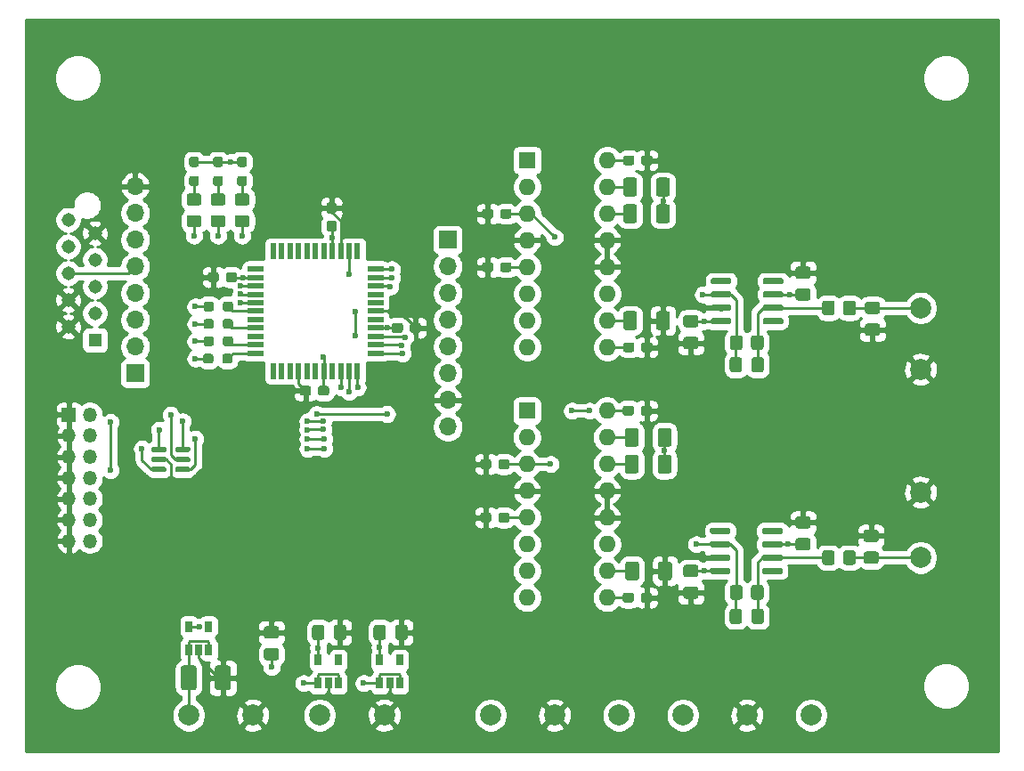
<source format=gbr>
G04 #@! TF.GenerationSoftware,KiCad,Pcbnew,(5.1.9-0-10_14)*
G04 #@! TF.CreationDate,2021-04-25T13:48:21+02:00*
G04 #@! TF.ProjectId,dac-i2s-nos,6461632d-6932-4732-9d6e-6f732e6b6963,rev?*
G04 #@! TF.SameCoordinates,Original*
G04 #@! TF.FileFunction,Copper,L1,Top*
G04 #@! TF.FilePolarity,Positive*
%FSLAX46Y46*%
G04 Gerber Fmt 4.6, Leading zero omitted, Abs format (unit mm)*
G04 Created by KiCad (PCBNEW (5.1.9-0-10_14)) date 2021-04-25 13:48:21*
%MOMM*%
%LPD*%
G01*
G04 APERTURE LIST*
G04 #@! TA.AperFunction,ComponentPad*
%ADD10O,1.350000X1.350000*%
G04 #@! TD*
G04 #@! TA.AperFunction,ComponentPad*
%ADD11R,1.350000X1.350000*%
G04 #@! TD*
G04 #@! TA.AperFunction,ComponentPad*
%ADD12O,1.700000X1.700000*%
G04 #@! TD*
G04 #@! TA.AperFunction,ComponentPad*
%ADD13R,1.700000X1.700000*%
G04 #@! TD*
G04 #@! TA.AperFunction,ComponentPad*
%ADD14C,2.000000*%
G04 #@! TD*
G04 #@! TA.AperFunction,ComponentPad*
%ADD15O,1.600000X1.600000*%
G04 #@! TD*
G04 #@! TA.AperFunction,ComponentPad*
%ADD16R,1.600000X1.600000*%
G04 #@! TD*
G04 #@! TA.AperFunction,SMDPad,CuDef*
%ADD17R,1.500000X0.550000*%
G04 #@! TD*
G04 #@! TA.AperFunction,SMDPad,CuDef*
%ADD18R,0.550000X1.500000*%
G04 #@! TD*
G04 #@! TA.AperFunction,SMDPad,CuDef*
%ADD19R,0.650000X1.060000*%
G04 #@! TD*
G04 #@! TA.AperFunction,ComponentPad*
%ADD20R,1.308000X1.308000*%
G04 #@! TD*
G04 #@! TA.AperFunction,ComponentPad*
%ADD21C,1.308000*%
G04 #@! TD*
G04 #@! TA.AperFunction,ViaPad*
%ADD22C,0.600000*%
G04 #@! TD*
G04 #@! TA.AperFunction,Conductor*
%ADD23C,0.250000*%
G04 #@! TD*
G04 #@! TA.AperFunction,Conductor*
%ADD24C,0.254000*%
G04 #@! TD*
G04 #@! TA.AperFunction,Conductor*
%ADD25C,0.100000*%
G04 #@! TD*
G04 APERTURE END LIST*
G04 #@! TA.AperFunction,SMDPad,CuDef*
G36*
G01*
X122922000Y-97028500D02*
X122922000Y-96778500D01*
G75*
G02*
X123047000Y-96653500I125000J0D01*
G01*
X124222000Y-96653500D01*
G75*
G02*
X124347000Y-96778500I0J-125000D01*
G01*
X124347000Y-97028500D01*
G75*
G02*
X124222000Y-97153500I-125000J0D01*
G01*
X123047000Y-97153500D01*
G75*
G02*
X122922000Y-97028500I0J125000D01*
G01*
G37*
G04 #@! TD.AperFunction*
G04 #@! TA.AperFunction,SMDPad,CuDef*
G36*
G01*
X122922000Y-97978500D02*
X122922000Y-97728500D01*
G75*
G02*
X123047000Y-97603500I125000J0D01*
G01*
X124222000Y-97603500D01*
G75*
G02*
X124347000Y-97728500I0J-125000D01*
G01*
X124347000Y-97978500D01*
G75*
G02*
X124222000Y-98103500I-125000J0D01*
G01*
X123047000Y-98103500D01*
G75*
G02*
X122922000Y-97978500I0J125000D01*
G01*
G37*
G04 #@! TD.AperFunction*
G04 #@! TA.AperFunction,SMDPad,CuDef*
G36*
G01*
X122922000Y-98928500D02*
X122922000Y-98678500D01*
G75*
G02*
X123047000Y-98553500I125000J0D01*
G01*
X124222000Y-98553500D01*
G75*
G02*
X124347000Y-98678500I0J-125000D01*
G01*
X124347000Y-98928500D01*
G75*
G02*
X124222000Y-99053500I-125000J0D01*
G01*
X123047000Y-99053500D01*
G75*
G02*
X122922000Y-98928500I0J125000D01*
G01*
G37*
G04 #@! TD.AperFunction*
G04 #@! TA.AperFunction,SMDPad,CuDef*
G36*
G01*
X120647000Y-98928500D02*
X120647000Y-98678500D01*
G75*
G02*
X120772000Y-98553500I125000J0D01*
G01*
X121947000Y-98553500D01*
G75*
G02*
X122072000Y-98678500I0J-125000D01*
G01*
X122072000Y-98928500D01*
G75*
G02*
X121947000Y-99053500I-125000J0D01*
G01*
X120772000Y-99053500D01*
G75*
G02*
X120647000Y-98928500I0J125000D01*
G01*
G37*
G04 #@! TD.AperFunction*
G04 #@! TA.AperFunction,SMDPad,CuDef*
G36*
G01*
X120647000Y-97978500D02*
X120647000Y-97728500D01*
G75*
G02*
X120772000Y-97603500I125000J0D01*
G01*
X121947000Y-97603500D01*
G75*
G02*
X122072000Y-97728500I0J-125000D01*
G01*
X122072000Y-97978500D01*
G75*
G02*
X121947000Y-98103500I-125000J0D01*
G01*
X120772000Y-98103500D01*
G75*
G02*
X120647000Y-97978500I0J125000D01*
G01*
G37*
G04 #@! TD.AperFunction*
G04 #@! TA.AperFunction,SMDPad,CuDef*
G36*
G01*
X120647000Y-97028500D02*
X120647000Y-96778500D01*
G75*
G02*
X120772000Y-96653500I125000J0D01*
G01*
X121947000Y-96653500D01*
G75*
G02*
X122072000Y-96778500I0J-125000D01*
G01*
X122072000Y-97028500D01*
G75*
G02*
X121947000Y-97153500I-125000J0D01*
G01*
X120772000Y-97153500D01*
G75*
G02*
X120647000Y-97028500I0J125000D01*
G01*
G37*
G04 #@! TD.AperFunction*
D10*
X114808000Y-105599000D03*
X112808000Y-105599000D03*
X114808000Y-103599000D03*
X112808000Y-103599000D03*
X114808000Y-101599000D03*
X112808000Y-101599000D03*
X114808000Y-99599000D03*
X112808000Y-99599000D03*
X114808000Y-97599000D03*
X112808000Y-97599000D03*
X114808000Y-95599000D03*
X112808000Y-95599000D03*
X114808000Y-93599000D03*
D11*
X112808000Y-93599000D03*
G04 #@! TA.AperFunction,SMDPad,CuDef*
G36*
G01*
X185639000Y-106737999D02*
X185639000Y-107638001D01*
G75*
G02*
X185389001Y-107888000I-249999J0D01*
G01*
X184688999Y-107888000D01*
G75*
G02*
X184439000Y-107638001I0J249999D01*
G01*
X184439000Y-106737999D01*
G75*
G02*
X184688999Y-106488000I249999J0D01*
G01*
X185389001Y-106488000D01*
G75*
G02*
X185639000Y-106737999I0J-249999D01*
G01*
G37*
G04 #@! TD.AperFunction*
G04 #@! TA.AperFunction,SMDPad,CuDef*
G36*
G01*
X187639000Y-106737999D02*
X187639000Y-107638001D01*
G75*
G02*
X187389001Y-107888000I-249999J0D01*
G01*
X186688999Y-107888000D01*
G75*
G02*
X186439000Y-107638001I0J249999D01*
G01*
X186439000Y-106737999D01*
G75*
G02*
X186688999Y-106488000I249999J0D01*
G01*
X187389001Y-106488000D01*
G75*
G02*
X187639000Y-106737999I0J-249999D01*
G01*
G37*
G04 #@! TD.AperFunction*
G04 #@! TA.AperFunction,SMDPad,CuDef*
G36*
G01*
X185639000Y-82988999D02*
X185639000Y-83889001D01*
G75*
G02*
X185389001Y-84139000I-249999J0D01*
G01*
X184688999Y-84139000D01*
G75*
G02*
X184439000Y-83889001I0J249999D01*
G01*
X184439000Y-82988999D01*
G75*
G02*
X184688999Y-82739000I249999J0D01*
G01*
X185389001Y-82739000D01*
G75*
G02*
X185639000Y-82988999I0J-249999D01*
G01*
G37*
G04 #@! TD.AperFunction*
G04 #@! TA.AperFunction,SMDPad,CuDef*
G36*
G01*
X187639000Y-82988999D02*
X187639000Y-83889001D01*
G75*
G02*
X187389001Y-84139000I-249999J0D01*
G01*
X186688999Y-84139000D01*
G75*
G02*
X186439000Y-83889001I0J249999D01*
G01*
X186439000Y-82988999D01*
G75*
G02*
X186688999Y-82739000I249999J0D01*
G01*
X187389001Y-82739000D01*
G75*
G02*
X187639000Y-82988999I0J-249999D01*
G01*
G37*
G04 #@! TD.AperFunction*
G04 #@! TA.AperFunction,SMDPad,CuDef*
G36*
G01*
X189578000Y-105700500D02*
X188628000Y-105700500D01*
G75*
G02*
X188378000Y-105450500I0J250000D01*
G01*
X188378000Y-104775500D01*
G75*
G02*
X188628000Y-104525500I250000J0D01*
G01*
X189578000Y-104525500D01*
G75*
G02*
X189828000Y-104775500I0J-250000D01*
G01*
X189828000Y-105450500D01*
G75*
G02*
X189578000Y-105700500I-250000J0D01*
G01*
G37*
G04 #@! TD.AperFunction*
G04 #@! TA.AperFunction,SMDPad,CuDef*
G36*
G01*
X189578000Y-107775500D02*
X188628000Y-107775500D01*
G75*
G02*
X188378000Y-107525500I0J250000D01*
G01*
X188378000Y-106850500D01*
G75*
G02*
X188628000Y-106600500I250000J0D01*
G01*
X189578000Y-106600500D01*
G75*
G02*
X189828000Y-106850500I0J-250000D01*
G01*
X189828000Y-107525500D01*
G75*
G02*
X189578000Y-107775500I-250000J0D01*
G01*
G37*
G04 #@! TD.AperFunction*
G04 #@! TA.AperFunction,SMDPad,CuDef*
G36*
G01*
X188755000Y-84926500D02*
X189705000Y-84926500D01*
G75*
G02*
X189955000Y-85176500I0J-250000D01*
G01*
X189955000Y-85851500D01*
G75*
G02*
X189705000Y-86101500I-250000J0D01*
G01*
X188755000Y-86101500D01*
G75*
G02*
X188505000Y-85851500I0J250000D01*
G01*
X188505000Y-85176500D01*
G75*
G02*
X188755000Y-84926500I250000J0D01*
G01*
G37*
G04 #@! TD.AperFunction*
G04 #@! TA.AperFunction,SMDPad,CuDef*
G36*
G01*
X188755000Y-82851500D02*
X189705000Y-82851500D01*
G75*
G02*
X189955000Y-83101500I0J-250000D01*
G01*
X189955000Y-83776500D01*
G75*
G02*
X189705000Y-84026500I-250000J0D01*
G01*
X188755000Y-84026500D01*
G75*
G02*
X188505000Y-83776500I0J250000D01*
G01*
X188505000Y-83101500D01*
G75*
G02*
X188755000Y-82851500I250000J0D01*
G01*
G37*
G04 #@! TD.AperFunction*
D12*
X148844000Y-94742000D03*
X148844000Y-92202000D03*
X148844000Y-89662000D03*
X148844000Y-87122000D03*
X148844000Y-84582000D03*
X148844000Y-82042000D03*
X148844000Y-79502000D03*
D13*
X148844000Y-76962000D03*
G04 #@! TA.AperFunction,SMDPad,CuDef*
G36*
G01*
X178727000Y-104798000D02*
X178727000Y-104498000D01*
G75*
G02*
X178877000Y-104348000I150000J0D01*
G01*
X180527000Y-104348000D01*
G75*
G02*
X180677000Y-104498000I0J-150000D01*
G01*
X180677000Y-104798000D01*
G75*
G02*
X180527000Y-104948000I-150000J0D01*
G01*
X178877000Y-104948000D01*
G75*
G02*
X178727000Y-104798000I0J150000D01*
G01*
G37*
G04 #@! TD.AperFunction*
G04 #@! TA.AperFunction,SMDPad,CuDef*
G36*
G01*
X178727000Y-106068000D02*
X178727000Y-105768000D01*
G75*
G02*
X178877000Y-105618000I150000J0D01*
G01*
X180527000Y-105618000D01*
G75*
G02*
X180677000Y-105768000I0J-150000D01*
G01*
X180677000Y-106068000D01*
G75*
G02*
X180527000Y-106218000I-150000J0D01*
G01*
X178877000Y-106218000D01*
G75*
G02*
X178727000Y-106068000I0J150000D01*
G01*
G37*
G04 #@! TD.AperFunction*
G04 #@! TA.AperFunction,SMDPad,CuDef*
G36*
G01*
X178727000Y-107338000D02*
X178727000Y-107038000D01*
G75*
G02*
X178877000Y-106888000I150000J0D01*
G01*
X180527000Y-106888000D01*
G75*
G02*
X180677000Y-107038000I0J-150000D01*
G01*
X180677000Y-107338000D01*
G75*
G02*
X180527000Y-107488000I-150000J0D01*
G01*
X178877000Y-107488000D01*
G75*
G02*
X178727000Y-107338000I0J150000D01*
G01*
G37*
G04 #@! TD.AperFunction*
G04 #@! TA.AperFunction,SMDPad,CuDef*
G36*
G01*
X178727000Y-108608000D02*
X178727000Y-108308000D01*
G75*
G02*
X178877000Y-108158000I150000J0D01*
G01*
X180527000Y-108158000D01*
G75*
G02*
X180677000Y-108308000I0J-150000D01*
G01*
X180677000Y-108608000D01*
G75*
G02*
X180527000Y-108758000I-150000J0D01*
G01*
X178877000Y-108758000D01*
G75*
G02*
X178727000Y-108608000I0J150000D01*
G01*
G37*
G04 #@! TD.AperFunction*
G04 #@! TA.AperFunction,SMDPad,CuDef*
G36*
G01*
X173777000Y-108608000D02*
X173777000Y-108308000D01*
G75*
G02*
X173927000Y-108158000I150000J0D01*
G01*
X175577000Y-108158000D01*
G75*
G02*
X175727000Y-108308000I0J-150000D01*
G01*
X175727000Y-108608000D01*
G75*
G02*
X175577000Y-108758000I-150000J0D01*
G01*
X173927000Y-108758000D01*
G75*
G02*
X173777000Y-108608000I0J150000D01*
G01*
G37*
G04 #@! TD.AperFunction*
G04 #@! TA.AperFunction,SMDPad,CuDef*
G36*
G01*
X173777000Y-107338000D02*
X173777000Y-107038000D01*
G75*
G02*
X173927000Y-106888000I150000J0D01*
G01*
X175577000Y-106888000D01*
G75*
G02*
X175727000Y-107038000I0J-150000D01*
G01*
X175727000Y-107338000D01*
G75*
G02*
X175577000Y-107488000I-150000J0D01*
G01*
X173927000Y-107488000D01*
G75*
G02*
X173777000Y-107338000I0J150000D01*
G01*
G37*
G04 #@! TD.AperFunction*
G04 #@! TA.AperFunction,SMDPad,CuDef*
G36*
G01*
X173777000Y-106068000D02*
X173777000Y-105768000D01*
G75*
G02*
X173927000Y-105618000I150000J0D01*
G01*
X175577000Y-105618000D01*
G75*
G02*
X175727000Y-105768000I0J-150000D01*
G01*
X175727000Y-106068000D01*
G75*
G02*
X175577000Y-106218000I-150000J0D01*
G01*
X173927000Y-106218000D01*
G75*
G02*
X173777000Y-106068000I0J150000D01*
G01*
G37*
G04 #@! TD.AperFunction*
G04 #@! TA.AperFunction,SMDPad,CuDef*
G36*
G01*
X173777000Y-104798000D02*
X173777000Y-104498000D01*
G75*
G02*
X173927000Y-104348000I150000J0D01*
G01*
X175577000Y-104348000D01*
G75*
G02*
X175727000Y-104498000I0J-150000D01*
G01*
X175727000Y-104798000D01*
G75*
G02*
X175577000Y-104948000I-150000J0D01*
G01*
X173927000Y-104948000D01*
G75*
G02*
X173777000Y-104798000I0J150000D01*
G01*
G37*
G04 #@! TD.AperFunction*
G04 #@! TA.AperFunction,SMDPad,CuDef*
G36*
G01*
X176876000Y-110039999D02*
X176876000Y-110940001D01*
G75*
G02*
X176626001Y-111190000I-249999J0D01*
G01*
X175925999Y-111190000D01*
G75*
G02*
X175676000Y-110940001I0J249999D01*
G01*
X175676000Y-110039999D01*
G75*
G02*
X175925999Y-109790000I249999J0D01*
G01*
X176626001Y-109790000D01*
G75*
G02*
X176876000Y-110039999I0J-249999D01*
G01*
G37*
G04 #@! TD.AperFunction*
G04 #@! TA.AperFunction,SMDPad,CuDef*
G36*
G01*
X178876000Y-110039999D02*
X178876000Y-110940001D01*
G75*
G02*
X178626001Y-111190000I-249999J0D01*
G01*
X177925999Y-111190000D01*
G75*
G02*
X177676000Y-110940001I0J249999D01*
G01*
X177676000Y-110039999D01*
G75*
G02*
X177925999Y-109790000I249999J0D01*
G01*
X178626001Y-109790000D01*
G75*
G02*
X178876000Y-110039999I0J-249999D01*
G01*
G37*
G04 #@! TD.AperFunction*
D14*
X193802000Y-100965000D03*
X193802000Y-107188000D03*
D15*
X163978000Y-93218000D03*
X156358000Y-110998000D03*
X163978000Y-95758000D03*
X156358000Y-108458000D03*
X163978000Y-98298000D03*
X156358000Y-105918000D03*
X163978000Y-100838000D03*
X156358000Y-103378000D03*
X163978000Y-103378000D03*
X156358000Y-100838000D03*
X163978000Y-105918000D03*
X156358000Y-98298000D03*
X163978000Y-108458000D03*
X156358000Y-95758000D03*
X163978000Y-110998000D03*
D16*
X156358000Y-93218000D03*
G04 #@! TA.AperFunction,SMDPad,CuDef*
G36*
G01*
X183101000Y-104430500D02*
X182151000Y-104430500D01*
G75*
G02*
X181901000Y-104180500I0J250000D01*
G01*
X181901000Y-103505500D01*
G75*
G02*
X182151000Y-103255500I250000J0D01*
G01*
X183101000Y-103255500D01*
G75*
G02*
X183351000Y-103505500I0J-250000D01*
G01*
X183351000Y-104180500D01*
G75*
G02*
X183101000Y-104430500I-250000J0D01*
G01*
G37*
G04 #@! TD.AperFunction*
G04 #@! TA.AperFunction,SMDPad,CuDef*
G36*
G01*
X183101000Y-106505500D02*
X182151000Y-106505500D01*
G75*
G02*
X181901000Y-106255500I0J250000D01*
G01*
X181901000Y-105580500D01*
G75*
G02*
X182151000Y-105330500I250000J0D01*
G01*
X183101000Y-105330500D01*
G75*
G02*
X183351000Y-105580500I0J-250000D01*
G01*
X183351000Y-106255500D01*
G75*
G02*
X183101000Y-106505500I-250000J0D01*
G01*
G37*
G04 #@! TD.AperFunction*
G04 #@! TA.AperFunction,SMDPad,CuDef*
G36*
G01*
X172433000Y-109045500D02*
X171483000Y-109045500D01*
G75*
G02*
X171233000Y-108795500I0J250000D01*
G01*
X171233000Y-108120500D01*
G75*
G02*
X171483000Y-107870500I250000J0D01*
G01*
X172433000Y-107870500D01*
G75*
G02*
X172683000Y-108120500I0J-250000D01*
G01*
X172683000Y-108795500D01*
G75*
G02*
X172433000Y-109045500I-250000J0D01*
G01*
G37*
G04 #@! TD.AperFunction*
G04 #@! TA.AperFunction,SMDPad,CuDef*
G36*
G01*
X172433000Y-111120500D02*
X171483000Y-111120500D01*
G75*
G02*
X171233000Y-110870500I0J250000D01*
G01*
X171233000Y-110195500D01*
G75*
G02*
X171483000Y-109945500I250000J0D01*
G01*
X172433000Y-109945500D01*
G75*
G02*
X172683000Y-110195500I0J-250000D01*
G01*
X172683000Y-110870500D01*
G75*
G02*
X172433000Y-111120500I-250000J0D01*
G01*
G37*
G04 #@! TD.AperFunction*
G04 #@! TA.AperFunction,SMDPad,CuDef*
G36*
G01*
X177720500Y-113251000D02*
X177720500Y-112301000D01*
G75*
G02*
X177970500Y-112051000I250000J0D01*
G01*
X178645500Y-112051000D01*
G75*
G02*
X178895500Y-112301000I0J-250000D01*
G01*
X178895500Y-113251000D01*
G75*
G02*
X178645500Y-113501000I-250000J0D01*
G01*
X177970500Y-113501000D01*
G75*
G02*
X177720500Y-113251000I0J250000D01*
G01*
G37*
G04 #@! TD.AperFunction*
G04 #@! TA.AperFunction,SMDPad,CuDef*
G36*
G01*
X175645500Y-113251000D02*
X175645500Y-112301000D01*
G75*
G02*
X175895500Y-112051000I250000J0D01*
G01*
X176570500Y-112051000D01*
G75*
G02*
X176820500Y-112301000I0J-250000D01*
G01*
X176820500Y-113251000D01*
G75*
G02*
X176570500Y-113501000I-250000J0D01*
G01*
X175895500Y-113501000D01*
G75*
G02*
X175645500Y-113251000I0J250000D01*
G01*
G37*
G04 #@! TD.AperFunction*
G04 #@! TA.AperFunction,SMDPad,CuDef*
G36*
G01*
X167203000Y-111235500D02*
X167203000Y-110760500D01*
G75*
G02*
X167440500Y-110523000I237500J0D01*
G01*
X168040500Y-110523000D01*
G75*
G02*
X168278000Y-110760500I0J-237500D01*
G01*
X168278000Y-111235500D01*
G75*
G02*
X168040500Y-111473000I-237500J0D01*
G01*
X167440500Y-111473000D01*
G75*
G02*
X167203000Y-111235500I0J237500D01*
G01*
G37*
G04 #@! TD.AperFunction*
G04 #@! TA.AperFunction,SMDPad,CuDef*
G36*
G01*
X165478000Y-111235500D02*
X165478000Y-110760500D01*
G75*
G02*
X165715500Y-110523000I237500J0D01*
G01*
X166315500Y-110523000D01*
G75*
G02*
X166553000Y-110760500I0J-237500D01*
G01*
X166553000Y-111235500D01*
G75*
G02*
X166315500Y-111473000I-237500J0D01*
G01*
X165715500Y-111473000D01*
G75*
G02*
X165478000Y-111235500I0J237500D01*
G01*
G37*
G04 #@! TD.AperFunction*
G04 #@! TA.AperFunction,SMDPad,CuDef*
G36*
G01*
X166553000Y-92980500D02*
X166553000Y-93455500D01*
G75*
G02*
X166315500Y-93693000I-237500J0D01*
G01*
X165715500Y-93693000D01*
G75*
G02*
X165478000Y-93455500I0J237500D01*
G01*
X165478000Y-92980500D01*
G75*
G02*
X165715500Y-92743000I237500J0D01*
G01*
X166315500Y-92743000D01*
G75*
G02*
X166553000Y-92980500I0J-237500D01*
G01*
G37*
G04 #@! TD.AperFunction*
G04 #@! TA.AperFunction,SMDPad,CuDef*
G36*
G01*
X168278000Y-92980500D02*
X168278000Y-93455500D01*
G75*
G02*
X168040500Y-93693000I-237500J0D01*
G01*
X167440500Y-93693000D01*
G75*
G02*
X167203000Y-93455500I0J237500D01*
G01*
X167203000Y-92980500D01*
G75*
G02*
X167440500Y-92743000I237500J0D01*
G01*
X168040500Y-92743000D01*
G75*
G02*
X168278000Y-92980500I0J-237500D01*
G01*
G37*
G04 #@! TD.AperFunction*
G04 #@! TA.AperFunction,SMDPad,CuDef*
G36*
G01*
X152990500Y-98060500D02*
X152990500Y-98535500D01*
G75*
G02*
X152753000Y-98773000I-237500J0D01*
G01*
X152153000Y-98773000D01*
G75*
G02*
X151915500Y-98535500I0J237500D01*
G01*
X151915500Y-98060500D01*
G75*
G02*
X152153000Y-97823000I237500J0D01*
G01*
X152753000Y-97823000D01*
G75*
G02*
X152990500Y-98060500I0J-237500D01*
G01*
G37*
G04 #@! TD.AperFunction*
G04 #@! TA.AperFunction,SMDPad,CuDef*
G36*
G01*
X154715500Y-98060500D02*
X154715500Y-98535500D01*
G75*
G02*
X154478000Y-98773000I-237500J0D01*
G01*
X153878000Y-98773000D01*
G75*
G02*
X153640500Y-98535500I0J237500D01*
G01*
X153640500Y-98060500D01*
G75*
G02*
X153878000Y-97823000I237500J0D01*
G01*
X154478000Y-97823000D01*
G75*
G02*
X154715500Y-98060500I0J-237500D01*
G01*
G37*
G04 #@! TD.AperFunction*
G04 #@! TA.AperFunction,SMDPad,CuDef*
G36*
G01*
X153640500Y-103615500D02*
X153640500Y-103140500D01*
G75*
G02*
X153878000Y-102903000I237500J0D01*
G01*
X154478000Y-102903000D01*
G75*
G02*
X154715500Y-103140500I0J-237500D01*
G01*
X154715500Y-103615500D01*
G75*
G02*
X154478000Y-103853000I-237500J0D01*
G01*
X153878000Y-103853000D01*
G75*
G02*
X153640500Y-103615500I0J237500D01*
G01*
G37*
G04 #@! TD.AperFunction*
G04 #@! TA.AperFunction,SMDPad,CuDef*
G36*
G01*
X151915500Y-103615500D02*
X151915500Y-103140500D01*
G75*
G02*
X152153000Y-102903000I237500J0D01*
G01*
X152753000Y-102903000D01*
G75*
G02*
X152990500Y-103140500I0J-237500D01*
G01*
X152990500Y-103615500D01*
G75*
G02*
X152753000Y-103853000I-237500J0D01*
G01*
X152153000Y-103853000D01*
G75*
G02*
X151915500Y-103615500I0J237500D01*
G01*
G37*
G04 #@! TD.AperFunction*
G04 #@! TA.AperFunction,SMDPad,CuDef*
G36*
G01*
X168794000Y-96408001D02*
X168794000Y-95107999D01*
G75*
G02*
X169043999Y-94858000I249999J0D01*
G01*
X169869001Y-94858000D01*
G75*
G02*
X170119000Y-95107999I0J-249999D01*
G01*
X170119000Y-96408001D01*
G75*
G02*
X169869001Y-96658000I-249999J0D01*
G01*
X169043999Y-96658000D01*
G75*
G02*
X168794000Y-96408001I0J249999D01*
G01*
G37*
G04 #@! TD.AperFunction*
G04 #@! TA.AperFunction,SMDPad,CuDef*
G36*
G01*
X165669000Y-96408001D02*
X165669000Y-95107999D01*
G75*
G02*
X165918999Y-94858000I249999J0D01*
G01*
X166744001Y-94858000D01*
G75*
G02*
X166994000Y-95107999I0J-249999D01*
G01*
X166994000Y-96408001D01*
G75*
G02*
X166744001Y-96658000I-249999J0D01*
G01*
X165918999Y-96658000D01*
G75*
G02*
X165669000Y-96408001I0J249999D01*
G01*
G37*
G04 #@! TD.AperFunction*
G04 #@! TA.AperFunction,SMDPad,CuDef*
G36*
G01*
X168794000Y-98948001D02*
X168794000Y-97647999D01*
G75*
G02*
X169043999Y-97398000I249999J0D01*
G01*
X169869001Y-97398000D01*
G75*
G02*
X170119000Y-97647999I0J-249999D01*
G01*
X170119000Y-98948001D01*
G75*
G02*
X169869001Y-99198000I-249999J0D01*
G01*
X169043999Y-99198000D01*
G75*
G02*
X168794000Y-98948001I0J249999D01*
G01*
G37*
G04 #@! TD.AperFunction*
G04 #@! TA.AperFunction,SMDPad,CuDef*
G36*
G01*
X165669000Y-98948001D02*
X165669000Y-97647999D01*
G75*
G02*
X165918999Y-97398000I249999J0D01*
G01*
X166744001Y-97398000D01*
G75*
G02*
X166994000Y-97647999I0J-249999D01*
G01*
X166994000Y-98948001D01*
G75*
G02*
X166744001Y-99198000I-249999J0D01*
G01*
X165918999Y-99198000D01*
G75*
G02*
X165669000Y-98948001I0J249999D01*
G01*
G37*
G04 #@! TD.AperFunction*
G04 #@! TA.AperFunction,SMDPad,CuDef*
G36*
G01*
X168832500Y-109108001D02*
X168832500Y-107807999D01*
G75*
G02*
X169082499Y-107558000I249999J0D01*
G01*
X169907501Y-107558000D01*
G75*
G02*
X170157500Y-107807999I0J-249999D01*
G01*
X170157500Y-109108001D01*
G75*
G02*
X169907501Y-109358000I-249999J0D01*
G01*
X169082499Y-109358000D01*
G75*
G02*
X168832500Y-109108001I0J249999D01*
G01*
G37*
G04 #@! TD.AperFunction*
G04 #@! TA.AperFunction,SMDPad,CuDef*
G36*
G01*
X165707500Y-109108001D02*
X165707500Y-107807999D01*
G75*
G02*
X165957499Y-107558000I249999J0D01*
G01*
X166782501Y-107558000D01*
G75*
G02*
X167032500Y-107807999I0J-249999D01*
G01*
X167032500Y-109108001D01*
G75*
G02*
X166782501Y-109358000I-249999J0D01*
G01*
X165957499Y-109358000D01*
G75*
G02*
X165707500Y-109108001I0J249999D01*
G01*
G37*
G04 #@! TD.AperFunction*
G04 #@! TA.AperFunction,SMDPad,CuDef*
G36*
G01*
X178790500Y-81049000D02*
X178790500Y-80749000D01*
G75*
G02*
X178940500Y-80599000I150000J0D01*
G01*
X180590500Y-80599000D01*
G75*
G02*
X180740500Y-80749000I0J-150000D01*
G01*
X180740500Y-81049000D01*
G75*
G02*
X180590500Y-81199000I-150000J0D01*
G01*
X178940500Y-81199000D01*
G75*
G02*
X178790500Y-81049000I0J150000D01*
G01*
G37*
G04 #@! TD.AperFunction*
G04 #@! TA.AperFunction,SMDPad,CuDef*
G36*
G01*
X178790500Y-82319000D02*
X178790500Y-82019000D01*
G75*
G02*
X178940500Y-81869000I150000J0D01*
G01*
X180590500Y-81869000D01*
G75*
G02*
X180740500Y-82019000I0J-150000D01*
G01*
X180740500Y-82319000D01*
G75*
G02*
X180590500Y-82469000I-150000J0D01*
G01*
X178940500Y-82469000D01*
G75*
G02*
X178790500Y-82319000I0J150000D01*
G01*
G37*
G04 #@! TD.AperFunction*
G04 #@! TA.AperFunction,SMDPad,CuDef*
G36*
G01*
X178790500Y-83589000D02*
X178790500Y-83289000D01*
G75*
G02*
X178940500Y-83139000I150000J0D01*
G01*
X180590500Y-83139000D01*
G75*
G02*
X180740500Y-83289000I0J-150000D01*
G01*
X180740500Y-83589000D01*
G75*
G02*
X180590500Y-83739000I-150000J0D01*
G01*
X178940500Y-83739000D01*
G75*
G02*
X178790500Y-83589000I0J150000D01*
G01*
G37*
G04 #@! TD.AperFunction*
G04 #@! TA.AperFunction,SMDPad,CuDef*
G36*
G01*
X178790500Y-84859000D02*
X178790500Y-84559000D01*
G75*
G02*
X178940500Y-84409000I150000J0D01*
G01*
X180590500Y-84409000D01*
G75*
G02*
X180740500Y-84559000I0J-150000D01*
G01*
X180740500Y-84859000D01*
G75*
G02*
X180590500Y-85009000I-150000J0D01*
G01*
X178940500Y-85009000D01*
G75*
G02*
X178790500Y-84859000I0J150000D01*
G01*
G37*
G04 #@! TD.AperFunction*
G04 #@! TA.AperFunction,SMDPad,CuDef*
G36*
G01*
X173840500Y-84859000D02*
X173840500Y-84559000D01*
G75*
G02*
X173990500Y-84409000I150000J0D01*
G01*
X175640500Y-84409000D01*
G75*
G02*
X175790500Y-84559000I0J-150000D01*
G01*
X175790500Y-84859000D01*
G75*
G02*
X175640500Y-85009000I-150000J0D01*
G01*
X173990500Y-85009000D01*
G75*
G02*
X173840500Y-84859000I0J150000D01*
G01*
G37*
G04 #@! TD.AperFunction*
G04 #@! TA.AperFunction,SMDPad,CuDef*
G36*
G01*
X173840500Y-83589000D02*
X173840500Y-83289000D01*
G75*
G02*
X173990500Y-83139000I150000J0D01*
G01*
X175640500Y-83139000D01*
G75*
G02*
X175790500Y-83289000I0J-150000D01*
G01*
X175790500Y-83589000D01*
G75*
G02*
X175640500Y-83739000I-150000J0D01*
G01*
X173990500Y-83739000D01*
G75*
G02*
X173840500Y-83589000I0J150000D01*
G01*
G37*
G04 #@! TD.AperFunction*
G04 #@! TA.AperFunction,SMDPad,CuDef*
G36*
G01*
X173840500Y-82319000D02*
X173840500Y-82019000D01*
G75*
G02*
X173990500Y-81869000I150000J0D01*
G01*
X175640500Y-81869000D01*
G75*
G02*
X175790500Y-82019000I0J-150000D01*
G01*
X175790500Y-82319000D01*
G75*
G02*
X175640500Y-82469000I-150000J0D01*
G01*
X173990500Y-82469000D01*
G75*
G02*
X173840500Y-82319000I0J150000D01*
G01*
G37*
G04 #@! TD.AperFunction*
G04 #@! TA.AperFunction,SMDPad,CuDef*
G36*
G01*
X173840500Y-81049000D02*
X173840500Y-80749000D01*
G75*
G02*
X173990500Y-80599000I150000J0D01*
G01*
X175640500Y-80599000D01*
G75*
G02*
X175790500Y-80749000I0J-150000D01*
G01*
X175790500Y-81049000D01*
G75*
G02*
X175640500Y-81199000I-150000J0D01*
G01*
X173990500Y-81199000D01*
G75*
G02*
X173840500Y-81049000I0J150000D01*
G01*
G37*
G04 #@! TD.AperFunction*
G04 #@! TA.AperFunction,SMDPad,CuDef*
G36*
G01*
X176876000Y-86290999D02*
X176876000Y-87191001D01*
G75*
G02*
X176626001Y-87441000I-249999J0D01*
G01*
X175925999Y-87441000D01*
G75*
G02*
X175676000Y-87191001I0J249999D01*
G01*
X175676000Y-86290999D01*
G75*
G02*
X175925999Y-86041000I249999J0D01*
G01*
X176626001Y-86041000D01*
G75*
G02*
X176876000Y-86290999I0J-249999D01*
G01*
G37*
G04 #@! TD.AperFunction*
G04 #@! TA.AperFunction,SMDPad,CuDef*
G36*
G01*
X178876000Y-86290999D02*
X178876000Y-87191001D01*
G75*
G02*
X178626001Y-87441000I-249999J0D01*
G01*
X177925999Y-87441000D01*
G75*
G02*
X177676000Y-87191001I0J249999D01*
G01*
X177676000Y-86290999D01*
G75*
G02*
X177925999Y-86041000I249999J0D01*
G01*
X178626001Y-86041000D01*
G75*
G02*
X178876000Y-86290999I0J-249999D01*
G01*
G37*
G04 #@! TD.AperFunction*
D14*
X177292000Y-122174000D03*
X171196000Y-122174000D03*
X183388000Y-122174000D03*
X193802000Y-89281000D03*
X193802000Y-83439000D03*
G04 #@! TA.AperFunction,SMDPad,CuDef*
G36*
G01*
X183101000Y-80681500D02*
X182151000Y-80681500D01*
G75*
G02*
X181901000Y-80431500I0J250000D01*
G01*
X181901000Y-79756500D01*
G75*
G02*
X182151000Y-79506500I250000J0D01*
G01*
X183101000Y-79506500D01*
G75*
G02*
X183351000Y-79756500I0J-250000D01*
G01*
X183351000Y-80431500D01*
G75*
G02*
X183101000Y-80681500I-250000J0D01*
G01*
G37*
G04 #@! TD.AperFunction*
G04 #@! TA.AperFunction,SMDPad,CuDef*
G36*
G01*
X183101000Y-82756500D02*
X182151000Y-82756500D01*
G75*
G02*
X181901000Y-82506500I0J250000D01*
G01*
X181901000Y-81831500D01*
G75*
G02*
X182151000Y-81581500I250000J0D01*
G01*
X183101000Y-81581500D01*
G75*
G02*
X183351000Y-81831500I0J-250000D01*
G01*
X183351000Y-82506500D01*
G75*
G02*
X183101000Y-82756500I-250000J0D01*
G01*
G37*
G04 #@! TD.AperFunction*
G04 #@! TA.AperFunction,SMDPad,CuDef*
G36*
G01*
X172433000Y-85296500D02*
X171483000Y-85296500D01*
G75*
G02*
X171233000Y-85046500I0J250000D01*
G01*
X171233000Y-84371500D01*
G75*
G02*
X171483000Y-84121500I250000J0D01*
G01*
X172433000Y-84121500D01*
G75*
G02*
X172683000Y-84371500I0J-250000D01*
G01*
X172683000Y-85046500D01*
G75*
G02*
X172433000Y-85296500I-250000J0D01*
G01*
G37*
G04 #@! TD.AperFunction*
G04 #@! TA.AperFunction,SMDPad,CuDef*
G36*
G01*
X172433000Y-87371500D02*
X171483000Y-87371500D01*
G75*
G02*
X171233000Y-87121500I0J250000D01*
G01*
X171233000Y-86446500D01*
G75*
G02*
X171483000Y-86196500I250000J0D01*
G01*
X172433000Y-86196500D01*
G75*
G02*
X172683000Y-86446500I0J-250000D01*
G01*
X172683000Y-87121500D01*
G75*
G02*
X172433000Y-87371500I-250000J0D01*
G01*
G37*
G04 #@! TD.AperFunction*
G04 #@! TA.AperFunction,SMDPad,CuDef*
G36*
G01*
X177720500Y-89311500D02*
X177720500Y-88361500D01*
G75*
G02*
X177970500Y-88111500I250000J0D01*
G01*
X178645500Y-88111500D01*
G75*
G02*
X178895500Y-88361500I0J-250000D01*
G01*
X178895500Y-89311500D01*
G75*
G02*
X178645500Y-89561500I-250000J0D01*
G01*
X177970500Y-89561500D01*
G75*
G02*
X177720500Y-89311500I0J250000D01*
G01*
G37*
G04 #@! TD.AperFunction*
G04 #@! TA.AperFunction,SMDPad,CuDef*
G36*
G01*
X175645500Y-89311500D02*
X175645500Y-88361500D01*
G75*
G02*
X175895500Y-88111500I250000J0D01*
G01*
X176570500Y-88111500D01*
G75*
G02*
X176820500Y-88361500I0J-250000D01*
G01*
X176820500Y-89311500D01*
G75*
G02*
X176570500Y-89561500I-250000J0D01*
G01*
X175895500Y-89561500D01*
G75*
G02*
X175645500Y-89311500I0J250000D01*
G01*
G37*
G04 #@! TD.AperFunction*
X159004000Y-122174000D03*
X152908000Y-122174000D03*
X165100000Y-122174000D03*
G04 #@! TA.AperFunction,SMDPad,CuDef*
G36*
G01*
X167240000Y-87423000D02*
X167240000Y-86948000D01*
G75*
G02*
X167477500Y-86710500I237500J0D01*
G01*
X168077500Y-86710500D01*
G75*
G02*
X168315000Y-86948000I0J-237500D01*
G01*
X168315000Y-87423000D01*
G75*
G02*
X168077500Y-87660500I-237500J0D01*
G01*
X167477500Y-87660500D01*
G75*
G02*
X167240000Y-87423000I0J237500D01*
G01*
G37*
G04 #@! TD.AperFunction*
G04 #@! TA.AperFunction,SMDPad,CuDef*
G36*
G01*
X165515000Y-87423000D02*
X165515000Y-86948000D01*
G75*
G02*
X165752500Y-86710500I237500J0D01*
G01*
X166352500Y-86710500D01*
G75*
G02*
X166590000Y-86948000I0J-237500D01*
G01*
X166590000Y-87423000D01*
G75*
G02*
X166352500Y-87660500I-237500J0D01*
G01*
X165752500Y-87660500D01*
G75*
G02*
X165515000Y-87423000I0J237500D01*
G01*
G37*
G04 #@! TD.AperFunction*
G04 #@! TA.AperFunction,SMDPad,CuDef*
G36*
G01*
X153831000Y-79803000D02*
X153831000Y-79328000D01*
G75*
G02*
X154068500Y-79090500I237500J0D01*
G01*
X154668500Y-79090500D01*
G75*
G02*
X154906000Y-79328000I0J-237500D01*
G01*
X154906000Y-79803000D01*
G75*
G02*
X154668500Y-80040500I-237500J0D01*
G01*
X154068500Y-80040500D01*
G75*
G02*
X153831000Y-79803000I0J237500D01*
G01*
G37*
G04 #@! TD.AperFunction*
G04 #@! TA.AperFunction,SMDPad,CuDef*
G36*
G01*
X152106000Y-79803000D02*
X152106000Y-79328000D01*
G75*
G02*
X152343500Y-79090500I237500J0D01*
G01*
X152943500Y-79090500D01*
G75*
G02*
X153181000Y-79328000I0J-237500D01*
G01*
X153181000Y-79803000D01*
G75*
G02*
X152943500Y-80040500I-237500J0D01*
G01*
X152343500Y-80040500D01*
G75*
G02*
X152106000Y-79803000I0J237500D01*
G01*
G37*
G04 #@! TD.AperFunction*
G04 #@! TA.AperFunction,SMDPad,CuDef*
G36*
G01*
X166590000Y-69168000D02*
X166590000Y-69643000D01*
G75*
G02*
X166352500Y-69880500I-237500J0D01*
G01*
X165752500Y-69880500D01*
G75*
G02*
X165515000Y-69643000I0J237500D01*
G01*
X165515000Y-69168000D01*
G75*
G02*
X165752500Y-68930500I237500J0D01*
G01*
X166352500Y-68930500D01*
G75*
G02*
X166590000Y-69168000I0J-237500D01*
G01*
G37*
G04 #@! TD.AperFunction*
G04 #@! TA.AperFunction,SMDPad,CuDef*
G36*
G01*
X168315000Y-69168000D02*
X168315000Y-69643000D01*
G75*
G02*
X168077500Y-69880500I-237500J0D01*
G01*
X167477500Y-69880500D01*
G75*
G02*
X167240000Y-69643000I0J237500D01*
G01*
X167240000Y-69168000D01*
G75*
G02*
X167477500Y-68930500I237500J0D01*
G01*
X168077500Y-68930500D01*
G75*
G02*
X168315000Y-69168000I0J-237500D01*
G01*
G37*
G04 #@! TD.AperFunction*
G04 #@! TA.AperFunction,SMDPad,CuDef*
G36*
G01*
X168642000Y-72595501D02*
X168642000Y-71295499D01*
G75*
G02*
X168891999Y-71045500I249999J0D01*
G01*
X169717001Y-71045500D01*
G75*
G02*
X169967000Y-71295499I0J-249999D01*
G01*
X169967000Y-72595501D01*
G75*
G02*
X169717001Y-72845500I-249999J0D01*
G01*
X168891999Y-72845500D01*
G75*
G02*
X168642000Y-72595501I0J249999D01*
G01*
G37*
G04 #@! TD.AperFunction*
G04 #@! TA.AperFunction,SMDPad,CuDef*
G36*
G01*
X165517000Y-72595501D02*
X165517000Y-71295499D01*
G75*
G02*
X165766999Y-71045500I249999J0D01*
G01*
X166592001Y-71045500D01*
G75*
G02*
X166842000Y-71295499I0J-249999D01*
G01*
X166842000Y-72595501D01*
G75*
G02*
X166592001Y-72845500I-249999J0D01*
G01*
X165766999Y-72845500D01*
G75*
G02*
X165517000Y-72595501I0J249999D01*
G01*
G37*
G04 #@! TD.AperFunction*
G04 #@! TA.AperFunction,SMDPad,CuDef*
G36*
G01*
X168642000Y-75135501D02*
X168642000Y-73835499D01*
G75*
G02*
X168891999Y-73585500I249999J0D01*
G01*
X169717001Y-73585500D01*
G75*
G02*
X169967000Y-73835499I0J-249999D01*
G01*
X169967000Y-75135501D01*
G75*
G02*
X169717001Y-75385500I-249999J0D01*
G01*
X168891999Y-75385500D01*
G75*
G02*
X168642000Y-75135501I0J249999D01*
G01*
G37*
G04 #@! TD.AperFunction*
G04 #@! TA.AperFunction,SMDPad,CuDef*
G36*
G01*
X165517000Y-75135501D02*
X165517000Y-73835499D01*
G75*
G02*
X165766999Y-73585500I249999J0D01*
G01*
X166592001Y-73585500D01*
G75*
G02*
X166842000Y-73835499I0J-249999D01*
G01*
X166842000Y-75135501D01*
G75*
G02*
X166592001Y-75385500I-249999J0D01*
G01*
X165766999Y-75385500D01*
G75*
G02*
X165517000Y-75135501I0J249999D01*
G01*
G37*
G04 #@! TD.AperFunction*
G04 #@! TA.AperFunction,SMDPad,CuDef*
G36*
G01*
X168642000Y-85295501D02*
X168642000Y-83995499D01*
G75*
G02*
X168891999Y-83745500I249999J0D01*
G01*
X169717001Y-83745500D01*
G75*
G02*
X169967000Y-83995499I0J-249999D01*
G01*
X169967000Y-85295501D01*
G75*
G02*
X169717001Y-85545500I-249999J0D01*
G01*
X168891999Y-85545500D01*
G75*
G02*
X168642000Y-85295501I0J249999D01*
G01*
G37*
G04 #@! TD.AperFunction*
G04 #@! TA.AperFunction,SMDPad,CuDef*
G36*
G01*
X165517000Y-85295501D02*
X165517000Y-83995499D01*
G75*
G02*
X165766999Y-83745500I249999J0D01*
G01*
X166592001Y-83745500D01*
G75*
G02*
X166842000Y-83995499I0J-249999D01*
G01*
X166842000Y-85295501D01*
G75*
G02*
X166592001Y-85545500I-249999J0D01*
G01*
X165766999Y-85545500D01*
G75*
G02*
X165517000Y-85295501I0J249999D01*
G01*
G37*
G04 #@! TD.AperFunction*
G04 #@! TA.AperFunction,SMDPad,CuDef*
G36*
G01*
X153181000Y-74248000D02*
X153181000Y-74723000D01*
G75*
G02*
X152943500Y-74960500I-237500J0D01*
G01*
X152343500Y-74960500D01*
G75*
G02*
X152106000Y-74723000I0J237500D01*
G01*
X152106000Y-74248000D01*
G75*
G02*
X152343500Y-74010500I237500J0D01*
G01*
X152943500Y-74010500D01*
G75*
G02*
X153181000Y-74248000I0J-237500D01*
G01*
G37*
G04 #@! TD.AperFunction*
G04 #@! TA.AperFunction,SMDPad,CuDef*
G36*
G01*
X154906000Y-74248000D02*
X154906000Y-74723000D01*
G75*
G02*
X154668500Y-74960500I-237500J0D01*
G01*
X154068500Y-74960500D01*
G75*
G02*
X153831000Y-74723000I0J237500D01*
G01*
X153831000Y-74248000D01*
G75*
G02*
X154068500Y-74010500I237500J0D01*
G01*
X154668500Y-74010500D01*
G75*
G02*
X154906000Y-74248000I0J-237500D01*
G01*
G37*
G04 #@! TD.AperFunction*
G04 #@! TA.AperFunction,SMDPad,CuDef*
G36*
G01*
X138012500Y-114775000D02*
X138012500Y-113825000D01*
G75*
G02*
X138262500Y-113575000I250000J0D01*
G01*
X138937500Y-113575000D01*
G75*
G02*
X139187500Y-113825000I0J-250000D01*
G01*
X139187500Y-114775000D01*
G75*
G02*
X138937500Y-115025000I-250000J0D01*
G01*
X138262500Y-115025000D01*
G75*
G02*
X138012500Y-114775000I0J250000D01*
G01*
G37*
G04 #@! TD.AperFunction*
G04 #@! TA.AperFunction,SMDPad,CuDef*
G36*
G01*
X135937500Y-114775000D02*
X135937500Y-113825000D01*
G75*
G02*
X136187500Y-113575000I250000J0D01*
G01*
X136862500Y-113575000D01*
G75*
G02*
X137112500Y-113825000I0J-250000D01*
G01*
X137112500Y-114775000D01*
G75*
G02*
X136862500Y-115025000I-250000J0D01*
G01*
X136187500Y-115025000D01*
G75*
G02*
X135937500Y-114775000I0J250000D01*
G01*
G37*
G04 #@! TD.AperFunction*
G04 #@! TA.AperFunction,SMDPad,CuDef*
G36*
G01*
X143854500Y-114775000D02*
X143854500Y-113825000D01*
G75*
G02*
X144104500Y-113575000I250000J0D01*
G01*
X144779500Y-113575000D01*
G75*
G02*
X145029500Y-113825000I0J-250000D01*
G01*
X145029500Y-114775000D01*
G75*
G02*
X144779500Y-115025000I-250000J0D01*
G01*
X144104500Y-115025000D01*
G75*
G02*
X143854500Y-114775000I0J250000D01*
G01*
G37*
G04 #@! TD.AperFunction*
G04 #@! TA.AperFunction,SMDPad,CuDef*
G36*
G01*
X141779500Y-114775000D02*
X141779500Y-113825000D01*
G75*
G02*
X142029500Y-113575000I250000J0D01*
G01*
X142704500Y-113575000D01*
G75*
G02*
X142954500Y-113825000I0J-250000D01*
G01*
X142954500Y-114775000D01*
G75*
G02*
X142704500Y-115025000I-250000J0D01*
G01*
X142029500Y-115025000D01*
G75*
G02*
X141779500Y-114775000I0J250000D01*
G01*
G37*
G04 #@! TD.AperFunction*
G04 #@! TA.AperFunction,SMDPad,CuDef*
G36*
G01*
X132555000Y-114887500D02*
X131605000Y-114887500D01*
G75*
G02*
X131355000Y-114637500I0J250000D01*
G01*
X131355000Y-113962500D01*
G75*
G02*
X131605000Y-113712500I250000J0D01*
G01*
X132555000Y-113712500D01*
G75*
G02*
X132805000Y-113962500I0J-250000D01*
G01*
X132805000Y-114637500D01*
G75*
G02*
X132555000Y-114887500I-250000J0D01*
G01*
G37*
G04 #@! TD.AperFunction*
G04 #@! TA.AperFunction,SMDPad,CuDef*
G36*
G01*
X132555000Y-116962500D02*
X131605000Y-116962500D01*
G75*
G02*
X131355000Y-116712500I0J250000D01*
G01*
X131355000Y-116037500D01*
G75*
G02*
X131605000Y-115787500I250000J0D01*
G01*
X132555000Y-115787500D01*
G75*
G02*
X132805000Y-116037500I0J-250000D01*
G01*
X132805000Y-116712500D01*
G75*
G02*
X132555000Y-116962500I-250000J0D01*
G01*
G37*
G04 #@! TD.AperFunction*
D15*
X164002501Y-69393001D03*
X156382501Y-87173001D03*
X164002501Y-71933001D03*
X156382501Y-84633001D03*
X164002501Y-74473001D03*
X156382501Y-82093001D03*
X164002501Y-77013001D03*
X156382501Y-79553001D03*
X164002501Y-79553001D03*
X156382501Y-77013001D03*
X164002501Y-82093001D03*
X156382501Y-74473001D03*
X164002501Y-84633001D03*
X156382501Y-71933001D03*
X164002501Y-87173001D03*
D16*
X156382501Y-69393001D03*
G04 #@! TA.AperFunction,SMDPad,CuDef*
G36*
G01*
X124476500Y-70886500D02*
X124951500Y-70886500D01*
G75*
G02*
X125189000Y-71124000I0J-237500D01*
G01*
X125189000Y-71624000D01*
G75*
G02*
X124951500Y-71861500I-237500J0D01*
G01*
X124476500Y-71861500D01*
G75*
G02*
X124239000Y-71624000I0J237500D01*
G01*
X124239000Y-71124000D01*
G75*
G02*
X124476500Y-70886500I237500J0D01*
G01*
G37*
G04 #@! TD.AperFunction*
G04 #@! TA.AperFunction,SMDPad,CuDef*
G36*
G01*
X124476500Y-69061500D02*
X124951500Y-69061500D01*
G75*
G02*
X125189000Y-69299000I0J-237500D01*
G01*
X125189000Y-69799000D01*
G75*
G02*
X124951500Y-70036500I-237500J0D01*
G01*
X124476500Y-70036500D01*
G75*
G02*
X124239000Y-69799000I0J237500D01*
G01*
X124239000Y-69299000D01*
G75*
G02*
X124476500Y-69061500I237500J0D01*
G01*
G37*
G04 #@! TD.AperFunction*
G04 #@! TA.AperFunction,SMDPad,CuDef*
G36*
G01*
X126762500Y-70886500D02*
X127237500Y-70886500D01*
G75*
G02*
X127475000Y-71124000I0J-237500D01*
G01*
X127475000Y-71624000D01*
G75*
G02*
X127237500Y-71861500I-237500J0D01*
G01*
X126762500Y-71861500D01*
G75*
G02*
X126525000Y-71624000I0J237500D01*
G01*
X126525000Y-71124000D01*
G75*
G02*
X126762500Y-70886500I237500J0D01*
G01*
G37*
G04 #@! TD.AperFunction*
G04 #@! TA.AperFunction,SMDPad,CuDef*
G36*
G01*
X126762500Y-69061500D02*
X127237500Y-69061500D01*
G75*
G02*
X127475000Y-69299000I0J-237500D01*
G01*
X127475000Y-69799000D01*
G75*
G02*
X127237500Y-70036500I-237500J0D01*
G01*
X126762500Y-70036500D01*
G75*
G02*
X126525000Y-69799000I0J237500D01*
G01*
X126525000Y-69299000D01*
G75*
G02*
X126762500Y-69061500I237500J0D01*
G01*
G37*
G04 #@! TD.AperFunction*
G04 #@! TA.AperFunction,SMDPad,CuDef*
G36*
G01*
X129048500Y-70886500D02*
X129523500Y-70886500D01*
G75*
G02*
X129761000Y-71124000I0J-237500D01*
G01*
X129761000Y-71624000D01*
G75*
G02*
X129523500Y-71861500I-237500J0D01*
G01*
X129048500Y-71861500D01*
G75*
G02*
X128811000Y-71624000I0J237500D01*
G01*
X128811000Y-71124000D01*
G75*
G02*
X129048500Y-70886500I237500J0D01*
G01*
G37*
G04 #@! TD.AperFunction*
G04 #@! TA.AperFunction,SMDPad,CuDef*
G36*
G01*
X129048500Y-69061500D02*
X129523500Y-69061500D01*
G75*
G02*
X129761000Y-69299000I0J-237500D01*
G01*
X129761000Y-69799000D01*
G75*
G02*
X129523500Y-70036500I-237500J0D01*
G01*
X129048500Y-70036500D01*
G75*
G02*
X128811000Y-69799000I0J237500D01*
G01*
X128811000Y-69299000D01*
G75*
G02*
X129048500Y-69061500I237500J0D01*
G01*
G37*
G04 #@! TD.AperFunction*
G04 #@! TA.AperFunction,SMDPad,CuDef*
G36*
G01*
X125164001Y-73709000D02*
X124263999Y-73709000D01*
G75*
G02*
X124014000Y-73459001I0J249999D01*
G01*
X124014000Y-72808999D01*
G75*
G02*
X124263999Y-72559000I249999J0D01*
G01*
X125164001Y-72559000D01*
G75*
G02*
X125414000Y-72808999I0J-249999D01*
G01*
X125414000Y-73459001D01*
G75*
G02*
X125164001Y-73709000I-249999J0D01*
G01*
G37*
G04 #@! TD.AperFunction*
G04 #@! TA.AperFunction,SMDPad,CuDef*
G36*
G01*
X125164001Y-75759000D02*
X124263999Y-75759000D01*
G75*
G02*
X124014000Y-75509001I0J249999D01*
G01*
X124014000Y-74858999D01*
G75*
G02*
X124263999Y-74609000I249999J0D01*
G01*
X125164001Y-74609000D01*
G75*
G02*
X125414000Y-74858999I0J-249999D01*
G01*
X125414000Y-75509001D01*
G75*
G02*
X125164001Y-75759000I-249999J0D01*
G01*
G37*
G04 #@! TD.AperFunction*
G04 #@! TA.AperFunction,SMDPad,CuDef*
G36*
G01*
X127450001Y-73709000D02*
X126549999Y-73709000D01*
G75*
G02*
X126300000Y-73459001I0J249999D01*
G01*
X126300000Y-72808999D01*
G75*
G02*
X126549999Y-72559000I249999J0D01*
G01*
X127450001Y-72559000D01*
G75*
G02*
X127700000Y-72808999I0J-249999D01*
G01*
X127700000Y-73459001D01*
G75*
G02*
X127450001Y-73709000I-249999J0D01*
G01*
G37*
G04 #@! TD.AperFunction*
G04 #@! TA.AperFunction,SMDPad,CuDef*
G36*
G01*
X127450001Y-75759000D02*
X126549999Y-75759000D01*
G75*
G02*
X126300000Y-75509001I0J249999D01*
G01*
X126300000Y-74858999D01*
G75*
G02*
X126549999Y-74609000I249999J0D01*
G01*
X127450001Y-74609000D01*
G75*
G02*
X127700000Y-74858999I0J-249999D01*
G01*
X127700000Y-75509001D01*
G75*
G02*
X127450001Y-75759000I-249999J0D01*
G01*
G37*
G04 #@! TD.AperFunction*
G04 #@! TA.AperFunction,SMDPad,CuDef*
G36*
G01*
X129736001Y-73709000D02*
X128835999Y-73709000D01*
G75*
G02*
X128586000Y-73459001I0J249999D01*
G01*
X128586000Y-72808999D01*
G75*
G02*
X128835999Y-72559000I249999J0D01*
G01*
X129736001Y-72559000D01*
G75*
G02*
X129986000Y-72808999I0J-249999D01*
G01*
X129986000Y-73459001D01*
G75*
G02*
X129736001Y-73709000I-249999J0D01*
G01*
G37*
G04 #@! TD.AperFunction*
G04 #@! TA.AperFunction,SMDPad,CuDef*
G36*
G01*
X129736001Y-75759000D02*
X128835999Y-75759000D01*
G75*
G02*
X128586000Y-75509001I0J249999D01*
G01*
X128586000Y-74858999D01*
G75*
G02*
X128835999Y-74609000I249999J0D01*
G01*
X129736001Y-74609000D01*
G75*
G02*
X129986000Y-74858999I0J-249999D01*
G01*
X129986000Y-75509001D01*
G75*
G02*
X129736001Y-75759000I-249999J0D01*
G01*
G37*
G04 #@! TD.AperFunction*
G04 #@! TA.AperFunction,SMDPad,CuDef*
G36*
G01*
X137557500Y-75128000D02*
X138032500Y-75128000D01*
G75*
G02*
X138270000Y-75365500I0J-237500D01*
G01*
X138270000Y-75965500D01*
G75*
G02*
X138032500Y-76203000I-237500J0D01*
G01*
X137557500Y-76203000D01*
G75*
G02*
X137320000Y-75965500I0J237500D01*
G01*
X137320000Y-75365500D01*
G75*
G02*
X137557500Y-75128000I237500J0D01*
G01*
G37*
G04 #@! TD.AperFunction*
G04 #@! TA.AperFunction,SMDPad,CuDef*
G36*
G01*
X137557500Y-73403000D02*
X138032500Y-73403000D01*
G75*
G02*
X138270000Y-73640500I0J-237500D01*
G01*
X138270000Y-74240500D01*
G75*
G02*
X138032500Y-74478000I-237500J0D01*
G01*
X137557500Y-74478000D01*
G75*
G02*
X137320000Y-74240500I0J237500D01*
G01*
X137320000Y-73640500D01*
G75*
G02*
X137557500Y-73403000I237500J0D01*
G01*
G37*
G04 #@! TD.AperFunction*
G04 #@! TA.AperFunction,SMDPad,CuDef*
G36*
G01*
X144582000Y-85106500D02*
X144582000Y-85581500D01*
G75*
G02*
X144344500Y-85819000I-237500J0D01*
G01*
X143744500Y-85819000D01*
G75*
G02*
X143507000Y-85581500I0J237500D01*
G01*
X143507000Y-85106500D01*
G75*
G02*
X143744500Y-84869000I237500J0D01*
G01*
X144344500Y-84869000D01*
G75*
G02*
X144582000Y-85106500I0J-237500D01*
G01*
G37*
G04 #@! TD.AperFunction*
G04 #@! TA.AperFunction,SMDPad,CuDef*
G36*
G01*
X146307000Y-85106500D02*
X146307000Y-85581500D01*
G75*
G02*
X146069500Y-85819000I-237500J0D01*
G01*
X145469500Y-85819000D01*
G75*
G02*
X145232000Y-85581500I0J237500D01*
G01*
X145232000Y-85106500D01*
G75*
G02*
X145469500Y-84869000I237500J0D01*
G01*
X146069500Y-84869000D01*
G75*
G02*
X146307000Y-85106500I0J-237500D01*
G01*
G37*
G04 #@! TD.AperFunction*
G04 #@! TA.AperFunction,SMDPad,CuDef*
G36*
G01*
X127732500Y-80755500D02*
X127732500Y-80280500D01*
G75*
G02*
X127970000Y-80043000I237500J0D01*
G01*
X128570000Y-80043000D01*
G75*
G02*
X128807500Y-80280500I0J-237500D01*
G01*
X128807500Y-80755500D01*
G75*
G02*
X128570000Y-80993000I-237500J0D01*
G01*
X127970000Y-80993000D01*
G75*
G02*
X127732500Y-80755500I0J237500D01*
G01*
G37*
G04 #@! TD.AperFunction*
G04 #@! TA.AperFunction,SMDPad,CuDef*
G36*
G01*
X126007500Y-80755500D02*
X126007500Y-80280500D01*
G75*
G02*
X126245000Y-80043000I237500J0D01*
G01*
X126845000Y-80043000D01*
G75*
G02*
X127082500Y-80280500I0J-237500D01*
G01*
X127082500Y-80755500D01*
G75*
G02*
X126845000Y-80993000I-237500J0D01*
G01*
X126245000Y-80993000D01*
G75*
G02*
X126007500Y-80755500I0J237500D01*
G01*
G37*
G04 #@! TD.AperFunction*
D17*
X130556000Y-87744000D03*
X130556000Y-86944000D03*
X130556000Y-86144000D03*
X130556000Y-85344000D03*
X130556000Y-84544000D03*
X130556000Y-83744000D03*
X130556000Y-82944000D03*
X130556000Y-82144000D03*
X130556000Y-81344000D03*
X130556000Y-80544000D03*
X130556000Y-79744000D03*
D18*
X132256000Y-78044000D03*
X133056000Y-78044000D03*
X133856000Y-78044000D03*
X134656000Y-78044000D03*
X135456000Y-78044000D03*
X136256000Y-78044000D03*
X137056000Y-78044000D03*
X137856000Y-78044000D03*
X138656000Y-78044000D03*
X139456000Y-78044000D03*
X140256000Y-78044000D03*
D17*
X141956000Y-79744000D03*
X141956000Y-80544000D03*
X141956000Y-81344000D03*
X141956000Y-82144000D03*
X141956000Y-82944000D03*
X141956000Y-83744000D03*
X141956000Y-84544000D03*
X141956000Y-85344000D03*
X141956000Y-86144000D03*
X141956000Y-86944000D03*
X141956000Y-87744000D03*
D18*
X140256000Y-89444000D03*
X139456000Y-89444000D03*
X138656000Y-89444000D03*
X137856000Y-89444000D03*
X137056000Y-89444000D03*
X136256000Y-89444000D03*
X135456000Y-89444000D03*
X134656000Y-89444000D03*
X133856000Y-89444000D03*
X133056000Y-89444000D03*
X132256000Y-89444000D03*
D19*
X136530000Y-116926000D03*
X138430000Y-116926000D03*
X138430000Y-119126000D03*
X137480000Y-119126000D03*
X136530000Y-119126000D03*
X142367000Y-116926000D03*
X144267000Y-116926000D03*
X144267000Y-119126000D03*
X143317000Y-119126000D03*
X142367000Y-119126000D03*
X124206000Y-113751000D03*
X126106000Y-113751000D03*
X126106000Y-115951000D03*
X125156000Y-115951000D03*
X124206000Y-115951000D03*
G04 #@! TA.AperFunction,SMDPad,CuDef*
G36*
G01*
X136495500Y-91550500D02*
X136495500Y-91075500D01*
G75*
G02*
X136733000Y-90838000I237500J0D01*
G01*
X137333000Y-90838000D01*
G75*
G02*
X137570500Y-91075500I0J-237500D01*
G01*
X137570500Y-91550500D01*
G75*
G02*
X137333000Y-91788000I-237500J0D01*
G01*
X136733000Y-91788000D01*
G75*
G02*
X136495500Y-91550500I0J237500D01*
G01*
G37*
G04 #@! TD.AperFunction*
G04 #@! TA.AperFunction,SMDPad,CuDef*
G36*
G01*
X134770500Y-91550500D02*
X134770500Y-91075500D01*
G75*
G02*
X135008000Y-90838000I237500J0D01*
G01*
X135608000Y-90838000D01*
G75*
G02*
X135845500Y-91075500I0J-237500D01*
G01*
X135845500Y-91550500D01*
G75*
G02*
X135608000Y-91788000I-237500J0D01*
G01*
X135008000Y-91788000D01*
G75*
G02*
X134770500Y-91550500I0J237500D01*
G01*
G37*
G04 #@! TD.AperFunction*
G04 #@! TA.AperFunction,SMDPad,CuDef*
G36*
G01*
X126706000Y-119543000D02*
X126706000Y-117693000D01*
G75*
G02*
X126956000Y-117443000I250000J0D01*
G01*
X127956000Y-117443000D01*
G75*
G02*
X128206000Y-117693000I0J-250000D01*
G01*
X128206000Y-119543000D01*
G75*
G02*
X127956000Y-119793000I-250000J0D01*
G01*
X126956000Y-119793000D01*
G75*
G02*
X126706000Y-119543000I0J250000D01*
G01*
G37*
G04 #@! TD.AperFunction*
G04 #@! TA.AperFunction,SMDPad,CuDef*
G36*
G01*
X123456000Y-119543000D02*
X123456000Y-117693000D01*
G75*
G02*
X123706000Y-117443000I250000J0D01*
G01*
X124706000Y-117443000D01*
G75*
G02*
X124956000Y-117693000I0J-250000D01*
G01*
X124956000Y-119543000D01*
G75*
G02*
X124706000Y-119793000I-250000J0D01*
G01*
X123706000Y-119793000D01*
G75*
G02*
X123456000Y-119543000I0J250000D01*
G01*
G37*
G04 #@! TD.AperFunction*
G04 #@! TA.AperFunction,SMDPad,CuDef*
G36*
G01*
X127448500Y-83549500D02*
X127448500Y-83074500D01*
G75*
G02*
X127686000Y-82837000I237500J0D01*
G01*
X128186000Y-82837000D01*
G75*
G02*
X128423500Y-83074500I0J-237500D01*
G01*
X128423500Y-83549500D01*
G75*
G02*
X128186000Y-83787000I-237500J0D01*
G01*
X127686000Y-83787000D01*
G75*
G02*
X127448500Y-83549500I0J237500D01*
G01*
G37*
G04 #@! TD.AperFunction*
G04 #@! TA.AperFunction,SMDPad,CuDef*
G36*
G01*
X125623500Y-83549500D02*
X125623500Y-83074500D01*
G75*
G02*
X125861000Y-82837000I237500J0D01*
G01*
X126361000Y-82837000D01*
G75*
G02*
X126598500Y-83074500I0J-237500D01*
G01*
X126598500Y-83549500D01*
G75*
G02*
X126361000Y-83787000I-237500J0D01*
G01*
X125861000Y-83787000D01*
G75*
G02*
X125623500Y-83549500I0J237500D01*
G01*
G37*
G04 #@! TD.AperFunction*
G04 #@! TA.AperFunction,SMDPad,CuDef*
G36*
G01*
X127448500Y-85200500D02*
X127448500Y-84725500D01*
G75*
G02*
X127686000Y-84488000I237500J0D01*
G01*
X128186000Y-84488000D01*
G75*
G02*
X128423500Y-84725500I0J-237500D01*
G01*
X128423500Y-85200500D01*
G75*
G02*
X128186000Y-85438000I-237500J0D01*
G01*
X127686000Y-85438000D01*
G75*
G02*
X127448500Y-85200500I0J237500D01*
G01*
G37*
G04 #@! TD.AperFunction*
G04 #@! TA.AperFunction,SMDPad,CuDef*
G36*
G01*
X125623500Y-85200500D02*
X125623500Y-84725500D01*
G75*
G02*
X125861000Y-84488000I237500J0D01*
G01*
X126361000Y-84488000D01*
G75*
G02*
X126598500Y-84725500I0J-237500D01*
G01*
X126598500Y-85200500D01*
G75*
G02*
X126361000Y-85438000I-237500J0D01*
G01*
X125861000Y-85438000D01*
G75*
G02*
X125623500Y-85200500I0J237500D01*
G01*
G37*
G04 #@! TD.AperFunction*
G04 #@! TA.AperFunction,SMDPad,CuDef*
G36*
G01*
X127448500Y-86851500D02*
X127448500Y-86376500D01*
G75*
G02*
X127686000Y-86139000I237500J0D01*
G01*
X128186000Y-86139000D01*
G75*
G02*
X128423500Y-86376500I0J-237500D01*
G01*
X128423500Y-86851500D01*
G75*
G02*
X128186000Y-87089000I-237500J0D01*
G01*
X127686000Y-87089000D01*
G75*
G02*
X127448500Y-86851500I0J237500D01*
G01*
G37*
G04 #@! TD.AperFunction*
G04 #@! TA.AperFunction,SMDPad,CuDef*
G36*
G01*
X125623500Y-86851500D02*
X125623500Y-86376500D01*
G75*
G02*
X125861000Y-86139000I237500J0D01*
G01*
X126361000Y-86139000D01*
G75*
G02*
X126598500Y-86376500I0J-237500D01*
G01*
X126598500Y-86851500D01*
G75*
G02*
X126361000Y-87089000I-237500J0D01*
G01*
X125861000Y-87089000D01*
G75*
G02*
X125623500Y-86851500I0J237500D01*
G01*
G37*
G04 #@! TD.AperFunction*
G04 #@! TA.AperFunction,SMDPad,CuDef*
G36*
G01*
X127401500Y-88502500D02*
X127401500Y-88027500D01*
G75*
G02*
X127639000Y-87790000I237500J0D01*
G01*
X128139000Y-87790000D01*
G75*
G02*
X128376500Y-88027500I0J-237500D01*
G01*
X128376500Y-88502500D01*
G75*
G02*
X128139000Y-88740000I-237500J0D01*
G01*
X127639000Y-88740000D01*
G75*
G02*
X127401500Y-88502500I0J237500D01*
G01*
G37*
G04 #@! TD.AperFunction*
G04 #@! TA.AperFunction,SMDPad,CuDef*
G36*
G01*
X125576500Y-88502500D02*
X125576500Y-88027500D01*
G75*
G02*
X125814000Y-87790000I237500J0D01*
G01*
X126314000Y-87790000D01*
G75*
G02*
X126551500Y-88027500I0J-237500D01*
G01*
X126551500Y-88502500D01*
G75*
G02*
X126314000Y-88740000I-237500J0D01*
G01*
X125814000Y-88740000D01*
G75*
G02*
X125576500Y-88502500I0J237500D01*
G01*
G37*
G04 #@! TD.AperFunction*
D20*
X115294000Y-86490000D03*
D21*
X112754000Y-85220000D03*
X115294000Y-83950000D03*
X112754000Y-82680000D03*
X115294000Y-81410000D03*
X112754000Y-80140000D03*
X115294000Y-78870000D03*
X112754000Y-77600000D03*
X115294000Y-76330000D03*
X112754000Y-75060000D03*
D12*
X119126000Y-71882000D03*
X119126000Y-74422000D03*
X119126000Y-76962000D03*
X119126000Y-79502000D03*
X119126000Y-82042000D03*
X119126000Y-84582000D03*
X119126000Y-87122000D03*
D13*
X119126000Y-89662000D03*
D14*
X130302000Y-122174000D03*
X124206000Y-122174000D03*
X142811500Y-122174000D03*
X136652000Y-122174000D03*
D22*
X122555000Y-100203000D03*
X136530000Y-115755500D03*
X129387000Y-80544000D03*
X128190000Y-69549000D03*
X122491500Y-93599000D03*
X136365999Y-93545500D03*
X143065500Y-93535500D03*
X124714000Y-76581000D03*
X129159000Y-82931000D03*
X142367000Y-115697000D03*
X143129000Y-85344000D03*
X137856000Y-76774000D03*
X124841000Y-83312000D03*
X124841000Y-84963000D03*
X124841000Y-86614000D03*
X124841000Y-88265000D03*
X125222000Y-113792000D03*
X135128000Y-119126000D03*
X140843000Y-119126000D03*
X132080000Y-117602000D03*
X140271500Y-90995500D03*
X137096500Y-95885000D03*
X135509000Y-95885000D03*
X124841000Y-95885000D03*
X139446000Y-80264000D03*
X140081000Y-83820000D03*
X140081000Y-86106000D03*
X137096500Y-96837500D03*
X135509000Y-96837500D03*
X119761000Y-96837500D03*
X138684000Y-90995500D03*
X137033000Y-94170500D03*
X135509000Y-94224000D03*
X116776500Y-98869500D03*
X116776500Y-94297500D03*
X123644500Y-94224000D03*
X139453895Y-91437231D03*
X137033000Y-94996000D03*
X135509000Y-95024003D03*
X121383997Y-95024003D03*
X137033000Y-88074500D03*
X129286000Y-76581000D03*
X129150272Y-81308175D03*
X127000000Y-76581000D03*
X129159000Y-82130997D03*
X143510000Y-79756000D03*
X144780000Y-86233000D03*
X159004000Y-76708000D03*
X158623000Y-98298000D03*
X169304500Y-73265500D03*
X169456500Y-96989500D03*
X162306000Y-93218000D03*
X160655000Y-93218000D03*
X173101000Y-82169000D03*
X173228000Y-84709000D03*
X173228000Y-108458000D03*
X181356000Y-82169000D03*
X181229000Y-105918000D03*
X172466000Y-105918000D03*
X143383000Y-81407000D03*
X143510000Y-80556003D03*
X144526969Y-87774571D03*
X144482887Y-86975784D03*
D23*
X144169500Y-83744000D02*
X145769500Y-85344000D01*
X141956000Y-83744000D02*
X144169500Y-83744000D01*
X137795000Y-74332490D02*
X137795000Y-73940500D01*
X138656000Y-75193490D02*
X137795000Y-74332490D01*
X138656000Y-78044000D02*
X138656000Y-75193490D01*
X127043000Y-118618000D02*
X127456000Y-118618000D01*
X125156000Y-116731000D02*
X127043000Y-118618000D01*
X125156000Y-115951000D02*
X125156000Y-116731000D01*
X137480000Y-119126000D02*
X137480000Y-120330000D01*
X143317000Y-119126000D02*
X143317000Y-120711000D01*
X134656000Y-90661000D02*
X134656000Y-89444000D01*
X135308000Y-91313000D02*
X134656000Y-90661000D01*
X122072000Y-97853500D02*
X122555000Y-98336500D01*
X122555000Y-98336500D02*
X122555000Y-100203000D01*
X121359500Y-97853500D02*
X122072000Y-97853500D01*
X128296000Y-80544000D02*
X128270000Y-80518000D01*
X130556000Y-80544000D02*
X129387000Y-80544000D01*
X136530000Y-116926000D02*
X136530000Y-115755500D01*
X129387000Y-80544000D02*
X128296000Y-80544000D01*
X124714000Y-69549000D02*
X127000000Y-69549000D01*
X127000000Y-69549000D02*
X128190000Y-69549000D01*
X128190000Y-69549000D02*
X129286000Y-69549000D01*
X136530000Y-114305000D02*
X136525000Y-114300000D01*
X136530000Y-115755500D02*
X136530000Y-114305000D01*
X123634500Y-97853500D02*
X122922000Y-97853500D01*
X122491500Y-97423000D02*
X122491500Y-93599000D01*
X122922000Y-97853500D02*
X122491500Y-97423000D01*
X143055500Y-93545500D02*
X143065500Y-93535500D01*
X136365999Y-93545500D02*
X143055500Y-93545500D01*
X124714000Y-73134000D02*
X124714000Y-71374000D01*
X124714000Y-76581000D02*
X124714000Y-75184000D01*
X129172000Y-82944000D02*
X129159000Y-82931000D01*
X130556000Y-82944000D02*
X129172000Y-82944000D01*
X141956000Y-85344000D02*
X143129000Y-85344000D01*
X142367000Y-116926000D02*
X142367000Y-115697000D01*
X143129000Y-85344000D02*
X144044500Y-85344000D01*
X142367000Y-115697000D02*
X142367000Y-114300000D01*
X137856000Y-75726500D02*
X137795000Y-75665500D01*
X137856000Y-78044000D02*
X137856000Y-76774000D01*
X137856000Y-76774000D02*
X137856000Y-75726500D01*
X118488000Y-80140000D02*
X119126000Y-79502000D01*
X112754000Y-80140000D02*
X118488000Y-80140000D01*
X126111000Y-83312000D02*
X124841000Y-83312000D01*
X126111000Y-84963000D02*
X124841000Y-84963000D01*
X126111000Y-86614000D02*
X124841000Y-86614000D01*
X126064000Y-88265000D02*
X124841000Y-88265000D01*
X124206000Y-118618000D02*
X124206000Y-115951000D01*
X126106000Y-115171000D02*
X126106000Y-115951000D01*
X126030999Y-115095999D02*
X126106000Y-115171000D01*
X124206000Y-115171000D02*
X124281001Y-115095999D01*
X124281001Y-115095999D02*
X126030999Y-115095999D01*
X124206000Y-115951000D02*
X124206000Y-115171000D01*
X124206000Y-122174000D02*
X124206000Y-118618000D01*
X125181000Y-113751000D02*
X125222000Y-113792000D01*
X124206000Y-113751000D02*
X125181000Y-113751000D01*
X135128000Y-119126000D02*
X136530000Y-119126000D01*
X138430000Y-118346000D02*
X138430000Y-119126000D01*
X136605001Y-118270999D02*
X138354999Y-118270999D01*
X138354999Y-118270999D02*
X138430000Y-118346000D01*
X136530000Y-118346000D02*
X136605001Y-118270999D01*
X136530000Y-119126000D02*
X136530000Y-118346000D01*
X142367000Y-119126000D02*
X140843000Y-119126000D01*
X144267000Y-118346000D02*
X144267000Y-119126000D01*
X144191999Y-118270999D02*
X144267000Y-118346000D01*
X142442001Y-118270999D02*
X144191999Y-118270999D01*
X142367000Y-118346000D02*
X142442001Y-118270999D01*
X142367000Y-119126000D02*
X142367000Y-118346000D01*
X132080000Y-116375000D02*
X132080000Y-117602000D01*
X129286000Y-73134000D02*
X129286000Y-71374000D01*
X140256000Y-90980000D02*
X140271500Y-90995500D01*
X140256000Y-89444000D02*
X140256000Y-90980000D01*
X137096500Y-95885000D02*
X135509000Y-95885000D01*
X124841000Y-98309500D02*
X124841000Y-95885000D01*
X123634500Y-98803500D02*
X124347000Y-98803500D01*
X124347000Y-98803500D02*
X124841000Y-98309500D01*
X139456000Y-80254000D02*
X139446000Y-80264000D01*
X139456000Y-78044000D02*
X139456000Y-80254000D01*
X140081000Y-83820000D02*
X140081000Y-86106000D01*
X137096500Y-96837500D02*
X135509000Y-96837500D01*
X119761000Y-97917500D02*
X119761000Y-96837500D01*
X121359500Y-98803500D02*
X120647000Y-98803500D01*
X120647000Y-98803500D02*
X119761000Y-97917500D01*
X138684000Y-89472000D02*
X138656000Y-89444000D01*
X138656000Y-90967500D02*
X138684000Y-90995500D01*
X138656000Y-89444000D02*
X138656000Y-90967500D01*
X135562500Y-94170500D02*
X135509000Y-94224000D01*
X137033000Y-94170500D02*
X135562500Y-94170500D01*
X116776500Y-94297500D02*
X116776500Y-98869500D01*
X123634500Y-96903500D02*
X123634500Y-94234000D01*
X123634500Y-94234000D02*
X123644500Y-94224000D01*
X139446000Y-89454000D02*
X139456000Y-89444000D01*
X139456000Y-91435126D02*
X139453895Y-91437231D01*
X139456000Y-89444000D02*
X139456000Y-91435126D01*
X135537003Y-94996000D02*
X135509000Y-95024003D01*
X137033000Y-94996000D02*
X135537003Y-94996000D01*
X121359500Y-95048500D02*
X121383997Y-95024003D01*
X121359500Y-96903500D02*
X121359500Y-95048500D01*
X137056000Y-88097500D02*
X137033000Y-88074500D01*
X137056000Y-89444000D02*
X137056000Y-88097500D01*
X137033000Y-89467000D02*
X137056000Y-89444000D01*
X137033000Y-91313000D02*
X137033000Y-89467000D01*
X128410000Y-87744000D02*
X127889000Y-88265000D01*
X130556000Y-87744000D02*
X128410000Y-87744000D01*
X129286000Y-76581000D02*
X129286000Y-75184000D01*
X129186097Y-81344000D02*
X129150272Y-81308175D01*
X130556000Y-81344000D02*
X129186097Y-81344000D01*
X127000000Y-73134000D02*
X127000000Y-71374000D01*
X127000000Y-76581000D02*
X127000000Y-75184000D01*
X129172003Y-82144000D02*
X129159000Y-82130997D01*
X130556000Y-82144000D02*
X129172003Y-82144000D01*
X128266000Y-86944000D02*
X127936000Y-86614000D01*
X130556000Y-86944000D02*
X128266000Y-86944000D01*
X128317000Y-85344000D02*
X127936000Y-84963000D01*
X130556000Y-85344000D02*
X128317000Y-85344000D01*
X128368000Y-83744000D02*
X127936000Y-83312000D01*
X130556000Y-83744000D02*
X128368000Y-83744000D01*
X143498000Y-79744000D02*
X143510000Y-79756000D01*
X141956000Y-79744000D02*
X143498000Y-79744000D01*
X144691000Y-86144000D02*
X144780000Y-86233000D01*
X141956000Y-86144000D02*
X144691000Y-86144000D01*
X156370002Y-74485500D02*
X156382501Y-74473001D01*
X154368500Y-74485500D02*
X156370002Y-74485500D01*
X166040001Y-87173001D02*
X166052500Y-87185500D01*
X164002501Y-87173001D02*
X166040001Y-87173001D01*
X156769001Y-74473001D02*
X156382501Y-74473001D01*
X159004000Y-76708000D02*
X156769001Y-74473001D01*
X154178000Y-98298000D02*
X156358000Y-98298000D01*
X166015500Y-110998000D02*
X163978000Y-110998000D01*
X156358000Y-98298000D02*
X158623000Y-98298000D01*
X166167001Y-84633001D02*
X166179500Y-84645500D01*
X164002501Y-84633001D02*
X166167001Y-84633001D01*
X156370002Y-79565500D02*
X156382501Y-79553001D01*
X154368500Y-79565500D02*
X156370002Y-79565500D01*
X166040001Y-69393001D02*
X166052500Y-69405500D01*
X164002501Y-69393001D02*
X166040001Y-69393001D01*
X169304500Y-71945500D02*
X169304500Y-73265500D01*
X169304500Y-73265500D02*
X169304500Y-74485500D01*
X154178000Y-103378000D02*
X156358000Y-103378000D01*
X166015500Y-93218000D02*
X163978000Y-93218000D01*
X169456500Y-98298000D02*
X169456500Y-96989500D01*
X169456500Y-96989500D02*
X169456500Y-95758000D01*
X161163000Y-93218000D02*
X160655000Y-93218000D01*
X162306000Y-93218000D02*
X161163000Y-93218000D01*
X161163000Y-93218000D02*
X160909000Y-93218000D01*
X166167001Y-74473001D02*
X166179500Y-74485500D01*
X164002501Y-74473001D02*
X166167001Y-74473001D01*
X166167001Y-71933001D02*
X166179500Y-71945500D01*
X164002501Y-71933001D02*
X166167001Y-71933001D01*
X178308000Y-86773000D02*
X178276000Y-86741000D01*
X178308000Y-88836500D02*
X178308000Y-86773000D01*
X178276000Y-83953500D02*
X178276000Y-86741000D01*
X178790500Y-83439000D02*
X178276000Y-83953500D01*
X179765500Y-83439000D02*
X178790500Y-83439000D01*
X179765500Y-83439000D02*
X185039000Y-83439000D01*
X174815500Y-82169000D02*
X173101000Y-82169000D01*
X176233000Y-86784000D02*
X176276000Y-86741000D01*
X176233000Y-88836500D02*
X176233000Y-86784000D01*
X176276000Y-82654500D02*
X176276000Y-86741000D01*
X175790500Y-82169000D02*
X176276000Y-82654500D01*
X174815500Y-82169000D02*
X175790500Y-82169000D01*
X174752000Y-84709000D02*
X173228000Y-84709000D01*
X173228000Y-84709000D02*
X171958000Y-84709000D01*
X171958000Y-108458000D02*
X173228000Y-108458000D01*
X173228000Y-108458000D02*
X174752000Y-108458000D01*
X179702000Y-82169000D02*
X181356000Y-82169000D01*
X181356000Y-82169000D02*
X182626000Y-82169000D01*
X179702000Y-105918000D02*
X181229000Y-105918000D01*
X181229000Y-105918000D02*
X182626000Y-105918000D01*
X166370000Y-108458000D02*
X163978000Y-108458000D01*
X166331500Y-98298000D02*
X163978000Y-98298000D01*
X166331500Y-95758000D02*
X163978000Y-95758000D01*
X178308000Y-110522000D02*
X178276000Y-110490000D01*
X178308000Y-112776000D02*
X178308000Y-110522000D01*
X178727000Y-107188000D02*
X178276000Y-107639000D01*
X178276000Y-107639000D02*
X178276000Y-110490000D01*
X179702000Y-107188000D02*
X178727000Y-107188000D01*
X179702000Y-107188000D02*
X185039000Y-107188000D01*
X174752000Y-105918000D02*
X172466000Y-105918000D01*
X176233000Y-110533000D02*
X176276000Y-110490000D01*
X176233000Y-112776000D02*
X176233000Y-110533000D01*
X176276000Y-106467000D02*
X176276000Y-110490000D01*
X175727000Y-105918000D02*
X176276000Y-106467000D01*
X174752000Y-105918000D02*
X175727000Y-105918000D01*
X143320000Y-81344000D02*
X143383000Y-81407000D01*
X141956000Y-81344000D02*
X143320000Y-81344000D01*
X143497997Y-80544000D02*
X143510000Y-80556003D01*
X141956000Y-80544000D02*
X143497997Y-80544000D01*
X144496398Y-87744000D02*
X144526969Y-87774571D01*
X141956000Y-87744000D02*
X144496398Y-87744000D01*
X144451103Y-86944000D02*
X144482887Y-86975784D01*
X141956000Y-86944000D02*
X144451103Y-86944000D01*
X187039000Y-83439000D02*
X189230000Y-83439000D01*
X189230000Y-83439000D02*
X193802000Y-83439000D01*
X187039000Y-107188000D02*
X189103000Y-107188000D01*
X189103000Y-107188000D02*
X193802000Y-107188000D01*
D24*
X201168000Y-125603000D02*
X108712000Y-125603000D01*
X108712000Y-122012967D01*
X122571000Y-122012967D01*
X122571000Y-122335033D01*
X122633832Y-122650912D01*
X122757082Y-122948463D01*
X122936013Y-123216252D01*
X123163748Y-123443987D01*
X123431537Y-123622918D01*
X123729088Y-123746168D01*
X124044967Y-123809000D01*
X124367033Y-123809000D01*
X124682912Y-123746168D01*
X124980463Y-123622918D01*
X125248252Y-123443987D01*
X125382826Y-123309413D01*
X129346192Y-123309413D01*
X129441956Y-123573814D01*
X129731571Y-123714704D01*
X130043108Y-123796384D01*
X130364595Y-123815718D01*
X130683675Y-123771961D01*
X130988088Y-123666795D01*
X131162044Y-123573814D01*
X131257808Y-123309413D01*
X130302000Y-122353605D01*
X129346192Y-123309413D01*
X125382826Y-123309413D01*
X125475987Y-123216252D01*
X125654918Y-122948463D01*
X125778168Y-122650912D01*
X125841000Y-122335033D01*
X125841000Y-122236595D01*
X128660282Y-122236595D01*
X128704039Y-122555675D01*
X128809205Y-122860088D01*
X128902186Y-123034044D01*
X129166587Y-123129808D01*
X130122395Y-122174000D01*
X130481605Y-122174000D01*
X131437413Y-123129808D01*
X131701814Y-123034044D01*
X131842704Y-122744429D01*
X131924384Y-122432892D01*
X131943718Y-122111405D01*
X131930219Y-122012967D01*
X135017000Y-122012967D01*
X135017000Y-122335033D01*
X135079832Y-122650912D01*
X135203082Y-122948463D01*
X135382013Y-123216252D01*
X135609748Y-123443987D01*
X135877537Y-123622918D01*
X136175088Y-123746168D01*
X136490967Y-123809000D01*
X136813033Y-123809000D01*
X137128912Y-123746168D01*
X137426463Y-123622918D01*
X137694252Y-123443987D01*
X137828826Y-123309413D01*
X141855692Y-123309413D01*
X141951456Y-123573814D01*
X142241071Y-123714704D01*
X142552608Y-123796384D01*
X142874095Y-123815718D01*
X143193175Y-123771961D01*
X143497588Y-123666795D01*
X143671544Y-123573814D01*
X143767308Y-123309413D01*
X142811500Y-122353605D01*
X141855692Y-123309413D01*
X137828826Y-123309413D01*
X137921987Y-123216252D01*
X138100918Y-122948463D01*
X138224168Y-122650912D01*
X138287000Y-122335033D01*
X138287000Y-122236595D01*
X141169782Y-122236595D01*
X141213539Y-122555675D01*
X141318705Y-122860088D01*
X141411686Y-123034044D01*
X141676087Y-123129808D01*
X142631895Y-122174000D01*
X142991105Y-122174000D01*
X143946913Y-123129808D01*
X144211314Y-123034044D01*
X144352204Y-122744429D01*
X144433884Y-122432892D01*
X144453218Y-122111405D01*
X144439719Y-122012967D01*
X151273000Y-122012967D01*
X151273000Y-122335033D01*
X151335832Y-122650912D01*
X151459082Y-122948463D01*
X151638013Y-123216252D01*
X151865748Y-123443987D01*
X152133537Y-123622918D01*
X152431088Y-123746168D01*
X152746967Y-123809000D01*
X153069033Y-123809000D01*
X153384912Y-123746168D01*
X153682463Y-123622918D01*
X153950252Y-123443987D01*
X154084826Y-123309413D01*
X158048192Y-123309413D01*
X158143956Y-123573814D01*
X158433571Y-123714704D01*
X158745108Y-123796384D01*
X159066595Y-123815718D01*
X159385675Y-123771961D01*
X159690088Y-123666795D01*
X159864044Y-123573814D01*
X159959808Y-123309413D01*
X159004000Y-122353605D01*
X158048192Y-123309413D01*
X154084826Y-123309413D01*
X154177987Y-123216252D01*
X154356918Y-122948463D01*
X154480168Y-122650912D01*
X154543000Y-122335033D01*
X154543000Y-122236595D01*
X157362282Y-122236595D01*
X157406039Y-122555675D01*
X157511205Y-122860088D01*
X157604186Y-123034044D01*
X157868587Y-123129808D01*
X158824395Y-122174000D01*
X159183605Y-122174000D01*
X160139413Y-123129808D01*
X160403814Y-123034044D01*
X160544704Y-122744429D01*
X160626384Y-122432892D01*
X160645718Y-122111405D01*
X160632219Y-122012967D01*
X163465000Y-122012967D01*
X163465000Y-122335033D01*
X163527832Y-122650912D01*
X163651082Y-122948463D01*
X163830013Y-123216252D01*
X164057748Y-123443987D01*
X164325537Y-123622918D01*
X164623088Y-123746168D01*
X164938967Y-123809000D01*
X165261033Y-123809000D01*
X165576912Y-123746168D01*
X165874463Y-123622918D01*
X166142252Y-123443987D01*
X166369987Y-123216252D01*
X166548918Y-122948463D01*
X166672168Y-122650912D01*
X166735000Y-122335033D01*
X166735000Y-122012967D01*
X169561000Y-122012967D01*
X169561000Y-122335033D01*
X169623832Y-122650912D01*
X169747082Y-122948463D01*
X169926013Y-123216252D01*
X170153748Y-123443987D01*
X170421537Y-123622918D01*
X170719088Y-123746168D01*
X171034967Y-123809000D01*
X171357033Y-123809000D01*
X171672912Y-123746168D01*
X171970463Y-123622918D01*
X172238252Y-123443987D01*
X172372826Y-123309413D01*
X176336192Y-123309413D01*
X176431956Y-123573814D01*
X176721571Y-123714704D01*
X177033108Y-123796384D01*
X177354595Y-123815718D01*
X177673675Y-123771961D01*
X177978088Y-123666795D01*
X178152044Y-123573814D01*
X178247808Y-123309413D01*
X177292000Y-122353605D01*
X176336192Y-123309413D01*
X172372826Y-123309413D01*
X172465987Y-123216252D01*
X172644918Y-122948463D01*
X172768168Y-122650912D01*
X172831000Y-122335033D01*
X172831000Y-122236595D01*
X175650282Y-122236595D01*
X175694039Y-122555675D01*
X175799205Y-122860088D01*
X175892186Y-123034044D01*
X176156587Y-123129808D01*
X177112395Y-122174000D01*
X177471605Y-122174000D01*
X178427413Y-123129808D01*
X178691814Y-123034044D01*
X178832704Y-122744429D01*
X178914384Y-122432892D01*
X178933718Y-122111405D01*
X178920219Y-122012967D01*
X181753000Y-122012967D01*
X181753000Y-122335033D01*
X181815832Y-122650912D01*
X181939082Y-122948463D01*
X182118013Y-123216252D01*
X182345748Y-123443987D01*
X182613537Y-123622918D01*
X182911088Y-123746168D01*
X183226967Y-123809000D01*
X183549033Y-123809000D01*
X183864912Y-123746168D01*
X184162463Y-123622918D01*
X184430252Y-123443987D01*
X184657987Y-123216252D01*
X184836918Y-122948463D01*
X184960168Y-122650912D01*
X185023000Y-122335033D01*
X185023000Y-122012967D01*
X184960168Y-121697088D01*
X184836918Y-121399537D01*
X184657987Y-121131748D01*
X184430252Y-120904013D01*
X184162463Y-120725082D01*
X183864912Y-120601832D01*
X183549033Y-120539000D01*
X183226967Y-120539000D01*
X182911088Y-120601832D01*
X182613537Y-120725082D01*
X182345748Y-120904013D01*
X182118013Y-121131748D01*
X181939082Y-121399537D01*
X181815832Y-121697088D01*
X181753000Y-122012967D01*
X178920219Y-122012967D01*
X178889961Y-121792325D01*
X178784795Y-121487912D01*
X178691814Y-121313956D01*
X178427413Y-121218192D01*
X177471605Y-122174000D01*
X177112395Y-122174000D01*
X176156587Y-121218192D01*
X175892186Y-121313956D01*
X175751296Y-121603571D01*
X175669616Y-121915108D01*
X175650282Y-122236595D01*
X172831000Y-122236595D01*
X172831000Y-122012967D01*
X172768168Y-121697088D01*
X172644918Y-121399537D01*
X172465987Y-121131748D01*
X172372826Y-121038587D01*
X176336192Y-121038587D01*
X177292000Y-121994395D01*
X178247808Y-121038587D01*
X178152044Y-120774186D01*
X177862429Y-120633296D01*
X177550892Y-120551616D01*
X177229405Y-120532282D01*
X176910325Y-120576039D01*
X176605912Y-120681205D01*
X176431956Y-120774186D01*
X176336192Y-121038587D01*
X172372826Y-121038587D01*
X172238252Y-120904013D01*
X171970463Y-120725082D01*
X171672912Y-120601832D01*
X171357033Y-120539000D01*
X171034967Y-120539000D01*
X170719088Y-120601832D01*
X170421537Y-120725082D01*
X170153748Y-120904013D01*
X169926013Y-121131748D01*
X169747082Y-121399537D01*
X169623832Y-121697088D01*
X169561000Y-122012967D01*
X166735000Y-122012967D01*
X166672168Y-121697088D01*
X166548918Y-121399537D01*
X166369987Y-121131748D01*
X166142252Y-120904013D01*
X165874463Y-120725082D01*
X165576912Y-120601832D01*
X165261033Y-120539000D01*
X164938967Y-120539000D01*
X164623088Y-120601832D01*
X164325537Y-120725082D01*
X164057748Y-120904013D01*
X163830013Y-121131748D01*
X163651082Y-121399537D01*
X163527832Y-121697088D01*
X163465000Y-122012967D01*
X160632219Y-122012967D01*
X160601961Y-121792325D01*
X160496795Y-121487912D01*
X160403814Y-121313956D01*
X160139413Y-121218192D01*
X159183605Y-122174000D01*
X158824395Y-122174000D01*
X157868587Y-121218192D01*
X157604186Y-121313956D01*
X157463296Y-121603571D01*
X157381616Y-121915108D01*
X157362282Y-122236595D01*
X154543000Y-122236595D01*
X154543000Y-122012967D01*
X154480168Y-121697088D01*
X154356918Y-121399537D01*
X154177987Y-121131748D01*
X154084826Y-121038587D01*
X158048192Y-121038587D01*
X159004000Y-121994395D01*
X159959808Y-121038587D01*
X159864044Y-120774186D01*
X159574429Y-120633296D01*
X159262892Y-120551616D01*
X158941405Y-120532282D01*
X158622325Y-120576039D01*
X158317912Y-120681205D01*
X158143956Y-120774186D01*
X158048192Y-121038587D01*
X154084826Y-121038587D01*
X153950252Y-120904013D01*
X153682463Y-120725082D01*
X153384912Y-120601832D01*
X153069033Y-120539000D01*
X152746967Y-120539000D01*
X152431088Y-120601832D01*
X152133537Y-120725082D01*
X151865748Y-120904013D01*
X151638013Y-121131748D01*
X151459082Y-121399537D01*
X151335832Y-121697088D01*
X151273000Y-122012967D01*
X144439719Y-122012967D01*
X144409461Y-121792325D01*
X144304295Y-121487912D01*
X144211314Y-121313956D01*
X143946913Y-121218192D01*
X142991105Y-122174000D01*
X142631895Y-122174000D01*
X141676087Y-121218192D01*
X141411686Y-121313956D01*
X141270796Y-121603571D01*
X141189116Y-121915108D01*
X141169782Y-122236595D01*
X138287000Y-122236595D01*
X138287000Y-122012967D01*
X138224168Y-121697088D01*
X138100918Y-121399537D01*
X137921987Y-121131748D01*
X137828826Y-121038587D01*
X141855692Y-121038587D01*
X142811500Y-121994395D01*
X143767308Y-121038587D01*
X143671544Y-120774186D01*
X143381929Y-120633296D01*
X143070392Y-120551616D01*
X142748905Y-120532282D01*
X142429825Y-120576039D01*
X142125412Y-120681205D01*
X141951456Y-120774186D01*
X141855692Y-121038587D01*
X137828826Y-121038587D01*
X137694252Y-120904013D01*
X137426463Y-120725082D01*
X137128912Y-120601832D01*
X136813033Y-120539000D01*
X136490967Y-120539000D01*
X136175088Y-120601832D01*
X135877537Y-120725082D01*
X135609748Y-120904013D01*
X135382013Y-121131748D01*
X135203082Y-121399537D01*
X135079832Y-121697088D01*
X135017000Y-122012967D01*
X131930219Y-122012967D01*
X131899961Y-121792325D01*
X131794795Y-121487912D01*
X131701814Y-121313956D01*
X131437413Y-121218192D01*
X130481605Y-122174000D01*
X130122395Y-122174000D01*
X129166587Y-121218192D01*
X128902186Y-121313956D01*
X128761296Y-121603571D01*
X128679616Y-121915108D01*
X128660282Y-122236595D01*
X125841000Y-122236595D01*
X125841000Y-122012967D01*
X125778168Y-121697088D01*
X125654918Y-121399537D01*
X125475987Y-121131748D01*
X125382826Y-121038587D01*
X129346192Y-121038587D01*
X130302000Y-121994395D01*
X131257808Y-121038587D01*
X131162044Y-120774186D01*
X130872429Y-120633296D01*
X130560892Y-120551616D01*
X130239405Y-120532282D01*
X129920325Y-120576039D01*
X129615912Y-120681205D01*
X129441956Y-120774186D01*
X129346192Y-121038587D01*
X125382826Y-121038587D01*
X125248252Y-120904013D01*
X124980463Y-120725082D01*
X124966000Y-120719091D01*
X124966000Y-120387694D01*
X125045850Y-120363472D01*
X125199386Y-120281405D01*
X125333962Y-120170962D01*
X125444405Y-120036386D01*
X125526472Y-119882850D01*
X125553727Y-119793000D01*
X126067928Y-119793000D01*
X126080188Y-119917482D01*
X126116498Y-120037180D01*
X126175463Y-120147494D01*
X126254815Y-120244185D01*
X126351506Y-120323537D01*
X126461820Y-120382502D01*
X126581518Y-120418812D01*
X126706000Y-120431072D01*
X127170250Y-120428000D01*
X127329000Y-120269250D01*
X127329000Y-118745000D01*
X127583000Y-118745000D01*
X127583000Y-120269250D01*
X127741750Y-120428000D01*
X128206000Y-120431072D01*
X128330482Y-120418812D01*
X128450180Y-120382502D01*
X128560494Y-120323537D01*
X128657185Y-120244185D01*
X128736537Y-120147494D01*
X128795502Y-120037180D01*
X128831812Y-119917482D01*
X128844072Y-119793000D01*
X128841450Y-119033911D01*
X134193000Y-119033911D01*
X134193000Y-119218089D01*
X134228932Y-119398729D01*
X134299414Y-119568889D01*
X134401738Y-119722028D01*
X134531972Y-119852262D01*
X134685111Y-119954586D01*
X134855271Y-120025068D01*
X135035911Y-120061000D01*
X135220089Y-120061000D01*
X135400729Y-120025068D01*
X135570889Y-119954586D01*
X135625187Y-119918306D01*
X135674463Y-120010494D01*
X135753815Y-120107185D01*
X135850506Y-120186537D01*
X135960820Y-120245502D01*
X136080518Y-120281812D01*
X136205000Y-120294072D01*
X136855000Y-120294072D01*
X136979482Y-120281812D01*
X137005000Y-120274071D01*
X137030518Y-120281812D01*
X137155000Y-120294072D01*
X137194250Y-120291000D01*
X137353000Y-120132250D01*
X137353000Y-120050141D01*
X137385537Y-120010494D01*
X137444502Y-119900180D01*
X137480000Y-119783159D01*
X137515498Y-119900180D01*
X137574463Y-120010494D01*
X137607000Y-120050141D01*
X137607000Y-120132250D01*
X137765750Y-120291000D01*
X137805000Y-120294072D01*
X137929482Y-120281812D01*
X137955000Y-120274071D01*
X137980518Y-120281812D01*
X138105000Y-120294072D01*
X138755000Y-120294072D01*
X138879482Y-120281812D01*
X138999180Y-120245502D01*
X139109494Y-120186537D01*
X139206185Y-120107185D01*
X139285537Y-120010494D01*
X139344502Y-119900180D01*
X139380812Y-119780482D01*
X139393072Y-119656000D01*
X139393072Y-119033911D01*
X139908000Y-119033911D01*
X139908000Y-119218089D01*
X139943932Y-119398729D01*
X140014414Y-119568889D01*
X140116738Y-119722028D01*
X140246972Y-119852262D01*
X140400111Y-119954586D01*
X140570271Y-120025068D01*
X140750911Y-120061000D01*
X140935089Y-120061000D01*
X141115729Y-120025068D01*
X141285889Y-119954586D01*
X141388535Y-119886000D01*
X141448197Y-119886000D01*
X141452498Y-119900180D01*
X141511463Y-120010494D01*
X141590815Y-120107185D01*
X141687506Y-120186537D01*
X141797820Y-120245502D01*
X141917518Y-120281812D01*
X142042000Y-120294072D01*
X142692000Y-120294072D01*
X142816482Y-120281812D01*
X142842000Y-120274071D01*
X142867518Y-120281812D01*
X142992000Y-120294072D01*
X143031250Y-120291000D01*
X143190000Y-120132250D01*
X143190000Y-120050141D01*
X143222537Y-120010494D01*
X143281502Y-119900180D01*
X143317000Y-119783159D01*
X143352498Y-119900180D01*
X143411463Y-120010494D01*
X143444000Y-120050141D01*
X143444000Y-120132250D01*
X143602750Y-120291000D01*
X143642000Y-120294072D01*
X143766482Y-120281812D01*
X143792000Y-120274071D01*
X143817518Y-120281812D01*
X143942000Y-120294072D01*
X144592000Y-120294072D01*
X144716482Y-120281812D01*
X144836180Y-120245502D01*
X144946494Y-120186537D01*
X145043185Y-120107185D01*
X145122537Y-120010494D01*
X145181502Y-119900180D01*
X145217812Y-119780482D01*
X145230072Y-119656000D01*
X145230072Y-119159872D01*
X193980000Y-119159872D01*
X193980000Y-119600128D01*
X194065890Y-120031925D01*
X194234369Y-120438669D01*
X194478962Y-120804729D01*
X194790271Y-121116038D01*
X195156331Y-121360631D01*
X195563075Y-121529110D01*
X195994872Y-121615000D01*
X196435128Y-121615000D01*
X196866925Y-121529110D01*
X197273669Y-121360631D01*
X197639729Y-121116038D01*
X197951038Y-120804729D01*
X198195631Y-120438669D01*
X198364110Y-120031925D01*
X198450000Y-119600128D01*
X198450000Y-119159872D01*
X198364110Y-118728075D01*
X198195631Y-118321331D01*
X197951038Y-117955271D01*
X197639729Y-117643962D01*
X197273669Y-117399369D01*
X196866925Y-117230890D01*
X196435128Y-117145000D01*
X195994872Y-117145000D01*
X195563075Y-117230890D01*
X195156331Y-117399369D01*
X194790271Y-117643962D01*
X194478962Y-117955271D01*
X194234369Y-118321331D01*
X194065890Y-118728075D01*
X193980000Y-119159872D01*
X145230072Y-119159872D01*
X145230072Y-118596000D01*
X145217812Y-118471518D01*
X145181502Y-118351820D01*
X145122537Y-118241506D01*
X145043185Y-118144815D01*
X144985911Y-118097811D01*
X144972546Y-118053753D01*
X144938812Y-117990643D01*
X144946494Y-117986537D01*
X145043185Y-117907185D01*
X145122537Y-117810494D01*
X145181502Y-117700180D01*
X145217812Y-117580482D01*
X145230072Y-117456000D01*
X145230072Y-116396000D01*
X145217812Y-116271518D01*
X145181502Y-116151820D01*
X145122537Y-116041506D01*
X145043185Y-115944815D01*
X144946494Y-115865463D01*
X144836180Y-115806498D01*
X144716482Y-115770188D01*
X144592000Y-115757928D01*
X143942000Y-115757928D01*
X143817518Y-115770188D01*
X143697820Y-115806498D01*
X143587506Y-115865463D01*
X143490815Y-115944815D01*
X143411463Y-116041506D01*
X143352498Y-116151820D01*
X143317000Y-116268841D01*
X143281502Y-116151820D01*
X143230312Y-116056052D01*
X143266068Y-115969729D01*
X143302000Y-115789089D01*
X143302000Y-115604911D01*
X143271742Y-115452794D01*
X143332462Y-115402962D01*
X143337842Y-115396406D01*
X143403315Y-115476185D01*
X143500006Y-115555537D01*
X143610320Y-115614502D01*
X143730018Y-115650812D01*
X143854500Y-115663072D01*
X144156250Y-115660000D01*
X144315000Y-115501250D01*
X144315000Y-114427000D01*
X144569000Y-114427000D01*
X144569000Y-115501250D01*
X144727750Y-115660000D01*
X145029500Y-115663072D01*
X145153982Y-115650812D01*
X145273680Y-115614502D01*
X145383994Y-115555537D01*
X145480685Y-115476185D01*
X145560037Y-115379494D01*
X145619002Y-115269180D01*
X145655312Y-115149482D01*
X145667572Y-115025000D01*
X145664500Y-114585750D01*
X145505750Y-114427000D01*
X144569000Y-114427000D01*
X144315000Y-114427000D01*
X144295000Y-114427000D01*
X144295000Y-114173000D01*
X144315000Y-114173000D01*
X144315000Y-113098750D01*
X144569000Y-113098750D01*
X144569000Y-114173000D01*
X145505750Y-114173000D01*
X145664500Y-114014250D01*
X145667572Y-113575000D01*
X145655312Y-113450518D01*
X145619002Y-113330820D01*
X145560037Y-113220506D01*
X145480685Y-113123815D01*
X145383994Y-113044463D01*
X145273680Y-112985498D01*
X145153982Y-112949188D01*
X145029500Y-112936928D01*
X144727750Y-112940000D01*
X144569000Y-113098750D01*
X144315000Y-113098750D01*
X144156250Y-112940000D01*
X143854500Y-112936928D01*
X143730018Y-112949188D01*
X143610320Y-112985498D01*
X143500006Y-113044463D01*
X143403315Y-113123815D01*
X143337842Y-113203594D01*
X143332462Y-113197038D01*
X143197886Y-113086595D01*
X143044350Y-113004528D01*
X142877754Y-112953992D01*
X142704500Y-112936928D01*
X142029500Y-112936928D01*
X141856246Y-112953992D01*
X141689650Y-113004528D01*
X141536114Y-113086595D01*
X141401538Y-113197038D01*
X141291095Y-113331614D01*
X141209028Y-113485150D01*
X141158492Y-113651746D01*
X141141428Y-113825000D01*
X141141428Y-114775000D01*
X141158492Y-114948254D01*
X141209028Y-115114850D01*
X141291095Y-115268386D01*
X141401538Y-115402962D01*
X141462258Y-115452794D01*
X141432000Y-115604911D01*
X141432000Y-115789089D01*
X141467932Y-115969729D01*
X141503688Y-116056052D01*
X141452498Y-116151820D01*
X141416188Y-116271518D01*
X141403928Y-116396000D01*
X141403928Y-117456000D01*
X141416188Y-117580482D01*
X141452498Y-117700180D01*
X141511463Y-117810494D01*
X141590815Y-117907185D01*
X141687506Y-117986537D01*
X141695188Y-117990643D01*
X141661454Y-118053754D01*
X141654100Y-118077999D01*
X141648090Y-118097811D01*
X141590815Y-118144815D01*
X141511463Y-118241506D01*
X141452498Y-118351820D01*
X141448197Y-118366000D01*
X141388535Y-118366000D01*
X141285889Y-118297414D01*
X141115729Y-118226932D01*
X140935089Y-118191000D01*
X140750911Y-118191000D01*
X140570271Y-118226932D01*
X140400111Y-118297414D01*
X140246972Y-118399738D01*
X140116738Y-118529972D01*
X140014414Y-118683111D01*
X139943932Y-118853271D01*
X139908000Y-119033911D01*
X139393072Y-119033911D01*
X139393072Y-118596000D01*
X139380812Y-118471518D01*
X139344502Y-118351820D01*
X139285537Y-118241506D01*
X139206185Y-118144815D01*
X139148911Y-118097811D01*
X139135546Y-118053753D01*
X139101812Y-117990643D01*
X139109494Y-117986537D01*
X139206185Y-117907185D01*
X139285537Y-117810494D01*
X139344502Y-117700180D01*
X139380812Y-117580482D01*
X139393072Y-117456000D01*
X139393072Y-116396000D01*
X139380812Y-116271518D01*
X139344502Y-116151820D01*
X139285537Y-116041506D01*
X139206185Y-115944815D01*
X139109494Y-115865463D01*
X138999180Y-115806498D01*
X138879482Y-115770188D01*
X138755000Y-115757928D01*
X138105000Y-115757928D01*
X137980518Y-115770188D01*
X137860820Y-115806498D01*
X137750506Y-115865463D01*
X137653815Y-115944815D01*
X137574463Y-116041506D01*
X137515498Y-116151820D01*
X137480000Y-116268841D01*
X137444502Y-116151820D01*
X137406964Y-116081593D01*
X137429068Y-116028229D01*
X137465000Y-115847589D01*
X137465000Y-115663411D01*
X137429068Y-115482771D01*
X137419972Y-115460811D01*
X137490462Y-115402962D01*
X137495842Y-115396406D01*
X137561315Y-115476185D01*
X137658006Y-115555537D01*
X137768320Y-115614502D01*
X137888018Y-115650812D01*
X138012500Y-115663072D01*
X138314250Y-115660000D01*
X138473000Y-115501250D01*
X138473000Y-114427000D01*
X138727000Y-114427000D01*
X138727000Y-115501250D01*
X138885750Y-115660000D01*
X139187500Y-115663072D01*
X139311982Y-115650812D01*
X139431680Y-115614502D01*
X139541994Y-115555537D01*
X139638685Y-115476185D01*
X139718037Y-115379494D01*
X139777002Y-115269180D01*
X139813312Y-115149482D01*
X139825572Y-115025000D01*
X139822500Y-114585750D01*
X139663750Y-114427000D01*
X138727000Y-114427000D01*
X138473000Y-114427000D01*
X138453000Y-114427000D01*
X138453000Y-114173000D01*
X138473000Y-114173000D01*
X138473000Y-113098750D01*
X138727000Y-113098750D01*
X138727000Y-114173000D01*
X139663750Y-114173000D01*
X139822500Y-114014250D01*
X139825572Y-113575000D01*
X139813312Y-113450518D01*
X139777002Y-113330820D01*
X139718037Y-113220506D01*
X139638685Y-113123815D01*
X139541994Y-113044463D01*
X139431680Y-112985498D01*
X139311982Y-112949188D01*
X139187500Y-112936928D01*
X138885750Y-112940000D01*
X138727000Y-113098750D01*
X138473000Y-113098750D01*
X138314250Y-112940000D01*
X138012500Y-112936928D01*
X137888018Y-112949188D01*
X137768320Y-112985498D01*
X137658006Y-113044463D01*
X137561315Y-113123815D01*
X137495842Y-113203594D01*
X137490462Y-113197038D01*
X137355886Y-113086595D01*
X137202350Y-113004528D01*
X137035754Y-112953992D01*
X136862500Y-112936928D01*
X136187500Y-112936928D01*
X136014246Y-112953992D01*
X135847650Y-113004528D01*
X135694114Y-113086595D01*
X135559538Y-113197038D01*
X135449095Y-113331614D01*
X135367028Y-113485150D01*
X135316492Y-113651746D01*
X135299428Y-113825000D01*
X135299428Y-114775000D01*
X135316492Y-114948254D01*
X135367028Y-115114850D01*
X135449095Y-115268386D01*
X135559538Y-115402962D01*
X135637491Y-115466936D01*
X135630932Y-115482771D01*
X135595000Y-115663411D01*
X135595000Y-115847589D01*
X135630932Y-116028229D01*
X135653036Y-116081593D01*
X135615498Y-116151820D01*
X135579188Y-116271518D01*
X135566928Y-116396000D01*
X135566928Y-117456000D01*
X135579188Y-117580482D01*
X135615498Y-117700180D01*
X135674463Y-117810494D01*
X135753815Y-117907185D01*
X135850506Y-117986537D01*
X135858188Y-117990643D01*
X135824454Y-118053754D01*
X135817100Y-118077999D01*
X135811090Y-118097811D01*
X135753815Y-118144815D01*
X135674463Y-118241506D01*
X135625187Y-118333694D01*
X135570889Y-118297414D01*
X135400729Y-118226932D01*
X135220089Y-118191000D01*
X135035911Y-118191000D01*
X134855271Y-118226932D01*
X134685111Y-118297414D01*
X134531972Y-118399738D01*
X134401738Y-118529972D01*
X134299414Y-118683111D01*
X134228932Y-118853271D01*
X134193000Y-119033911D01*
X128841450Y-119033911D01*
X128841000Y-118903750D01*
X128682250Y-118745000D01*
X127583000Y-118745000D01*
X127329000Y-118745000D01*
X126229750Y-118745000D01*
X126071000Y-118903750D01*
X126067928Y-119793000D01*
X125553727Y-119793000D01*
X125577008Y-119716254D01*
X125594072Y-119543000D01*
X125594072Y-117693000D01*
X125577008Y-117519746D01*
X125526472Y-117353150D01*
X125444405Y-117199614D01*
X125333962Y-117065038D01*
X125283002Y-117023216D01*
X125283002Y-116957252D01*
X125441750Y-117116000D01*
X125481000Y-117119072D01*
X125605482Y-117106812D01*
X125631000Y-117099071D01*
X125656518Y-117106812D01*
X125781000Y-117119072D01*
X126159125Y-117119072D01*
X126116498Y-117198820D01*
X126080188Y-117318518D01*
X126067928Y-117443000D01*
X126071000Y-118332250D01*
X126229750Y-118491000D01*
X127329000Y-118491000D01*
X127329000Y-116966750D01*
X127583000Y-116966750D01*
X127583000Y-118491000D01*
X128682250Y-118491000D01*
X128841000Y-118332250D01*
X128844072Y-117443000D01*
X128831812Y-117318518D01*
X128795502Y-117198820D01*
X128736537Y-117088506D01*
X128657185Y-116991815D01*
X128560494Y-116912463D01*
X128450180Y-116853498D01*
X128330482Y-116817188D01*
X128206000Y-116804928D01*
X127741750Y-116808000D01*
X127583000Y-116966750D01*
X127329000Y-116966750D01*
X127170250Y-116808000D01*
X126976917Y-116806721D01*
X127020502Y-116725180D01*
X127056812Y-116605482D01*
X127069072Y-116481000D01*
X127069072Y-115421000D01*
X127056812Y-115296518D01*
X127020502Y-115176820D01*
X126961537Y-115066506D01*
X126882185Y-114969815D01*
X126824911Y-114922811D01*
X126814200Y-114887500D01*
X130716928Y-114887500D01*
X130729188Y-115011982D01*
X130765498Y-115131680D01*
X130824463Y-115241994D01*
X130903815Y-115338685D01*
X130983594Y-115404158D01*
X130977038Y-115409538D01*
X130866595Y-115544114D01*
X130784528Y-115697650D01*
X130733992Y-115864246D01*
X130716928Y-116037500D01*
X130716928Y-116712500D01*
X130733992Y-116885754D01*
X130784528Y-117052350D01*
X130866595Y-117205886D01*
X130977038Y-117340462D01*
X131111614Y-117450905D01*
X131152401Y-117472706D01*
X131145000Y-117509911D01*
X131145000Y-117694089D01*
X131180932Y-117874729D01*
X131251414Y-118044889D01*
X131353738Y-118198028D01*
X131483972Y-118328262D01*
X131637111Y-118430586D01*
X131807271Y-118501068D01*
X131987911Y-118537000D01*
X132172089Y-118537000D01*
X132352729Y-118501068D01*
X132522889Y-118430586D01*
X132676028Y-118328262D01*
X132806262Y-118198028D01*
X132908586Y-118044889D01*
X132979068Y-117874729D01*
X133015000Y-117694089D01*
X133015000Y-117509911D01*
X133007599Y-117472706D01*
X133048386Y-117450905D01*
X133182962Y-117340462D01*
X133293405Y-117205886D01*
X133375472Y-117052350D01*
X133426008Y-116885754D01*
X133443072Y-116712500D01*
X133443072Y-116037500D01*
X133426008Y-115864246D01*
X133375472Y-115697650D01*
X133293405Y-115544114D01*
X133182962Y-115409538D01*
X133176406Y-115404158D01*
X133256185Y-115338685D01*
X133335537Y-115241994D01*
X133394502Y-115131680D01*
X133430812Y-115011982D01*
X133443072Y-114887500D01*
X133440000Y-114585750D01*
X133281250Y-114427000D01*
X132207000Y-114427000D01*
X132207000Y-114447000D01*
X131953000Y-114447000D01*
X131953000Y-114427000D01*
X130878750Y-114427000D01*
X130720000Y-114585750D01*
X130716928Y-114887500D01*
X126814200Y-114887500D01*
X126811546Y-114878753D01*
X126777812Y-114815643D01*
X126785494Y-114811537D01*
X126882185Y-114732185D01*
X126961537Y-114635494D01*
X127020502Y-114525180D01*
X127056812Y-114405482D01*
X127069072Y-114281000D01*
X127069072Y-113712500D01*
X130716928Y-113712500D01*
X130720000Y-114014250D01*
X130878750Y-114173000D01*
X131953000Y-114173000D01*
X131953000Y-113236250D01*
X132207000Y-113236250D01*
X132207000Y-114173000D01*
X133281250Y-114173000D01*
X133440000Y-114014250D01*
X133443072Y-113712500D01*
X133430812Y-113588018D01*
X133394502Y-113468320D01*
X133335537Y-113358006D01*
X133256185Y-113261315D01*
X133159494Y-113181963D01*
X133049180Y-113122998D01*
X132929482Y-113086688D01*
X132805000Y-113074428D01*
X132365750Y-113077500D01*
X132207000Y-113236250D01*
X131953000Y-113236250D01*
X131794250Y-113077500D01*
X131355000Y-113074428D01*
X131230518Y-113086688D01*
X131110820Y-113122998D01*
X131000506Y-113181963D01*
X130903815Y-113261315D01*
X130824463Y-113358006D01*
X130765498Y-113468320D01*
X130729188Y-113588018D01*
X130716928Y-113712500D01*
X127069072Y-113712500D01*
X127069072Y-113221000D01*
X127056812Y-113096518D01*
X127020502Y-112976820D01*
X126961537Y-112866506D01*
X126882185Y-112769815D01*
X126785494Y-112690463D01*
X126675180Y-112631498D01*
X126555482Y-112595188D01*
X126431000Y-112582928D01*
X125781000Y-112582928D01*
X125656518Y-112595188D01*
X125536820Y-112631498D01*
X125426506Y-112690463D01*
X125329815Y-112769815D01*
X125258264Y-112857000D01*
X125129911Y-112857000D01*
X125063515Y-112870207D01*
X125061537Y-112866506D01*
X124982185Y-112769815D01*
X124885494Y-112690463D01*
X124775180Y-112631498D01*
X124655482Y-112595188D01*
X124531000Y-112582928D01*
X123881000Y-112582928D01*
X123756518Y-112595188D01*
X123636820Y-112631498D01*
X123526506Y-112690463D01*
X123429815Y-112769815D01*
X123350463Y-112866506D01*
X123291498Y-112976820D01*
X123255188Y-113096518D01*
X123242928Y-113221000D01*
X123242928Y-114281000D01*
X123255188Y-114405482D01*
X123291498Y-114525180D01*
X123350463Y-114635494D01*
X123429815Y-114732185D01*
X123526506Y-114811537D01*
X123534188Y-114815643D01*
X123500454Y-114878754D01*
X123491943Y-114906812D01*
X123487090Y-114922811D01*
X123429815Y-114969815D01*
X123350463Y-115066506D01*
X123291498Y-115176820D01*
X123255188Y-115296518D01*
X123242928Y-115421000D01*
X123242928Y-116481000D01*
X123255188Y-116605482D01*
X123291498Y-116725180D01*
X123350463Y-116835494D01*
X123377925Y-116868956D01*
X123366150Y-116872528D01*
X123212614Y-116954595D01*
X123078038Y-117065038D01*
X122967595Y-117199614D01*
X122885528Y-117353150D01*
X122834992Y-117519746D01*
X122817928Y-117693000D01*
X122817928Y-119543000D01*
X122834992Y-119716254D01*
X122885528Y-119882850D01*
X122967595Y-120036386D01*
X123078038Y-120170962D01*
X123212614Y-120281405D01*
X123366150Y-120363472D01*
X123446001Y-120387694D01*
X123446000Y-120719091D01*
X123431537Y-120725082D01*
X123163748Y-120904013D01*
X122936013Y-121131748D01*
X122757082Y-121399537D01*
X122633832Y-121697088D01*
X122571000Y-122012967D01*
X108712000Y-122012967D01*
X108712000Y-119286872D01*
X111430000Y-119286872D01*
X111430000Y-119727128D01*
X111515890Y-120158925D01*
X111684369Y-120565669D01*
X111928962Y-120931729D01*
X112240271Y-121243038D01*
X112606331Y-121487631D01*
X113013075Y-121656110D01*
X113444872Y-121742000D01*
X113885128Y-121742000D01*
X114316925Y-121656110D01*
X114723669Y-121487631D01*
X115089729Y-121243038D01*
X115401038Y-120931729D01*
X115645631Y-120565669D01*
X115814110Y-120158925D01*
X115900000Y-119727128D01*
X115900000Y-119286872D01*
X115814110Y-118855075D01*
X115645631Y-118448331D01*
X115401038Y-118082271D01*
X115089729Y-117770962D01*
X114723669Y-117526369D01*
X114316925Y-117357890D01*
X113885128Y-117272000D01*
X113444872Y-117272000D01*
X113013075Y-117357890D01*
X112606331Y-117526369D01*
X112240271Y-117770962D01*
X111928962Y-118082271D01*
X111684369Y-118448331D01*
X111515890Y-118855075D01*
X111430000Y-119286872D01*
X108712000Y-119286872D01*
X108712000Y-105928400D01*
X111540090Y-105928400D01*
X111570762Y-106029528D01*
X111678527Y-106262629D01*
X111829697Y-106470227D01*
X112018463Y-106644344D01*
X112237570Y-106778289D01*
X112478599Y-106866915D01*
X112681000Y-106744085D01*
X112681000Y-105726000D01*
X111663776Y-105726000D01*
X111540090Y-105928400D01*
X108712000Y-105928400D01*
X108712000Y-103928400D01*
X111540090Y-103928400D01*
X111570762Y-104029528D01*
X111678527Y-104262629D01*
X111829697Y-104470227D01*
X111969304Y-104599000D01*
X111829697Y-104727773D01*
X111678527Y-104935371D01*
X111570762Y-105168472D01*
X111540090Y-105269600D01*
X111663776Y-105472000D01*
X112681000Y-105472000D01*
X112681000Y-103726000D01*
X111663776Y-103726000D01*
X111540090Y-103928400D01*
X108712000Y-103928400D01*
X108712000Y-101928400D01*
X111540090Y-101928400D01*
X111570762Y-102029528D01*
X111678527Y-102262629D01*
X111829697Y-102470227D01*
X111969304Y-102599000D01*
X111829697Y-102727773D01*
X111678527Y-102935371D01*
X111570762Y-103168472D01*
X111540090Y-103269600D01*
X111663776Y-103472000D01*
X112681000Y-103472000D01*
X112681000Y-101726000D01*
X111663776Y-101726000D01*
X111540090Y-101928400D01*
X108712000Y-101928400D01*
X108712000Y-99928400D01*
X111540090Y-99928400D01*
X111570762Y-100029528D01*
X111678527Y-100262629D01*
X111829697Y-100470227D01*
X111969304Y-100599000D01*
X111829697Y-100727773D01*
X111678527Y-100935371D01*
X111570762Y-101168472D01*
X111540090Y-101269600D01*
X111663776Y-101472000D01*
X112681000Y-101472000D01*
X112681000Y-99726000D01*
X111663776Y-99726000D01*
X111540090Y-99928400D01*
X108712000Y-99928400D01*
X108712000Y-97928400D01*
X111540090Y-97928400D01*
X111570762Y-98029528D01*
X111678527Y-98262629D01*
X111829697Y-98470227D01*
X111969304Y-98599000D01*
X111829697Y-98727773D01*
X111678527Y-98935371D01*
X111570762Y-99168472D01*
X111540090Y-99269600D01*
X111663776Y-99472000D01*
X112681000Y-99472000D01*
X112681000Y-97726000D01*
X111663776Y-97726000D01*
X111540090Y-97928400D01*
X108712000Y-97928400D01*
X108712000Y-95928400D01*
X111540090Y-95928400D01*
X111570762Y-96029528D01*
X111678527Y-96262629D01*
X111829697Y-96470227D01*
X111969304Y-96599000D01*
X111829697Y-96727773D01*
X111678527Y-96935371D01*
X111570762Y-97168472D01*
X111540090Y-97269600D01*
X111663776Y-97472000D01*
X112681000Y-97472000D01*
X112681000Y-95726000D01*
X111663776Y-95726000D01*
X111540090Y-95928400D01*
X108712000Y-95928400D01*
X108712000Y-94274000D01*
X111494928Y-94274000D01*
X111507188Y-94398482D01*
X111543498Y-94518180D01*
X111602463Y-94628494D01*
X111681815Y-94725185D01*
X111775559Y-94802119D01*
X111678527Y-94935371D01*
X111570762Y-95168472D01*
X111540090Y-95269600D01*
X111663776Y-95472000D01*
X112681000Y-95472000D01*
X112681000Y-93726000D01*
X111656750Y-93726000D01*
X111498000Y-93884750D01*
X111494928Y-94274000D01*
X108712000Y-94274000D01*
X108712000Y-92924000D01*
X111494928Y-92924000D01*
X111498000Y-93313250D01*
X111656750Y-93472000D01*
X112681000Y-93472000D01*
X112681000Y-92447750D01*
X112935000Y-92447750D01*
X112935000Y-93472000D01*
X112955000Y-93472000D01*
X112955000Y-93726000D01*
X112935000Y-93726000D01*
X112935000Y-95472000D01*
X112955000Y-95472000D01*
X112955000Y-95726000D01*
X112935000Y-95726000D01*
X112935000Y-97472000D01*
X112955000Y-97472000D01*
X112955000Y-97726000D01*
X112935000Y-97726000D01*
X112935000Y-99472000D01*
X112955000Y-99472000D01*
X112955000Y-99726000D01*
X112935000Y-99726000D01*
X112935000Y-101472000D01*
X112955000Y-101472000D01*
X112955000Y-101726000D01*
X112935000Y-101726000D01*
X112935000Y-103472000D01*
X112955000Y-103472000D01*
X112955000Y-103726000D01*
X112935000Y-103726000D01*
X112935000Y-105472000D01*
X112955000Y-105472000D01*
X112955000Y-105726000D01*
X112935000Y-105726000D01*
X112935000Y-106744085D01*
X113137401Y-106866915D01*
X113378430Y-106778289D01*
X113597537Y-106644344D01*
X113786303Y-106470227D01*
X113803285Y-106446906D01*
X113972923Y-106616544D01*
X114187482Y-106759907D01*
X114425887Y-106858658D01*
X114678976Y-106909000D01*
X114937024Y-106909000D01*
X115190113Y-106858658D01*
X115428518Y-106759907D01*
X115643077Y-106616544D01*
X115825544Y-106434077D01*
X115968907Y-106219518D01*
X116067658Y-105981113D01*
X116118000Y-105728024D01*
X116118000Y-105469976D01*
X116067658Y-105216887D01*
X115968907Y-104978482D01*
X115825544Y-104763923D01*
X115660621Y-104599000D01*
X115825544Y-104434077D01*
X115968907Y-104219518D01*
X116067658Y-103981113D01*
X116093140Y-103853000D01*
X151277428Y-103853000D01*
X151289688Y-103977482D01*
X151325998Y-104097180D01*
X151384963Y-104207494D01*
X151464315Y-104304185D01*
X151561006Y-104383537D01*
X151671320Y-104442502D01*
X151791018Y-104478812D01*
X151915500Y-104491072D01*
X152167250Y-104488000D01*
X152326000Y-104329250D01*
X152326000Y-103505000D01*
X151439250Y-103505000D01*
X151280500Y-103663750D01*
X151277428Y-103853000D01*
X116093140Y-103853000D01*
X116118000Y-103728024D01*
X116118000Y-103469976D01*
X116067658Y-103216887D01*
X115968907Y-102978482D01*
X115918472Y-102903000D01*
X151277428Y-102903000D01*
X151280500Y-103092250D01*
X151439250Y-103251000D01*
X152326000Y-103251000D01*
X152326000Y-102426750D01*
X152580000Y-102426750D01*
X152580000Y-103251000D01*
X152600000Y-103251000D01*
X152600000Y-103505000D01*
X152580000Y-103505000D01*
X152580000Y-104329250D01*
X152738750Y-104488000D01*
X152990500Y-104491072D01*
X153114982Y-104478812D01*
X153234680Y-104442502D01*
X153344994Y-104383537D01*
X153392894Y-104344226D01*
X153542933Y-104424423D01*
X153707184Y-104474248D01*
X153878000Y-104491072D01*
X154478000Y-104491072D01*
X154648816Y-104474248D01*
X154813067Y-104424423D01*
X154964442Y-104343512D01*
X155097123Y-104234623D01*
X155156321Y-104162491D01*
X155243363Y-104292759D01*
X155443241Y-104492637D01*
X155675759Y-104648000D01*
X155443241Y-104803363D01*
X155243363Y-105003241D01*
X155086320Y-105238273D01*
X154978147Y-105499426D01*
X154923000Y-105776665D01*
X154923000Y-106059335D01*
X154978147Y-106336574D01*
X155086320Y-106597727D01*
X155243363Y-106832759D01*
X155443241Y-107032637D01*
X155675759Y-107188000D01*
X155443241Y-107343363D01*
X155243363Y-107543241D01*
X155086320Y-107778273D01*
X154978147Y-108039426D01*
X154923000Y-108316665D01*
X154923000Y-108599335D01*
X154978147Y-108876574D01*
X155086320Y-109137727D01*
X155243363Y-109372759D01*
X155443241Y-109572637D01*
X155675759Y-109728000D01*
X155443241Y-109883363D01*
X155243363Y-110083241D01*
X155086320Y-110318273D01*
X154978147Y-110579426D01*
X154923000Y-110856665D01*
X154923000Y-111139335D01*
X154978147Y-111416574D01*
X155086320Y-111677727D01*
X155243363Y-111912759D01*
X155443241Y-112112637D01*
X155678273Y-112269680D01*
X155939426Y-112377853D01*
X156216665Y-112433000D01*
X156499335Y-112433000D01*
X156776574Y-112377853D01*
X157037727Y-112269680D01*
X157272759Y-112112637D01*
X157472637Y-111912759D01*
X157629680Y-111677727D01*
X157737853Y-111416574D01*
X157793000Y-111139335D01*
X157793000Y-110856665D01*
X157737853Y-110579426D01*
X157629680Y-110318273D01*
X157472637Y-110083241D01*
X157272759Y-109883363D01*
X157040241Y-109728000D01*
X157272759Y-109572637D01*
X157472637Y-109372759D01*
X157629680Y-109137727D01*
X157737853Y-108876574D01*
X157793000Y-108599335D01*
X157793000Y-108316665D01*
X157737853Y-108039426D01*
X157629680Y-107778273D01*
X157472637Y-107543241D01*
X157272759Y-107343363D01*
X157040241Y-107188000D01*
X157272759Y-107032637D01*
X157472637Y-106832759D01*
X157629680Y-106597727D01*
X157737853Y-106336574D01*
X157793000Y-106059335D01*
X157793000Y-105776665D01*
X162543000Y-105776665D01*
X162543000Y-106059335D01*
X162598147Y-106336574D01*
X162706320Y-106597727D01*
X162863363Y-106832759D01*
X163063241Y-107032637D01*
X163295759Y-107188000D01*
X163063241Y-107343363D01*
X162863363Y-107543241D01*
X162706320Y-107778273D01*
X162598147Y-108039426D01*
X162543000Y-108316665D01*
X162543000Y-108599335D01*
X162598147Y-108876574D01*
X162706320Y-109137727D01*
X162863363Y-109372759D01*
X163063241Y-109572637D01*
X163295759Y-109728000D01*
X163063241Y-109883363D01*
X162863363Y-110083241D01*
X162706320Y-110318273D01*
X162598147Y-110579426D01*
X162543000Y-110856665D01*
X162543000Y-111139335D01*
X162598147Y-111416574D01*
X162706320Y-111677727D01*
X162863363Y-111912759D01*
X163063241Y-112112637D01*
X163298273Y-112269680D01*
X163559426Y-112377853D01*
X163836665Y-112433000D01*
X164119335Y-112433000D01*
X164396574Y-112377853D01*
X164657727Y-112269680D01*
X164892759Y-112112637D01*
X165092637Y-111912759D01*
X165119049Y-111873230D01*
X165229058Y-111963512D01*
X165380433Y-112044423D01*
X165544684Y-112094248D01*
X165715500Y-112111072D01*
X166315500Y-112111072D01*
X166486316Y-112094248D01*
X166650567Y-112044423D01*
X166800606Y-111964226D01*
X166848506Y-112003537D01*
X166958820Y-112062502D01*
X167078518Y-112098812D01*
X167203000Y-112111072D01*
X167454750Y-112108000D01*
X167613500Y-111949250D01*
X167613500Y-111125000D01*
X167867500Y-111125000D01*
X167867500Y-111949250D01*
X168026250Y-112108000D01*
X168278000Y-112111072D01*
X168402482Y-112098812D01*
X168522180Y-112062502D01*
X168632494Y-112003537D01*
X168729185Y-111924185D01*
X168808537Y-111827494D01*
X168867502Y-111717180D01*
X168903812Y-111597482D01*
X168916072Y-111473000D01*
X168913000Y-111283750D01*
X168754250Y-111125000D01*
X167867500Y-111125000D01*
X167613500Y-111125000D01*
X167593500Y-111125000D01*
X167593500Y-111120500D01*
X170594928Y-111120500D01*
X170607188Y-111244982D01*
X170643498Y-111364680D01*
X170702463Y-111474994D01*
X170781815Y-111571685D01*
X170878506Y-111651037D01*
X170988820Y-111710002D01*
X171108518Y-111746312D01*
X171233000Y-111758572D01*
X171672250Y-111755500D01*
X171831000Y-111596750D01*
X171831000Y-110660000D01*
X172085000Y-110660000D01*
X172085000Y-111596750D01*
X172243750Y-111755500D01*
X172683000Y-111758572D01*
X172807482Y-111746312D01*
X172927180Y-111710002D01*
X173037494Y-111651037D01*
X173134185Y-111571685D01*
X173213537Y-111474994D01*
X173272502Y-111364680D01*
X173308812Y-111244982D01*
X173321072Y-111120500D01*
X173318000Y-110818750D01*
X173159250Y-110660000D01*
X172085000Y-110660000D01*
X171831000Y-110660000D01*
X170756750Y-110660000D01*
X170598000Y-110818750D01*
X170594928Y-111120500D01*
X167593500Y-111120500D01*
X167593500Y-110871000D01*
X167613500Y-110871000D01*
X167613500Y-110046750D01*
X167867500Y-110046750D01*
X167867500Y-110871000D01*
X168754250Y-110871000D01*
X168913000Y-110712250D01*
X168916072Y-110523000D01*
X168903812Y-110398518D01*
X168867502Y-110278820D01*
X168808537Y-110168506D01*
X168729185Y-110071815D01*
X168632494Y-109992463D01*
X168522180Y-109933498D01*
X168402482Y-109897188D01*
X168278000Y-109884928D01*
X168026250Y-109888000D01*
X167867500Y-110046750D01*
X167613500Y-110046750D01*
X167454750Y-109888000D01*
X167203798Y-109884938D01*
X167275887Y-109846405D01*
X167410462Y-109735962D01*
X167520905Y-109601387D01*
X167602972Y-109447851D01*
X167630227Y-109358000D01*
X168194428Y-109358000D01*
X168206688Y-109482482D01*
X168242998Y-109602180D01*
X168301963Y-109712494D01*
X168381315Y-109809185D01*
X168478006Y-109888537D01*
X168588320Y-109947502D01*
X168708018Y-109983812D01*
X168832500Y-109996072D01*
X169209250Y-109993000D01*
X169368000Y-109834250D01*
X169368000Y-108585000D01*
X168356250Y-108585000D01*
X168197500Y-108743750D01*
X168194428Y-109358000D01*
X167630227Y-109358000D01*
X167653508Y-109281255D01*
X167670572Y-109108001D01*
X167670572Y-107807999D01*
X167653508Y-107634745D01*
X167630228Y-107558000D01*
X168194428Y-107558000D01*
X168197500Y-108172250D01*
X168356250Y-108331000D01*
X169368000Y-108331000D01*
X169368000Y-107081750D01*
X169622000Y-107081750D01*
X169622000Y-108331000D01*
X169642000Y-108331000D01*
X169642000Y-108585000D01*
X169622000Y-108585000D01*
X169622000Y-109834250D01*
X169780750Y-109993000D01*
X170157500Y-109996072D01*
X170281982Y-109983812D01*
X170401680Y-109947502D01*
X170511994Y-109888537D01*
X170608685Y-109809185D01*
X170612004Y-109805140D01*
X170607188Y-109821018D01*
X170594928Y-109945500D01*
X170598000Y-110247250D01*
X170756750Y-110406000D01*
X171831000Y-110406000D01*
X171831000Y-110386000D01*
X172085000Y-110386000D01*
X172085000Y-110406000D01*
X173159250Y-110406000D01*
X173318000Y-110247250D01*
X173321072Y-109945500D01*
X173308812Y-109821018D01*
X173272502Y-109701320D01*
X173213537Y-109591006D01*
X173134185Y-109494315D01*
X173054406Y-109428842D01*
X173060962Y-109423462D01*
X173092971Y-109384459D01*
X173135911Y-109393000D01*
X173320089Y-109393000D01*
X173500729Y-109357068D01*
X173593097Y-109318808D01*
X173625418Y-109336084D01*
X173773255Y-109380929D01*
X173927000Y-109396072D01*
X175317493Y-109396072D01*
X175298038Y-109412038D01*
X175187595Y-109546613D01*
X175105528Y-109700149D01*
X175054992Y-109866745D01*
X175037928Y-110039999D01*
X175037928Y-110940001D01*
X175054992Y-111113255D01*
X175105528Y-111279851D01*
X175187595Y-111433387D01*
X175298038Y-111567962D01*
X175346806Y-111607985D01*
X175267538Y-111673038D01*
X175157095Y-111807614D01*
X175075028Y-111961150D01*
X175024492Y-112127746D01*
X175007428Y-112301000D01*
X175007428Y-113251000D01*
X175024492Y-113424254D01*
X175075028Y-113590850D01*
X175157095Y-113744386D01*
X175267538Y-113878962D01*
X175402114Y-113989405D01*
X175555650Y-114071472D01*
X175722246Y-114122008D01*
X175895500Y-114139072D01*
X176570500Y-114139072D01*
X176743754Y-114122008D01*
X176910350Y-114071472D01*
X177063886Y-113989405D01*
X177198462Y-113878962D01*
X177270500Y-113791183D01*
X177342538Y-113878962D01*
X177477114Y-113989405D01*
X177630650Y-114071472D01*
X177797246Y-114122008D01*
X177970500Y-114139072D01*
X178645500Y-114139072D01*
X178818754Y-114122008D01*
X178985350Y-114071472D01*
X179138886Y-113989405D01*
X179273462Y-113878962D01*
X179383905Y-113744386D01*
X179465972Y-113590850D01*
X179516508Y-113424254D01*
X179533572Y-113251000D01*
X179533572Y-112301000D01*
X179516508Y-112127746D01*
X179465972Y-111961150D01*
X179383905Y-111807614D01*
X179273462Y-111673038D01*
X179199694Y-111612499D01*
X179253962Y-111567962D01*
X179364405Y-111433387D01*
X179446472Y-111279851D01*
X179497008Y-111113255D01*
X179514072Y-110940001D01*
X179514072Y-110039999D01*
X179497008Y-109866745D01*
X179446472Y-109700149D01*
X179364405Y-109546613D01*
X179253962Y-109412038D01*
X179234507Y-109396072D01*
X180527000Y-109396072D01*
X180680745Y-109380929D01*
X180828582Y-109336084D01*
X180964829Y-109263258D01*
X181084251Y-109165251D01*
X181182258Y-109045829D01*
X181255084Y-108909582D01*
X181299929Y-108761745D01*
X181315072Y-108608000D01*
X181315072Y-108308000D01*
X181299929Y-108154255D01*
X181255084Y-108006418D01*
X181223859Y-107948000D01*
X183859473Y-107948000D01*
X183868528Y-107977851D01*
X183950595Y-108131387D01*
X184061038Y-108265962D01*
X184195613Y-108376405D01*
X184349149Y-108458472D01*
X184515745Y-108509008D01*
X184688999Y-108526072D01*
X185389001Y-108526072D01*
X185562255Y-108509008D01*
X185728851Y-108458472D01*
X185882387Y-108376405D01*
X186016962Y-108265962D01*
X186039000Y-108239109D01*
X186061038Y-108265962D01*
X186195613Y-108376405D01*
X186349149Y-108458472D01*
X186515745Y-108509008D01*
X186688999Y-108526072D01*
X187389001Y-108526072D01*
X187562255Y-108509008D01*
X187728851Y-108458472D01*
X187882387Y-108376405D01*
X188016962Y-108265962D01*
X188065320Y-108207037D01*
X188134614Y-108263905D01*
X188288150Y-108345972D01*
X188454746Y-108396508D01*
X188628000Y-108413572D01*
X189578000Y-108413572D01*
X189751254Y-108396508D01*
X189917850Y-108345972D01*
X190071386Y-108263905D01*
X190205962Y-108153462D01*
X190316405Y-108018886D01*
X190354294Y-107948000D01*
X192347091Y-107948000D01*
X192353082Y-107962463D01*
X192532013Y-108230252D01*
X192759748Y-108457987D01*
X193027537Y-108636918D01*
X193325088Y-108760168D01*
X193640967Y-108823000D01*
X193963033Y-108823000D01*
X194278912Y-108760168D01*
X194576463Y-108636918D01*
X194844252Y-108457987D01*
X195071987Y-108230252D01*
X195250918Y-107962463D01*
X195374168Y-107664912D01*
X195437000Y-107349033D01*
X195437000Y-107026967D01*
X195374168Y-106711088D01*
X195250918Y-106413537D01*
X195071987Y-106145748D01*
X194844252Y-105918013D01*
X194576463Y-105739082D01*
X194278912Y-105615832D01*
X193963033Y-105553000D01*
X193640967Y-105553000D01*
X193325088Y-105615832D01*
X193027537Y-105739082D01*
X192759748Y-105918013D01*
X192532013Y-106145748D01*
X192353082Y-106413537D01*
X192347091Y-106428000D01*
X190354294Y-106428000D01*
X190316405Y-106357114D01*
X190205962Y-106222538D01*
X190199406Y-106217158D01*
X190279185Y-106151685D01*
X190358537Y-106054994D01*
X190417502Y-105944680D01*
X190453812Y-105824982D01*
X190466072Y-105700500D01*
X190463000Y-105398750D01*
X190304250Y-105240000D01*
X189230000Y-105240000D01*
X189230000Y-105260000D01*
X188976000Y-105260000D01*
X188976000Y-105240000D01*
X187901750Y-105240000D01*
X187743000Y-105398750D01*
X187739928Y-105700500D01*
X187752188Y-105824982D01*
X187788498Y-105944680D01*
X187792038Y-105951302D01*
X187728851Y-105917528D01*
X187562255Y-105866992D01*
X187389001Y-105849928D01*
X186688999Y-105849928D01*
X186515745Y-105866992D01*
X186349149Y-105917528D01*
X186195613Y-105999595D01*
X186061038Y-106110038D01*
X186039000Y-106136891D01*
X186016962Y-106110038D01*
X185882387Y-105999595D01*
X185728851Y-105917528D01*
X185562255Y-105866992D01*
X185389001Y-105849928D01*
X184688999Y-105849928D01*
X184515745Y-105866992D01*
X184349149Y-105917528D01*
X184195613Y-105999595D01*
X184061038Y-106110038D01*
X183989072Y-106197729D01*
X183989072Y-105580500D01*
X183972008Y-105407246D01*
X183921472Y-105240650D01*
X183839405Y-105087114D01*
X183728962Y-104952538D01*
X183722406Y-104947158D01*
X183802185Y-104881685D01*
X183881537Y-104784994D01*
X183940502Y-104674680D01*
X183976812Y-104554982D01*
X183979715Y-104525500D01*
X187739928Y-104525500D01*
X187743000Y-104827250D01*
X187901750Y-104986000D01*
X188976000Y-104986000D01*
X188976000Y-104049250D01*
X189230000Y-104049250D01*
X189230000Y-104986000D01*
X190304250Y-104986000D01*
X190463000Y-104827250D01*
X190466072Y-104525500D01*
X190453812Y-104401018D01*
X190417502Y-104281320D01*
X190358537Y-104171006D01*
X190279185Y-104074315D01*
X190182494Y-103994963D01*
X190072180Y-103935998D01*
X189952482Y-103899688D01*
X189828000Y-103887428D01*
X189388750Y-103890500D01*
X189230000Y-104049250D01*
X188976000Y-104049250D01*
X188817250Y-103890500D01*
X188378000Y-103887428D01*
X188253518Y-103899688D01*
X188133820Y-103935998D01*
X188023506Y-103994963D01*
X187926815Y-104074315D01*
X187847463Y-104171006D01*
X187788498Y-104281320D01*
X187752188Y-104401018D01*
X187739928Y-104525500D01*
X183979715Y-104525500D01*
X183989072Y-104430500D01*
X183986000Y-104128750D01*
X183827250Y-103970000D01*
X182753000Y-103970000D01*
X182753000Y-103990000D01*
X182499000Y-103990000D01*
X182499000Y-103970000D01*
X181424750Y-103970000D01*
X181266000Y-104128750D01*
X181264979Y-104229038D01*
X181255084Y-104196418D01*
X181182258Y-104060171D01*
X181084251Y-103940749D01*
X180964829Y-103842742D01*
X180828582Y-103769916D01*
X180680745Y-103725071D01*
X180527000Y-103709928D01*
X178877000Y-103709928D01*
X178723255Y-103725071D01*
X178575418Y-103769916D01*
X178439171Y-103842742D01*
X178319749Y-103940749D01*
X178221742Y-104060171D01*
X178148916Y-104196418D01*
X178104071Y-104344255D01*
X178088928Y-104498000D01*
X178088928Y-104798000D01*
X178104071Y-104951745D01*
X178148916Y-105099582D01*
X178221742Y-105235829D01*
X178260454Y-105283000D01*
X178221742Y-105330171D01*
X178148916Y-105466418D01*
X178104071Y-105614255D01*
X178088928Y-105768000D01*
X178088928Y-106068000D01*
X178104071Y-106221745D01*
X178148916Y-106369582D01*
X178221742Y-106505829D01*
X178260454Y-106553000D01*
X178221742Y-106600171D01*
X178203350Y-106634580D01*
X178186999Y-106647999D01*
X178163196Y-106677003D01*
X177765003Y-107075196D01*
X177735999Y-107098999D01*
X177680871Y-107166174D01*
X177641026Y-107214724D01*
X177595430Y-107300028D01*
X177570454Y-107346754D01*
X177526997Y-107490015D01*
X177516000Y-107601668D01*
X177516000Y-107601678D01*
X177512324Y-107639000D01*
X177516000Y-107676323D01*
X177516001Y-109257023D01*
X177432613Y-109301595D01*
X177298038Y-109412038D01*
X177276000Y-109438891D01*
X177253962Y-109412038D01*
X177119387Y-109301595D01*
X177036000Y-109257024D01*
X177036000Y-106504322D01*
X177039676Y-106466999D01*
X177036000Y-106429676D01*
X177036000Y-106429667D01*
X177025003Y-106318014D01*
X176981546Y-106174753D01*
X176910974Y-106042724D01*
X176816001Y-105926999D01*
X176787003Y-105903202D01*
X176290803Y-105407002D01*
X176267001Y-105377999D01*
X176250650Y-105364580D01*
X176232258Y-105330171D01*
X176193546Y-105283000D01*
X176232258Y-105235829D01*
X176305084Y-105099582D01*
X176349929Y-104951745D01*
X176365072Y-104798000D01*
X176365072Y-104498000D01*
X176349929Y-104344255D01*
X176305084Y-104196418D01*
X176232258Y-104060171D01*
X176134251Y-103940749D01*
X176014829Y-103842742D01*
X175878582Y-103769916D01*
X175730745Y-103725071D01*
X175577000Y-103709928D01*
X173927000Y-103709928D01*
X173773255Y-103725071D01*
X173625418Y-103769916D01*
X173489171Y-103842742D01*
X173369749Y-103940749D01*
X173271742Y-104060171D01*
X173198916Y-104196418D01*
X173154071Y-104344255D01*
X173138928Y-104498000D01*
X173138928Y-104798000D01*
X173154071Y-104951745D01*
X173198916Y-105099582D01*
X173230141Y-105158000D01*
X173011535Y-105158000D01*
X172908889Y-105089414D01*
X172738729Y-105018932D01*
X172558089Y-104983000D01*
X172373911Y-104983000D01*
X172193271Y-105018932D01*
X172023111Y-105089414D01*
X171869972Y-105191738D01*
X171739738Y-105321972D01*
X171637414Y-105475111D01*
X171566932Y-105645271D01*
X171531000Y-105825911D01*
X171531000Y-106010089D01*
X171566932Y-106190729D01*
X171637414Y-106360889D01*
X171739738Y-106514028D01*
X171869972Y-106644262D01*
X172023111Y-106746586D01*
X172193271Y-106817068D01*
X172373911Y-106853000D01*
X172558089Y-106853000D01*
X172738729Y-106817068D01*
X172908889Y-106746586D01*
X173011535Y-106678000D01*
X173177130Y-106678000D01*
X173151188Y-106763518D01*
X173138928Y-106888000D01*
X173142000Y-106902250D01*
X173300750Y-107061000D01*
X174625000Y-107061000D01*
X174625000Y-107041000D01*
X174879000Y-107041000D01*
X174879000Y-107061000D01*
X174899000Y-107061000D01*
X174899000Y-107315000D01*
X174879000Y-107315000D01*
X174879000Y-107335000D01*
X174625000Y-107335000D01*
X174625000Y-107315000D01*
X173300750Y-107315000D01*
X173142000Y-107473750D01*
X173138928Y-107488000D01*
X173142375Y-107523000D01*
X173135911Y-107523000D01*
X173092971Y-107531541D01*
X173060962Y-107492538D01*
X172926386Y-107382095D01*
X172772850Y-107300028D01*
X172606254Y-107249492D01*
X172433000Y-107232428D01*
X171483000Y-107232428D01*
X171309746Y-107249492D01*
X171143150Y-107300028D01*
X170989614Y-107382095D01*
X170855038Y-107492538D01*
X170795537Y-107565041D01*
X170795572Y-107558000D01*
X170783312Y-107433518D01*
X170747002Y-107313820D01*
X170688037Y-107203506D01*
X170608685Y-107106815D01*
X170511994Y-107027463D01*
X170401680Y-106968498D01*
X170281982Y-106932188D01*
X170157500Y-106919928D01*
X169780750Y-106923000D01*
X169622000Y-107081750D01*
X169368000Y-107081750D01*
X169209250Y-106923000D01*
X168832500Y-106919928D01*
X168708018Y-106932188D01*
X168588320Y-106968498D01*
X168478006Y-107027463D01*
X168381315Y-107106815D01*
X168301963Y-107203506D01*
X168242998Y-107313820D01*
X168206688Y-107433518D01*
X168194428Y-107558000D01*
X167630228Y-107558000D01*
X167602972Y-107468149D01*
X167520905Y-107314613D01*
X167410462Y-107180038D01*
X167275887Y-107069595D01*
X167122351Y-106987528D01*
X166955755Y-106936992D01*
X166782501Y-106919928D01*
X165957499Y-106919928D01*
X165784245Y-106936992D01*
X165617649Y-106987528D01*
X165464113Y-107069595D01*
X165329538Y-107180038D01*
X165219095Y-107314613D01*
X165137028Y-107468149D01*
X165107501Y-107565487D01*
X165092637Y-107543241D01*
X164892759Y-107343363D01*
X164660241Y-107188000D01*
X164892759Y-107032637D01*
X165092637Y-106832759D01*
X165249680Y-106597727D01*
X165357853Y-106336574D01*
X165413000Y-106059335D01*
X165413000Y-105776665D01*
X165357853Y-105499426D01*
X165249680Y-105238273D01*
X165092637Y-105003241D01*
X164892759Y-104803363D01*
X164657727Y-104646320D01*
X164647135Y-104641933D01*
X164833131Y-104530385D01*
X165041519Y-104341414D01*
X165209037Y-104115420D01*
X165329246Y-103861087D01*
X165369904Y-103727039D01*
X165247915Y-103505000D01*
X164105000Y-103505000D01*
X164105000Y-103525000D01*
X163851000Y-103525000D01*
X163851000Y-103505000D01*
X162708085Y-103505000D01*
X162586096Y-103727039D01*
X162626754Y-103861087D01*
X162746963Y-104115420D01*
X162914481Y-104341414D01*
X163122869Y-104530385D01*
X163308865Y-104641933D01*
X163298273Y-104646320D01*
X163063241Y-104803363D01*
X162863363Y-105003241D01*
X162706320Y-105238273D01*
X162598147Y-105499426D01*
X162543000Y-105776665D01*
X157793000Y-105776665D01*
X157737853Y-105499426D01*
X157629680Y-105238273D01*
X157472637Y-105003241D01*
X157272759Y-104803363D01*
X157040241Y-104648000D01*
X157272759Y-104492637D01*
X157472637Y-104292759D01*
X157629680Y-104057727D01*
X157737853Y-103796574D01*
X157793000Y-103519335D01*
X157793000Y-103255500D01*
X181262928Y-103255500D01*
X181266000Y-103557250D01*
X181424750Y-103716000D01*
X182499000Y-103716000D01*
X182499000Y-102779250D01*
X182753000Y-102779250D01*
X182753000Y-103716000D01*
X183827250Y-103716000D01*
X183986000Y-103557250D01*
X183989072Y-103255500D01*
X183976812Y-103131018D01*
X183940502Y-103011320D01*
X183881537Y-102901006D01*
X183802185Y-102804315D01*
X183705494Y-102724963D01*
X183595180Y-102665998D01*
X183475482Y-102629688D01*
X183351000Y-102617428D01*
X182911750Y-102620500D01*
X182753000Y-102779250D01*
X182499000Y-102779250D01*
X182340250Y-102620500D01*
X181901000Y-102617428D01*
X181776518Y-102629688D01*
X181656820Y-102665998D01*
X181546506Y-102724963D01*
X181449815Y-102804315D01*
X181370463Y-102901006D01*
X181311498Y-103011320D01*
X181275188Y-103131018D01*
X181262928Y-103255500D01*
X157793000Y-103255500D01*
X157793000Y-103236665D01*
X157737853Y-102959426D01*
X157629680Y-102698273D01*
X157472637Y-102463241D01*
X157272759Y-102263363D01*
X157037727Y-102106320D01*
X157027135Y-102101933D01*
X157213131Y-101990385D01*
X157421519Y-101801414D01*
X157589037Y-101575420D01*
X157709246Y-101321087D01*
X157749904Y-101187039D01*
X162586096Y-101187039D01*
X162626754Y-101321087D01*
X162746963Y-101575420D01*
X162914481Y-101801414D01*
X163122869Y-101990385D01*
X163318982Y-102108000D01*
X163122869Y-102225615D01*
X162914481Y-102414586D01*
X162746963Y-102640580D01*
X162626754Y-102894913D01*
X162586096Y-103028961D01*
X162708085Y-103251000D01*
X163851000Y-103251000D01*
X163851000Y-100965000D01*
X164105000Y-100965000D01*
X164105000Y-103251000D01*
X165247915Y-103251000D01*
X165369904Y-103028961D01*
X165329246Y-102894913D01*
X165209037Y-102640580D01*
X165041519Y-102414586D01*
X164833131Y-102225615D01*
X164637018Y-102108000D01*
X164649668Y-102100413D01*
X192846192Y-102100413D01*
X192941956Y-102364814D01*
X193231571Y-102505704D01*
X193543108Y-102587384D01*
X193864595Y-102606718D01*
X194183675Y-102562961D01*
X194488088Y-102457795D01*
X194662044Y-102364814D01*
X194757808Y-102100413D01*
X193802000Y-101144605D01*
X192846192Y-102100413D01*
X164649668Y-102100413D01*
X164833131Y-101990385D01*
X165041519Y-101801414D01*
X165209037Y-101575420D01*
X165329246Y-101321087D01*
X165369904Y-101187039D01*
X165282305Y-101027595D01*
X192160282Y-101027595D01*
X192204039Y-101346675D01*
X192309205Y-101651088D01*
X192402186Y-101825044D01*
X192666587Y-101920808D01*
X193622395Y-100965000D01*
X193981605Y-100965000D01*
X194937413Y-101920808D01*
X195201814Y-101825044D01*
X195342704Y-101535429D01*
X195424384Y-101223892D01*
X195443718Y-100902405D01*
X195399961Y-100583325D01*
X195294795Y-100278912D01*
X195201814Y-100104956D01*
X194937413Y-100009192D01*
X193981605Y-100965000D01*
X193622395Y-100965000D01*
X192666587Y-100009192D01*
X192402186Y-100104956D01*
X192261296Y-100394571D01*
X192179616Y-100706108D01*
X192160282Y-101027595D01*
X165282305Y-101027595D01*
X165247915Y-100965000D01*
X164105000Y-100965000D01*
X163851000Y-100965000D01*
X162708085Y-100965000D01*
X162586096Y-101187039D01*
X157749904Y-101187039D01*
X157627915Y-100965000D01*
X156485000Y-100965000D01*
X156485000Y-100985000D01*
X156231000Y-100985000D01*
X156231000Y-100965000D01*
X155088085Y-100965000D01*
X154966096Y-101187039D01*
X155006754Y-101321087D01*
X155126963Y-101575420D01*
X155294481Y-101801414D01*
X155502869Y-101990385D01*
X155688865Y-102101933D01*
X155678273Y-102106320D01*
X155443241Y-102263363D01*
X155243363Y-102463241D01*
X155156321Y-102593509D01*
X155097123Y-102521377D01*
X154964442Y-102412488D01*
X154813067Y-102331577D01*
X154648816Y-102281752D01*
X154478000Y-102264928D01*
X153878000Y-102264928D01*
X153707184Y-102281752D01*
X153542933Y-102331577D01*
X153392894Y-102411774D01*
X153344994Y-102372463D01*
X153234680Y-102313498D01*
X153114982Y-102277188D01*
X152990500Y-102264928D01*
X152738750Y-102268000D01*
X152580000Y-102426750D01*
X152326000Y-102426750D01*
X152167250Y-102268000D01*
X151915500Y-102264928D01*
X151791018Y-102277188D01*
X151671320Y-102313498D01*
X151561006Y-102372463D01*
X151464315Y-102451815D01*
X151384963Y-102548506D01*
X151325998Y-102658820D01*
X151289688Y-102778518D01*
X151277428Y-102903000D01*
X115918472Y-102903000D01*
X115825544Y-102763923D01*
X115660621Y-102599000D01*
X115825544Y-102434077D01*
X115968907Y-102219518D01*
X116067658Y-101981113D01*
X116118000Y-101728024D01*
X116118000Y-101469976D01*
X116067658Y-101216887D01*
X115968907Y-100978482D01*
X115825544Y-100763923D01*
X115660621Y-100599000D01*
X115825544Y-100434077D01*
X115968907Y-100219518D01*
X116067658Y-99981113D01*
X116118000Y-99728024D01*
X116118000Y-99533290D01*
X116180472Y-99595762D01*
X116333611Y-99698086D01*
X116503771Y-99768568D01*
X116684411Y-99804500D01*
X116868589Y-99804500D01*
X117049229Y-99768568D01*
X117219389Y-99698086D01*
X117372528Y-99595762D01*
X117502762Y-99465528D01*
X117605086Y-99312389D01*
X117675568Y-99142229D01*
X117711500Y-98961589D01*
X117711500Y-98777411D01*
X117675568Y-98596771D01*
X117605086Y-98426611D01*
X117536500Y-98323965D01*
X117536500Y-96745411D01*
X118826000Y-96745411D01*
X118826000Y-96929589D01*
X118861932Y-97110229D01*
X118932414Y-97280389D01*
X119001000Y-97383036D01*
X119001000Y-97880177D01*
X118997324Y-97917500D01*
X119001000Y-97954822D01*
X119001000Y-97954832D01*
X119011997Y-98066485D01*
X119043701Y-98171000D01*
X119055454Y-98209746D01*
X119126026Y-98341776D01*
X119138303Y-98356735D01*
X119220999Y-98457501D01*
X119250002Y-98481303D01*
X120083201Y-99314503D01*
X120106999Y-99343501D01*
X120178041Y-99401803D01*
X120232427Y-99468073D01*
X120348060Y-99562971D01*
X120479985Y-99633487D01*
X120623132Y-99676910D01*
X120772000Y-99691572D01*
X121947000Y-99691572D01*
X122095868Y-99676910D01*
X122239015Y-99633487D01*
X122370940Y-99562971D01*
X122486573Y-99468073D01*
X122497000Y-99455368D01*
X122507427Y-99468073D01*
X122623060Y-99562971D01*
X122754985Y-99633487D01*
X122898132Y-99676910D01*
X123047000Y-99691572D01*
X124222000Y-99691572D01*
X124370868Y-99676910D01*
X124514015Y-99633487D01*
X124645940Y-99562971D01*
X124761573Y-99468073D01*
X124815959Y-99401803D01*
X124887001Y-99343501D01*
X124910803Y-99314498D01*
X125352003Y-98873298D01*
X125381001Y-98849501D01*
X125443783Y-98773000D01*
X151277428Y-98773000D01*
X151289688Y-98897482D01*
X151325998Y-99017180D01*
X151384963Y-99127494D01*
X151464315Y-99224185D01*
X151561006Y-99303537D01*
X151671320Y-99362502D01*
X151791018Y-99398812D01*
X151915500Y-99411072D01*
X152167250Y-99408000D01*
X152326000Y-99249250D01*
X152326000Y-98425000D01*
X151439250Y-98425000D01*
X151280500Y-98583750D01*
X151277428Y-98773000D01*
X125443783Y-98773000D01*
X125475974Y-98733776D01*
X125546546Y-98601747D01*
X125590003Y-98458486D01*
X125601000Y-98346833D01*
X125601000Y-98346824D01*
X125604676Y-98309501D01*
X125601000Y-98272178D01*
X125601000Y-97823000D01*
X151277428Y-97823000D01*
X151280500Y-98012250D01*
X151439250Y-98171000D01*
X152326000Y-98171000D01*
X152326000Y-97346750D01*
X152580000Y-97346750D01*
X152580000Y-98171000D01*
X152600000Y-98171000D01*
X152600000Y-98425000D01*
X152580000Y-98425000D01*
X152580000Y-99249250D01*
X152738750Y-99408000D01*
X152990500Y-99411072D01*
X153114982Y-99398812D01*
X153234680Y-99362502D01*
X153344994Y-99303537D01*
X153392894Y-99264226D01*
X153542933Y-99344423D01*
X153707184Y-99394248D01*
X153878000Y-99411072D01*
X154478000Y-99411072D01*
X154648816Y-99394248D01*
X154813067Y-99344423D01*
X154964442Y-99263512D01*
X155097123Y-99154623D01*
X155156321Y-99082491D01*
X155243363Y-99212759D01*
X155443241Y-99412637D01*
X155678273Y-99569680D01*
X155688865Y-99574067D01*
X155502869Y-99685615D01*
X155294481Y-99874586D01*
X155126963Y-100100580D01*
X155006754Y-100354913D01*
X154966096Y-100488961D01*
X155088085Y-100711000D01*
X156231000Y-100711000D01*
X156231000Y-100691000D01*
X156485000Y-100691000D01*
X156485000Y-100711000D01*
X157627915Y-100711000D01*
X157749904Y-100488961D01*
X157709246Y-100354913D01*
X157589037Y-100100580D01*
X157421519Y-99874586D01*
X157213131Y-99685615D01*
X157027135Y-99574067D01*
X157037727Y-99569680D01*
X157272759Y-99412637D01*
X157472637Y-99212759D01*
X157576043Y-99058000D01*
X158077465Y-99058000D01*
X158180111Y-99126586D01*
X158350271Y-99197068D01*
X158530911Y-99233000D01*
X158715089Y-99233000D01*
X158895729Y-99197068D01*
X159065889Y-99126586D01*
X159219028Y-99024262D01*
X159349262Y-98894028D01*
X159451586Y-98740889D01*
X159522068Y-98570729D01*
X159558000Y-98390089D01*
X159558000Y-98205911D01*
X159522068Y-98025271D01*
X159451586Y-97855111D01*
X159349262Y-97701972D01*
X159219028Y-97571738D01*
X159065889Y-97469414D01*
X158895729Y-97398932D01*
X158715089Y-97363000D01*
X158530911Y-97363000D01*
X158350271Y-97398932D01*
X158180111Y-97469414D01*
X158077465Y-97538000D01*
X157576043Y-97538000D01*
X157472637Y-97383241D01*
X157272759Y-97183363D01*
X157040241Y-97028000D01*
X157272759Y-96872637D01*
X157472637Y-96672759D01*
X157629680Y-96437727D01*
X157737853Y-96176574D01*
X157793000Y-95899335D01*
X157793000Y-95616665D01*
X157737853Y-95339426D01*
X157629680Y-95078273D01*
X157472637Y-94843241D01*
X157274039Y-94644643D01*
X157282482Y-94643812D01*
X157402180Y-94607502D01*
X157512494Y-94548537D01*
X157609185Y-94469185D01*
X157688537Y-94372494D01*
X157747502Y-94262180D01*
X157783812Y-94142482D01*
X157796072Y-94018000D01*
X157796072Y-93125911D01*
X159720000Y-93125911D01*
X159720000Y-93310089D01*
X159755932Y-93490729D01*
X159826414Y-93660889D01*
X159928738Y-93814028D01*
X160058972Y-93944262D01*
X160212111Y-94046586D01*
X160382271Y-94117068D01*
X160562911Y-94153000D01*
X160747089Y-94153000D01*
X160927729Y-94117068D01*
X161097889Y-94046586D01*
X161200535Y-93978000D01*
X161760465Y-93978000D01*
X161863111Y-94046586D01*
X162033271Y-94117068D01*
X162213911Y-94153000D01*
X162398089Y-94153000D01*
X162578729Y-94117068D01*
X162748889Y-94046586D01*
X162788223Y-94020304D01*
X162863363Y-94132759D01*
X163063241Y-94332637D01*
X163295759Y-94488000D01*
X163063241Y-94643363D01*
X162863363Y-94843241D01*
X162706320Y-95078273D01*
X162598147Y-95339426D01*
X162543000Y-95616665D01*
X162543000Y-95899335D01*
X162598147Y-96176574D01*
X162706320Y-96437727D01*
X162863363Y-96672759D01*
X163063241Y-96872637D01*
X163295759Y-97028000D01*
X163063241Y-97183363D01*
X162863363Y-97383241D01*
X162706320Y-97618273D01*
X162598147Y-97879426D01*
X162543000Y-98156665D01*
X162543000Y-98439335D01*
X162598147Y-98716574D01*
X162706320Y-98977727D01*
X162863363Y-99212759D01*
X163063241Y-99412637D01*
X163298273Y-99569680D01*
X163308865Y-99574067D01*
X163122869Y-99685615D01*
X162914481Y-99874586D01*
X162746963Y-100100580D01*
X162626754Y-100354913D01*
X162586096Y-100488961D01*
X162708085Y-100711000D01*
X163851000Y-100711000D01*
X163851000Y-100691000D01*
X164105000Y-100691000D01*
X164105000Y-100711000D01*
X165247915Y-100711000D01*
X165369904Y-100488961D01*
X165329246Y-100354913D01*
X165209037Y-100100580D01*
X165041519Y-99874586D01*
X164833131Y-99685615D01*
X164647135Y-99574067D01*
X164657727Y-99569680D01*
X164892759Y-99412637D01*
X165079680Y-99225716D01*
X165098528Y-99287851D01*
X165180595Y-99441387D01*
X165291038Y-99575962D01*
X165425613Y-99686405D01*
X165579149Y-99768472D01*
X165745745Y-99819008D01*
X165918999Y-99836072D01*
X166744001Y-99836072D01*
X166917255Y-99819008D01*
X167083851Y-99768472D01*
X167237387Y-99686405D01*
X167371962Y-99575962D01*
X167482405Y-99441387D01*
X167564472Y-99287851D01*
X167615008Y-99121255D01*
X167632072Y-98948001D01*
X167632072Y-97647999D01*
X167615008Y-97474745D01*
X167564472Y-97308149D01*
X167482405Y-97154613D01*
X167378496Y-97028000D01*
X167482405Y-96901387D01*
X167564472Y-96747851D01*
X167615008Y-96581255D01*
X167632072Y-96408001D01*
X167632072Y-95107999D01*
X168155928Y-95107999D01*
X168155928Y-96408001D01*
X168172992Y-96581255D01*
X168223528Y-96747851D01*
X168305595Y-96901387D01*
X168409504Y-97028000D01*
X168305595Y-97154613D01*
X168223528Y-97308149D01*
X168172992Y-97474745D01*
X168155928Y-97647999D01*
X168155928Y-98948001D01*
X168172992Y-99121255D01*
X168223528Y-99287851D01*
X168305595Y-99441387D01*
X168416038Y-99575962D01*
X168550613Y-99686405D01*
X168704149Y-99768472D01*
X168870745Y-99819008D01*
X169043999Y-99836072D01*
X169869001Y-99836072D01*
X169934844Y-99829587D01*
X192846192Y-99829587D01*
X193802000Y-100785395D01*
X194757808Y-99829587D01*
X194662044Y-99565186D01*
X194372429Y-99424296D01*
X194060892Y-99342616D01*
X193739405Y-99323282D01*
X193420325Y-99367039D01*
X193115912Y-99472205D01*
X192941956Y-99565186D01*
X192846192Y-99829587D01*
X169934844Y-99829587D01*
X170042255Y-99819008D01*
X170208851Y-99768472D01*
X170362387Y-99686405D01*
X170496962Y-99575962D01*
X170607405Y-99441387D01*
X170689472Y-99287851D01*
X170740008Y-99121255D01*
X170757072Y-98948001D01*
X170757072Y-97647999D01*
X170740008Y-97474745D01*
X170689472Y-97308149D01*
X170607405Y-97154613D01*
X170503496Y-97028000D01*
X170607405Y-96901387D01*
X170689472Y-96747851D01*
X170740008Y-96581255D01*
X170757072Y-96408001D01*
X170757072Y-95107999D01*
X170740008Y-94934745D01*
X170689472Y-94768149D01*
X170607405Y-94614613D01*
X170496962Y-94480038D01*
X170362387Y-94369595D01*
X170208851Y-94287528D01*
X170042255Y-94236992D01*
X169869001Y-94219928D01*
X169043999Y-94219928D01*
X168870745Y-94236992D01*
X168704149Y-94287528D01*
X168550613Y-94369595D01*
X168416038Y-94480038D01*
X168305595Y-94614613D01*
X168223528Y-94768149D01*
X168172992Y-94934745D01*
X168155928Y-95107999D01*
X167632072Y-95107999D01*
X167615008Y-94934745D01*
X167564472Y-94768149D01*
X167482405Y-94614613D01*
X167371962Y-94480038D01*
X167237387Y-94369595D01*
X167156804Y-94326522D01*
X167203000Y-94331072D01*
X167454750Y-94328000D01*
X167613500Y-94169250D01*
X167613500Y-93345000D01*
X167867500Y-93345000D01*
X167867500Y-94169250D01*
X168026250Y-94328000D01*
X168278000Y-94331072D01*
X168402482Y-94318812D01*
X168522180Y-94282502D01*
X168632494Y-94223537D01*
X168729185Y-94144185D01*
X168808537Y-94047494D01*
X168867502Y-93937180D01*
X168903812Y-93817482D01*
X168916072Y-93693000D01*
X168913000Y-93503750D01*
X168754250Y-93345000D01*
X167867500Y-93345000D01*
X167613500Y-93345000D01*
X167593500Y-93345000D01*
X167593500Y-93091000D01*
X167613500Y-93091000D01*
X167613500Y-92266750D01*
X167867500Y-92266750D01*
X167867500Y-93091000D01*
X168754250Y-93091000D01*
X168913000Y-92932250D01*
X168916072Y-92743000D01*
X168903812Y-92618518D01*
X168867502Y-92498820D01*
X168808537Y-92388506D01*
X168729185Y-92291815D01*
X168632494Y-92212463D01*
X168522180Y-92153498D01*
X168402482Y-92117188D01*
X168278000Y-92104928D01*
X168026250Y-92108000D01*
X167867500Y-92266750D01*
X167613500Y-92266750D01*
X167454750Y-92108000D01*
X167203000Y-92104928D01*
X167078518Y-92117188D01*
X166958820Y-92153498D01*
X166848506Y-92212463D01*
X166800606Y-92251774D01*
X166650567Y-92171577D01*
X166486316Y-92121752D01*
X166315500Y-92104928D01*
X165715500Y-92104928D01*
X165544684Y-92121752D01*
X165380433Y-92171577D01*
X165229058Y-92252488D01*
X165119049Y-92342770D01*
X165092637Y-92303241D01*
X164892759Y-92103363D01*
X164657727Y-91946320D01*
X164396574Y-91838147D01*
X164119335Y-91783000D01*
X163836665Y-91783000D01*
X163559426Y-91838147D01*
X163298273Y-91946320D01*
X163063241Y-92103363D01*
X162863363Y-92303241D01*
X162788223Y-92415696D01*
X162748889Y-92389414D01*
X162578729Y-92318932D01*
X162398089Y-92283000D01*
X162213911Y-92283000D01*
X162033271Y-92318932D01*
X161863111Y-92389414D01*
X161760465Y-92458000D01*
X161200535Y-92458000D01*
X161097889Y-92389414D01*
X160927729Y-92318932D01*
X160747089Y-92283000D01*
X160562911Y-92283000D01*
X160382271Y-92318932D01*
X160212111Y-92389414D01*
X160058972Y-92491738D01*
X159928738Y-92621972D01*
X159826414Y-92775111D01*
X159755932Y-92945271D01*
X159720000Y-93125911D01*
X157796072Y-93125911D01*
X157796072Y-92418000D01*
X157783812Y-92293518D01*
X157747502Y-92173820D01*
X157688537Y-92063506D01*
X157609185Y-91966815D01*
X157512494Y-91887463D01*
X157402180Y-91828498D01*
X157282482Y-91792188D01*
X157158000Y-91779928D01*
X155558000Y-91779928D01*
X155433518Y-91792188D01*
X155313820Y-91828498D01*
X155203506Y-91887463D01*
X155106815Y-91966815D01*
X155027463Y-92063506D01*
X154968498Y-92173820D01*
X154932188Y-92293518D01*
X154919928Y-92418000D01*
X154919928Y-94018000D01*
X154932188Y-94142482D01*
X154968498Y-94262180D01*
X155027463Y-94372494D01*
X155106815Y-94469185D01*
X155203506Y-94548537D01*
X155313820Y-94607502D01*
X155433518Y-94643812D01*
X155441961Y-94644643D01*
X155243363Y-94843241D01*
X155086320Y-95078273D01*
X154978147Y-95339426D01*
X154923000Y-95616665D01*
X154923000Y-95899335D01*
X154978147Y-96176574D01*
X155086320Y-96437727D01*
X155243363Y-96672759D01*
X155443241Y-96872637D01*
X155675759Y-97028000D01*
X155443241Y-97183363D01*
X155243363Y-97383241D01*
X155156321Y-97513509D01*
X155097123Y-97441377D01*
X154964442Y-97332488D01*
X154813067Y-97251577D01*
X154648816Y-97201752D01*
X154478000Y-97184928D01*
X153878000Y-97184928D01*
X153707184Y-97201752D01*
X153542933Y-97251577D01*
X153392894Y-97331774D01*
X153344994Y-97292463D01*
X153234680Y-97233498D01*
X153114982Y-97197188D01*
X152990500Y-97184928D01*
X152738750Y-97188000D01*
X152580000Y-97346750D01*
X152326000Y-97346750D01*
X152167250Y-97188000D01*
X151915500Y-97184928D01*
X151791018Y-97197188D01*
X151671320Y-97233498D01*
X151561006Y-97292463D01*
X151464315Y-97371815D01*
X151384963Y-97468506D01*
X151325998Y-97578820D01*
X151289688Y-97698518D01*
X151277428Y-97823000D01*
X125601000Y-97823000D01*
X125601000Y-96430535D01*
X125669586Y-96327889D01*
X125740068Y-96157729D01*
X125776000Y-95977089D01*
X125776000Y-95792911D01*
X125740068Y-95612271D01*
X125669586Y-95442111D01*
X125567262Y-95288972D01*
X125437028Y-95158738D01*
X125283889Y-95056414D01*
X125113729Y-94985932D01*
X124933089Y-94950000D01*
X124748911Y-94950000D01*
X124568271Y-94985932D01*
X124398111Y-95056414D01*
X124394500Y-95058827D01*
X124394500Y-94784502D01*
X124473086Y-94666889D01*
X124543568Y-94496729D01*
X124579500Y-94316089D01*
X124579500Y-94131911D01*
X134574000Y-94131911D01*
X134574000Y-94316089D01*
X134609932Y-94496729D01*
X134662650Y-94624002D01*
X134609932Y-94751274D01*
X134574000Y-94931914D01*
X134574000Y-95116092D01*
X134609932Y-95296732D01*
X134675282Y-95454502D01*
X134609932Y-95612271D01*
X134574000Y-95792911D01*
X134574000Y-95977089D01*
X134609932Y-96157729D01*
X134680414Y-96327889D01*
X134702705Y-96361250D01*
X134680414Y-96394611D01*
X134609932Y-96564771D01*
X134574000Y-96745411D01*
X134574000Y-96929589D01*
X134609932Y-97110229D01*
X134680414Y-97280389D01*
X134782738Y-97433528D01*
X134912972Y-97563762D01*
X135066111Y-97666086D01*
X135236271Y-97736568D01*
X135416911Y-97772500D01*
X135601089Y-97772500D01*
X135781729Y-97736568D01*
X135951889Y-97666086D01*
X136054535Y-97597500D01*
X136550965Y-97597500D01*
X136653611Y-97666086D01*
X136823771Y-97736568D01*
X137004411Y-97772500D01*
X137188589Y-97772500D01*
X137369229Y-97736568D01*
X137539389Y-97666086D01*
X137692528Y-97563762D01*
X137822762Y-97433528D01*
X137925086Y-97280389D01*
X137995568Y-97110229D01*
X138031500Y-96929589D01*
X138031500Y-96745411D01*
X137995568Y-96564771D01*
X137925086Y-96394611D01*
X137902795Y-96361250D01*
X137925086Y-96327889D01*
X137995568Y-96157729D01*
X138031500Y-95977089D01*
X138031500Y-95792911D01*
X137995568Y-95612271D01*
X137925086Y-95442111D01*
X137885062Y-95382211D01*
X137932068Y-95268729D01*
X137968000Y-95088089D01*
X137968000Y-94903911D01*
X137932068Y-94723271D01*
X137879244Y-94595740D01*
X147359000Y-94595740D01*
X147359000Y-94888260D01*
X147416068Y-95175158D01*
X147528010Y-95445411D01*
X147690525Y-95688632D01*
X147897368Y-95895475D01*
X148140589Y-96057990D01*
X148410842Y-96169932D01*
X148697740Y-96227000D01*
X148990260Y-96227000D01*
X149277158Y-96169932D01*
X149547411Y-96057990D01*
X149790632Y-95895475D01*
X149997475Y-95688632D01*
X150159990Y-95445411D01*
X150271932Y-95175158D01*
X150329000Y-94888260D01*
X150329000Y-94595740D01*
X150271932Y-94308842D01*
X150159990Y-94038589D01*
X149997475Y-93795368D01*
X149790632Y-93588525D01*
X149608466Y-93466805D01*
X149725355Y-93397178D01*
X149941588Y-93202269D01*
X150115641Y-92968920D01*
X150240825Y-92706099D01*
X150285476Y-92558890D01*
X150164155Y-92329000D01*
X148971000Y-92329000D01*
X148971000Y-92349000D01*
X148717000Y-92349000D01*
X148717000Y-92329000D01*
X147523845Y-92329000D01*
X147402524Y-92558890D01*
X147447175Y-92706099D01*
X147572359Y-92968920D01*
X147746412Y-93202269D01*
X147962645Y-93397178D01*
X148079534Y-93466805D01*
X147897368Y-93588525D01*
X147690525Y-93795368D01*
X147528010Y-94038589D01*
X147416068Y-94308842D01*
X147359000Y-94595740D01*
X137879244Y-94595740D01*
X137874070Y-94583250D01*
X137932068Y-94443229D01*
X137959464Y-94305500D01*
X142534931Y-94305500D01*
X142622611Y-94364086D01*
X142792771Y-94434568D01*
X142973411Y-94470500D01*
X143157589Y-94470500D01*
X143338229Y-94434568D01*
X143508389Y-94364086D01*
X143661528Y-94261762D01*
X143791762Y-94131528D01*
X143894086Y-93978389D01*
X143964568Y-93808229D01*
X144000500Y-93627589D01*
X144000500Y-93443411D01*
X143964568Y-93262771D01*
X143894086Y-93092611D01*
X143791762Y-92939472D01*
X143661528Y-92809238D01*
X143508389Y-92706914D01*
X143338229Y-92636432D01*
X143157589Y-92600500D01*
X142973411Y-92600500D01*
X142792771Y-92636432D01*
X142622611Y-92706914D01*
X142504998Y-92785500D01*
X136911534Y-92785500D01*
X136808888Y-92716914D01*
X136638728Y-92646432D01*
X136458088Y-92610500D01*
X136273910Y-92610500D01*
X136093270Y-92646432D01*
X135923110Y-92716914D01*
X135769971Y-92819238D01*
X135639737Y-92949472D01*
X135537413Y-93102611D01*
X135466931Y-93272771D01*
X135463703Y-93289000D01*
X135416911Y-93289000D01*
X135236271Y-93324932D01*
X135066111Y-93395414D01*
X134912972Y-93497738D01*
X134782738Y-93627972D01*
X134680414Y-93781111D01*
X134609932Y-93951271D01*
X134574000Y-94131911D01*
X124579500Y-94131911D01*
X124543568Y-93951271D01*
X124473086Y-93781111D01*
X124370762Y-93627972D01*
X124240528Y-93497738D01*
X124087389Y-93395414D01*
X123917229Y-93324932D01*
X123736589Y-93289000D01*
X123552411Y-93289000D01*
X123388625Y-93321580D01*
X123320086Y-93156111D01*
X123217762Y-93002972D01*
X123087528Y-92872738D01*
X122934389Y-92770414D01*
X122764229Y-92699932D01*
X122583589Y-92664000D01*
X122399411Y-92664000D01*
X122218771Y-92699932D01*
X122048611Y-92770414D01*
X121895472Y-92872738D01*
X121765238Y-93002972D01*
X121662914Y-93156111D01*
X121592432Y-93326271D01*
X121556500Y-93506911D01*
X121556500Y-93691089D01*
X121592432Y-93871729D01*
X121662914Y-94041889D01*
X121731501Y-94144537D01*
X121731501Y-94155908D01*
X121656726Y-94124935D01*
X121476086Y-94089003D01*
X121291908Y-94089003D01*
X121111268Y-94124935D01*
X120941108Y-94195417D01*
X120787969Y-94297741D01*
X120657735Y-94427975D01*
X120555411Y-94581114D01*
X120484929Y-94751274D01*
X120448997Y-94931914D01*
X120448997Y-95116092D01*
X120484929Y-95296732D01*
X120555411Y-95466892D01*
X120599501Y-95532877D01*
X120599500Y-96037259D01*
X120479985Y-96073513D01*
X120375273Y-96129483D01*
X120357028Y-96111238D01*
X120203889Y-96008914D01*
X120033729Y-95938432D01*
X119853089Y-95902500D01*
X119668911Y-95902500D01*
X119488271Y-95938432D01*
X119318111Y-96008914D01*
X119164972Y-96111238D01*
X119034738Y-96241472D01*
X118932414Y-96394611D01*
X118861932Y-96564771D01*
X118826000Y-96745411D01*
X117536500Y-96745411D01*
X117536500Y-94843035D01*
X117605086Y-94740389D01*
X117675568Y-94570229D01*
X117711500Y-94389589D01*
X117711500Y-94205411D01*
X117675568Y-94024771D01*
X117605086Y-93854611D01*
X117502762Y-93701472D01*
X117372528Y-93571238D01*
X117219389Y-93468914D01*
X117049229Y-93398432D01*
X116868589Y-93362500D01*
X116684411Y-93362500D01*
X116503771Y-93398432D01*
X116333611Y-93468914D01*
X116180472Y-93571238D01*
X116118000Y-93633710D01*
X116118000Y-93469976D01*
X116067658Y-93216887D01*
X115968907Y-92978482D01*
X115825544Y-92763923D01*
X115643077Y-92581456D01*
X115428518Y-92438093D01*
X115190113Y-92339342D01*
X114937024Y-92289000D01*
X114678976Y-92289000D01*
X114425887Y-92339342D01*
X114187482Y-92438093D01*
X114005487Y-92559697D01*
X113934185Y-92472815D01*
X113837494Y-92393463D01*
X113727180Y-92334498D01*
X113607482Y-92298188D01*
X113483000Y-92285928D01*
X113093750Y-92289000D01*
X112935000Y-92447750D01*
X112681000Y-92447750D01*
X112522250Y-92289000D01*
X112133000Y-92285928D01*
X112008518Y-92298188D01*
X111888820Y-92334498D01*
X111778506Y-92393463D01*
X111681815Y-92472815D01*
X111602463Y-92569506D01*
X111543498Y-92679820D01*
X111507188Y-92799518D01*
X111494928Y-92924000D01*
X108712000Y-92924000D01*
X108712000Y-91788000D01*
X134132428Y-91788000D01*
X134144688Y-91912482D01*
X134180998Y-92032180D01*
X134239963Y-92142494D01*
X134319315Y-92239185D01*
X134416006Y-92318537D01*
X134526320Y-92377502D01*
X134646018Y-92413812D01*
X134770500Y-92426072D01*
X135022250Y-92423000D01*
X135181000Y-92264250D01*
X135181000Y-91440000D01*
X134294250Y-91440000D01*
X134135500Y-91598750D01*
X134132428Y-91788000D01*
X108712000Y-91788000D01*
X108712000Y-86108387D01*
X112045218Y-86108387D01*
X112099093Y-86337468D01*
X112329684Y-86443763D01*
X112576581Y-86503028D01*
X112830296Y-86512988D01*
X113081079Y-86473259D01*
X113319293Y-86385368D01*
X113408907Y-86337468D01*
X113462782Y-86108387D01*
X112754000Y-85399605D01*
X112045218Y-86108387D01*
X108712000Y-86108387D01*
X108712000Y-85296296D01*
X111461012Y-85296296D01*
X111500741Y-85547079D01*
X111588632Y-85785293D01*
X111636532Y-85874907D01*
X111865613Y-85928782D01*
X112574395Y-85220000D01*
X112933605Y-85220000D01*
X113642387Y-85928782D01*
X113871468Y-85874907D01*
X113977763Y-85644316D01*
X114037028Y-85397419D01*
X114046988Y-85143704D01*
X114007259Y-84892921D01*
X113919368Y-84654707D01*
X113871468Y-84565093D01*
X113642387Y-84511218D01*
X112933605Y-85220000D01*
X112574395Y-85220000D01*
X111865613Y-84511218D01*
X111636532Y-84565093D01*
X111530237Y-84795684D01*
X111470972Y-85042581D01*
X111461012Y-85296296D01*
X108712000Y-85296296D01*
X108712000Y-83568387D01*
X112045218Y-83568387D01*
X112099093Y-83797468D01*
X112329684Y-83903763D01*
X112526397Y-83950982D01*
X112426921Y-83966741D01*
X112188707Y-84054632D01*
X112099093Y-84102532D01*
X112045218Y-84331613D01*
X112754000Y-85040395D01*
X113462782Y-84331613D01*
X113408907Y-84102532D01*
X113178316Y-83996237D01*
X112981603Y-83949018D01*
X113081079Y-83933259D01*
X113319293Y-83845368D01*
X113408907Y-83797468D01*
X113462782Y-83568387D01*
X112754000Y-82859605D01*
X112045218Y-83568387D01*
X108712000Y-83568387D01*
X108712000Y-82756296D01*
X111461012Y-82756296D01*
X111500741Y-83007079D01*
X111588632Y-83245293D01*
X111636532Y-83334907D01*
X111865613Y-83388782D01*
X112574395Y-82680000D01*
X112933605Y-82680000D01*
X113642387Y-83388782D01*
X113871468Y-83334907D01*
X113977763Y-83104316D01*
X114037028Y-82857419D01*
X114046988Y-82603704D01*
X114007259Y-82352921D01*
X113919368Y-82114707D01*
X113871468Y-82025093D01*
X113642387Y-81971218D01*
X112933605Y-82680000D01*
X112574395Y-82680000D01*
X111865613Y-81971218D01*
X111636532Y-82025093D01*
X111530237Y-82255684D01*
X111470972Y-82502581D01*
X111461012Y-82756296D01*
X108712000Y-82756296D01*
X108712000Y-74933045D01*
X111465000Y-74933045D01*
X111465000Y-75186955D01*
X111514535Y-75435987D01*
X111611703Y-75670570D01*
X111752768Y-75881690D01*
X111932310Y-76061232D01*
X112143430Y-76202297D01*
X112378013Y-76299465D01*
X112531524Y-76330000D01*
X112378013Y-76360535D01*
X112143430Y-76457703D01*
X111932310Y-76598768D01*
X111752768Y-76778310D01*
X111611703Y-76989430D01*
X111514535Y-77224013D01*
X111465000Y-77473045D01*
X111465000Y-77726955D01*
X111514535Y-77975987D01*
X111611703Y-78210570D01*
X111752768Y-78421690D01*
X111932310Y-78601232D01*
X112143430Y-78742297D01*
X112378013Y-78839465D01*
X112531524Y-78870000D01*
X112378013Y-78900535D01*
X112143430Y-78997703D01*
X111932310Y-79138768D01*
X111752768Y-79318310D01*
X111611703Y-79529430D01*
X111514535Y-79764013D01*
X111465000Y-80013045D01*
X111465000Y-80266955D01*
X111514535Y-80515987D01*
X111611703Y-80750570D01*
X111752768Y-80961690D01*
X111932310Y-81141232D01*
X112143430Y-81282297D01*
X112378013Y-81379465D01*
X112531999Y-81410094D01*
X112426921Y-81426741D01*
X112188707Y-81514632D01*
X112099093Y-81562532D01*
X112045218Y-81791613D01*
X112754000Y-82500395D01*
X113462782Y-81791613D01*
X113408907Y-81562532D01*
X113178316Y-81456237D01*
X112981516Y-81408997D01*
X113129987Y-81379465D01*
X113364570Y-81282297D01*
X113575690Y-81141232D01*
X113755232Y-80961690D01*
X113796452Y-80900000D01*
X114110045Y-80900000D01*
X114054535Y-81034013D01*
X114005000Y-81283045D01*
X114005000Y-81536955D01*
X114054535Y-81785987D01*
X114151703Y-82020570D01*
X114292768Y-82231690D01*
X114472310Y-82411232D01*
X114683430Y-82552297D01*
X114918013Y-82649465D01*
X115071524Y-82680000D01*
X114918013Y-82710535D01*
X114683430Y-82807703D01*
X114472310Y-82948768D01*
X114292768Y-83128310D01*
X114151703Y-83339430D01*
X114054535Y-83574013D01*
X114005000Y-83823045D01*
X114005000Y-84076955D01*
X114054535Y-84325987D01*
X114151703Y-84560570D01*
X114292768Y-84771690D01*
X114472310Y-84951232D01*
X114683430Y-85092297D01*
X114918013Y-85189465D01*
X114960560Y-85197928D01*
X114640000Y-85197928D01*
X114515518Y-85210188D01*
X114395820Y-85246498D01*
X114285506Y-85305463D01*
X114188815Y-85384815D01*
X114109463Y-85481506D01*
X114050498Y-85591820D01*
X114014188Y-85711518D01*
X114001928Y-85836000D01*
X114001928Y-87144000D01*
X114014188Y-87268482D01*
X114050498Y-87388180D01*
X114109463Y-87498494D01*
X114188815Y-87595185D01*
X114285506Y-87674537D01*
X114395820Y-87733502D01*
X114515518Y-87769812D01*
X114640000Y-87782072D01*
X115948000Y-87782072D01*
X116072482Y-87769812D01*
X116192180Y-87733502D01*
X116302494Y-87674537D01*
X116399185Y-87595185D01*
X116478537Y-87498494D01*
X116537502Y-87388180D01*
X116573812Y-87268482D01*
X116586072Y-87144000D01*
X116586072Y-85836000D01*
X116573812Y-85711518D01*
X116537502Y-85591820D01*
X116478537Y-85481506D01*
X116399185Y-85384815D01*
X116302494Y-85305463D01*
X116192180Y-85246498D01*
X116072482Y-85210188D01*
X115948000Y-85197928D01*
X115627440Y-85197928D01*
X115669987Y-85189465D01*
X115904570Y-85092297D01*
X116115690Y-84951232D01*
X116295232Y-84771690D01*
X116436297Y-84560570D01*
X116533465Y-84325987D01*
X116583000Y-84076955D01*
X116583000Y-83823045D01*
X116533465Y-83574013D01*
X116436297Y-83339430D01*
X116295232Y-83128310D01*
X116115690Y-82948768D01*
X115904570Y-82807703D01*
X115669987Y-82710535D01*
X115516476Y-82680000D01*
X115669987Y-82649465D01*
X115904570Y-82552297D01*
X116115690Y-82411232D01*
X116295232Y-82231690D01*
X116436297Y-82020570D01*
X116533465Y-81785987D01*
X116583000Y-81536955D01*
X116583000Y-81283045D01*
X116533465Y-81034013D01*
X116477955Y-80900000D01*
X118167893Y-80900000D01*
X117972525Y-81095368D01*
X117810010Y-81338589D01*
X117698068Y-81608842D01*
X117641000Y-81895740D01*
X117641000Y-82188260D01*
X117698068Y-82475158D01*
X117810010Y-82745411D01*
X117972525Y-82988632D01*
X118179368Y-83195475D01*
X118353760Y-83312000D01*
X118179368Y-83428525D01*
X117972525Y-83635368D01*
X117810010Y-83878589D01*
X117698068Y-84148842D01*
X117641000Y-84435740D01*
X117641000Y-84728260D01*
X117698068Y-85015158D01*
X117810010Y-85285411D01*
X117972525Y-85528632D01*
X118179368Y-85735475D01*
X118353760Y-85852000D01*
X118179368Y-85968525D01*
X117972525Y-86175368D01*
X117810010Y-86418589D01*
X117698068Y-86688842D01*
X117641000Y-86975740D01*
X117641000Y-87268260D01*
X117698068Y-87555158D01*
X117810010Y-87825411D01*
X117972525Y-88068632D01*
X118104380Y-88200487D01*
X118031820Y-88222498D01*
X117921506Y-88281463D01*
X117824815Y-88360815D01*
X117745463Y-88457506D01*
X117686498Y-88567820D01*
X117650188Y-88687518D01*
X117637928Y-88812000D01*
X117637928Y-90512000D01*
X117650188Y-90636482D01*
X117686498Y-90756180D01*
X117745463Y-90866494D01*
X117824815Y-90963185D01*
X117921506Y-91042537D01*
X118031820Y-91101502D01*
X118151518Y-91137812D01*
X118276000Y-91150072D01*
X119976000Y-91150072D01*
X120100482Y-91137812D01*
X120220180Y-91101502D01*
X120330494Y-91042537D01*
X120427185Y-90963185D01*
X120506537Y-90866494D01*
X120565502Y-90756180D01*
X120601812Y-90636482D01*
X120614072Y-90512000D01*
X120614072Y-88812000D01*
X120601812Y-88687518D01*
X120565502Y-88567820D01*
X120506537Y-88457506D01*
X120427185Y-88360815D01*
X120330494Y-88281463D01*
X120220180Y-88222498D01*
X120147620Y-88200487D01*
X120279475Y-88068632D01*
X120441990Y-87825411D01*
X120553932Y-87555158D01*
X120611000Y-87268260D01*
X120611000Y-86975740D01*
X120553932Y-86688842D01*
X120441990Y-86418589D01*
X120279475Y-86175368D01*
X120072632Y-85968525D01*
X119898240Y-85852000D01*
X120072632Y-85735475D01*
X120279475Y-85528632D01*
X120441990Y-85285411D01*
X120553932Y-85015158D01*
X120611000Y-84728260D01*
X120611000Y-84435740D01*
X120553932Y-84148842D01*
X120441990Y-83878589D01*
X120279475Y-83635368D01*
X120072632Y-83428525D01*
X119898240Y-83312000D01*
X120036060Y-83219911D01*
X123906000Y-83219911D01*
X123906000Y-83404089D01*
X123941932Y-83584729D01*
X124012414Y-83754889D01*
X124114738Y-83908028D01*
X124244972Y-84038262D01*
X124393492Y-84137500D01*
X124244972Y-84236738D01*
X124114738Y-84366972D01*
X124012414Y-84520111D01*
X123941932Y-84690271D01*
X123906000Y-84870911D01*
X123906000Y-85055089D01*
X123941932Y-85235729D01*
X124012414Y-85405889D01*
X124114738Y-85559028D01*
X124244972Y-85689262D01*
X124393492Y-85788500D01*
X124244972Y-85887738D01*
X124114738Y-86017972D01*
X124012414Y-86171111D01*
X123941932Y-86341271D01*
X123906000Y-86521911D01*
X123906000Y-86706089D01*
X123941932Y-86886729D01*
X124012414Y-87056889D01*
X124114738Y-87210028D01*
X124244972Y-87340262D01*
X124393492Y-87439500D01*
X124244972Y-87538738D01*
X124114738Y-87668972D01*
X124012414Y-87822111D01*
X123941932Y-87992271D01*
X123906000Y-88172911D01*
X123906000Y-88357089D01*
X123941932Y-88537729D01*
X124012414Y-88707889D01*
X124114738Y-88861028D01*
X124244972Y-88991262D01*
X124398111Y-89093586D01*
X124568271Y-89164068D01*
X124748911Y-89200000D01*
X124933089Y-89200000D01*
X125113729Y-89164068D01*
X125202030Y-89127493D01*
X125327558Y-89230512D01*
X125478933Y-89311423D01*
X125643184Y-89361248D01*
X125814000Y-89378072D01*
X126314000Y-89378072D01*
X126484816Y-89361248D01*
X126649067Y-89311423D01*
X126800442Y-89230512D01*
X126933123Y-89121623D01*
X126976500Y-89068768D01*
X127019877Y-89121623D01*
X127152558Y-89230512D01*
X127303933Y-89311423D01*
X127468184Y-89361248D01*
X127639000Y-89378072D01*
X128139000Y-89378072D01*
X128309816Y-89361248D01*
X128474067Y-89311423D01*
X128625442Y-89230512D01*
X128758123Y-89121623D01*
X128867012Y-88988942D01*
X128947923Y-88837567D01*
X128997748Y-88673316D01*
X129014424Y-88504000D01*
X129396019Y-88504000D01*
X129451506Y-88549537D01*
X129561820Y-88608502D01*
X129681518Y-88644812D01*
X129806000Y-88657072D01*
X131306000Y-88657072D01*
X131346962Y-88653038D01*
X131342928Y-88694000D01*
X131342928Y-90194000D01*
X131355188Y-90318482D01*
X131391498Y-90438180D01*
X131450463Y-90548494D01*
X131529815Y-90645185D01*
X131626506Y-90724537D01*
X131736820Y-90783502D01*
X131856518Y-90819812D01*
X131981000Y-90832072D01*
X132531000Y-90832072D01*
X132655482Y-90819812D01*
X132656000Y-90819655D01*
X132656518Y-90819812D01*
X132781000Y-90832072D01*
X133331000Y-90832072D01*
X133455482Y-90819812D01*
X133456000Y-90819655D01*
X133456518Y-90819812D01*
X133581000Y-90832072D01*
X134131000Y-90832072D01*
X134133032Y-90831872D01*
X134132428Y-90838000D01*
X134135500Y-91027250D01*
X134294250Y-91186000D01*
X135181000Y-91186000D01*
X135181000Y-91166000D01*
X135435000Y-91166000D01*
X135435000Y-91186000D01*
X135455000Y-91186000D01*
X135455000Y-91440000D01*
X135435000Y-91440000D01*
X135435000Y-92264250D01*
X135593750Y-92423000D01*
X135845500Y-92426072D01*
X135969982Y-92413812D01*
X136089680Y-92377502D01*
X136199994Y-92318537D01*
X136247894Y-92279226D01*
X136397933Y-92359423D01*
X136562184Y-92409248D01*
X136733000Y-92426072D01*
X137333000Y-92426072D01*
X137503816Y-92409248D01*
X137668067Y-92359423D01*
X137819442Y-92278512D01*
X137952123Y-92169623D01*
X138061012Y-92036942D01*
X138141923Y-91885567D01*
X138174146Y-91779342D01*
X138241111Y-91824086D01*
X138411271Y-91894568D01*
X138591911Y-91930500D01*
X138658972Y-91930500D01*
X138727633Y-92033259D01*
X138857867Y-92163493D01*
X139011006Y-92265817D01*
X139181166Y-92336299D01*
X139361806Y-92372231D01*
X139545984Y-92372231D01*
X139726624Y-92336299D01*
X139896784Y-92265817D01*
X140049923Y-92163493D01*
X140180157Y-92033259D01*
X140248818Y-91930500D01*
X140363589Y-91930500D01*
X140544229Y-91894568D01*
X140714389Y-91824086D01*
X140867528Y-91721762D01*
X140997762Y-91591528D01*
X141100086Y-91438389D01*
X141170568Y-91268229D01*
X141206500Y-91087589D01*
X141206500Y-90903411D01*
X141170568Y-90722771D01*
X141100086Y-90552611D01*
X141077447Y-90518729D01*
X141120502Y-90438180D01*
X141156812Y-90318482D01*
X141169072Y-90194000D01*
X141169072Y-88694000D01*
X141165038Y-88653038D01*
X141206000Y-88657072D01*
X142706000Y-88657072D01*
X142830482Y-88644812D01*
X142950180Y-88608502D01*
X143060494Y-88549537D01*
X143115981Y-88504000D01*
X143935681Y-88504000D01*
X144084080Y-88603157D01*
X144254240Y-88673639D01*
X144434880Y-88709571D01*
X144619058Y-88709571D01*
X144799698Y-88673639D01*
X144969858Y-88603157D01*
X145122997Y-88500833D01*
X145253231Y-88370599D01*
X145355555Y-88217460D01*
X145426037Y-88047300D01*
X145461969Y-87866660D01*
X145461969Y-87682482D01*
X145426037Y-87501842D01*
X145355555Y-87331682D01*
X145350586Y-87324245D01*
X145381955Y-87248513D01*
X145417887Y-87067873D01*
X145417887Y-86917403D01*
X145506262Y-86829028D01*
X145608586Y-86675889D01*
X145679068Y-86505729D01*
X145715000Y-86325089D01*
X145715000Y-86140911D01*
X145679068Y-85960271D01*
X145642500Y-85871987D01*
X145642500Y-85471000D01*
X145896500Y-85471000D01*
X145896500Y-86295250D01*
X146055250Y-86454000D01*
X146307000Y-86457072D01*
X146431482Y-86444812D01*
X146551180Y-86408502D01*
X146661494Y-86349537D01*
X146758185Y-86270185D01*
X146837537Y-86173494D01*
X146896502Y-86063180D01*
X146932812Y-85943482D01*
X146945072Y-85819000D01*
X146942000Y-85629750D01*
X146783250Y-85471000D01*
X145896500Y-85471000D01*
X145642500Y-85471000D01*
X145622500Y-85471000D01*
X145622500Y-85217000D01*
X145642500Y-85217000D01*
X145642500Y-84392750D01*
X145896500Y-84392750D01*
X145896500Y-85217000D01*
X146783250Y-85217000D01*
X146942000Y-85058250D01*
X146945072Y-84869000D01*
X146932812Y-84744518D01*
X146896502Y-84624820D01*
X146837537Y-84514506D01*
X146758185Y-84417815D01*
X146661494Y-84338463D01*
X146551180Y-84279498D01*
X146431482Y-84243188D01*
X146307000Y-84230928D01*
X146055250Y-84234000D01*
X145896500Y-84392750D01*
X145642500Y-84392750D01*
X145483750Y-84234000D01*
X145232000Y-84230928D01*
X145107518Y-84243188D01*
X144987820Y-84279498D01*
X144877506Y-84338463D01*
X144829606Y-84377774D01*
X144679567Y-84297577D01*
X144515316Y-84247752D01*
X144344500Y-84230928D01*
X143744500Y-84230928D01*
X143573684Y-84247752D01*
X143409433Y-84297577D01*
X143344072Y-84332513D01*
X143344072Y-84269000D01*
X143331812Y-84144518D01*
X143331454Y-84143337D01*
X143341000Y-84029750D01*
X143248917Y-83937667D01*
X143236537Y-83914506D01*
X143157185Y-83817815D01*
X143067241Y-83744000D01*
X143157185Y-83670185D01*
X143236537Y-83573494D01*
X143248917Y-83550333D01*
X143341000Y-83458250D01*
X143331454Y-83344663D01*
X143331812Y-83343482D01*
X143344072Y-83219000D01*
X143344072Y-82669000D01*
X143331812Y-82544518D01*
X143331655Y-82544000D01*
X143331812Y-82543482D01*
X143344072Y-82419000D01*
X143344072Y-82342000D01*
X143475089Y-82342000D01*
X143655729Y-82306068D01*
X143825889Y-82235586D01*
X143979028Y-82133262D01*
X144109262Y-82003028D01*
X144211586Y-81849889D01*
X144282068Y-81679729D01*
X144318000Y-81499089D01*
X144318000Y-81314911D01*
X144282068Y-81134271D01*
X144269080Y-81102915D01*
X144338586Y-80998892D01*
X144409068Y-80828732D01*
X144445000Y-80648092D01*
X144445000Y-80463914D01*
X144409068Y-80283274D01*
X144356350Y-80156002D01*
X144409068Y-80028729D01*
X144445000Y-79848089D01*
X144445000Y-79663911D01*
X144409068Y-79483271D01*
X144338586Y-79313111D01*
X144236262Y-79159972D01*
X144106028Y-79029738D01*
X143952889Y-78927414D01*
X143782729Y-78856932D01*
X143602089Y-78821000D01*
X143417911Y-78821000D01*
X143237271Y-78856932D01*
X143067111Y-78927414D01*
X143054983Y-78935517D01*
X142950180Y-78879498D01*
X142830482Y-78843188D01*
X142706000Y-78830928D01*
X141206000Y-78830928D01*
X141165038Y-78834962D01*
X141169072Y-78794000D01*
X141169072Y-77294000D01*
X141156812Y-77169518D01*
X141120502Y-77049820D01*
X141061537Y-76939506D01*
X140982185Y-76842815D01*
X140885494Y-76763463D01*
X140775180Y-76704498D01*
X140655482Y-76668188D01*
X140531000Y-76655928D01*
X139981000Y-76655928D01*
X139856518Y-76668188D01*
X139856000Y-76668345D01*
X139855482Y-76668188D01*
X139731000Y-76655928D01*
X139181000Y-76655928D01*
X139056518Y-76668188D01*
X139055337Y-76668546D01*
X138941750Y-76659000D01*
X138849667Y-76751083D01*
X138826506Y-76763463D01*
X138791000Y-76792602D01*
X138791000Y-76681911D01*
X138755068Y-76501271D01*
X138743315Y-76472897D01*
X138760512Y-76451942D01*
X138841423Y-76300567D01*
X138891248Y-76136316D01*
X138893642Y-76112000D01*
X147355928Y-76112000D01*
X147355928Y-77812000D01*
X147368188Y-77936482D01*
X147404498Y-78056180D01*
X147463463Y-78166494D01*
X147542815Y-78263185D01*
X147639506Y-78342537D01*
X147749820Y-78401502D01*
X147822380Y-78423513D01*
X147690525Y-78555368D01*
X147528010Y-78798589D01*
X147416068Y-79068842D01*
X147359000Y-79355740D01*
X147359000Y-79648260D01*
X147416068Y-79935158D01*
X147528010Y-80205411D01*
X147690525Y-80448632D01*
X147897368Y-80655475D01*
X148071760Y-80772000D01*
X147897368Y-80888525D01*
X147690525Y-81095368D01*
X147528010Y-81338589D01*
X147416068Y-81608842D01*
X147359000Y-81895740D01*
X147359000Y-82188260D01*
X147416068Y-82475158D01*
X147528010Y-82745411D01*
X147690525Y-82988632D01*
X147897368Y-83195475D01*
X148071760Y-83312000D01*
X147897368Y-83428525D01*
X147690525Y-83635368D01*
X147528010Y-83878589D01*
X147416068Y-84148842D01*
X147359000Y-84435740D01*
X147359000Y-84728260D01*
X147416068Y-85015158D01*
X147528010Y-85285411D01*
X147690525Y-85528632D01*
X147897368Y-85735475D01*
X148071760Y-85852000D01*
X147897368Y-85968525D01*
X147690525Y-86175368D01*
X147528010Y-86418589D01*
X147416068Y-86688842D01*
X147359000Y-86975740D01*
X147359000Y-87268260D01*
X147416068Y-87555158D01*
X147528010Y-87825411D01*
X147690525Y-88068632D01*
X147897368Y-88275475D01*
X148071760Y-88392000D01*
X147897368Y-88508525D01*
X147690525Y-88715368D01*
X147528010Y-88958589D01*
X147416068Y-89228842D01*
X147359000Y-89515740D01*
X147359000Y-89808260D01*
X147416068Y-90095158D01*
X147528010Y-90365411D01*
X147690525Y-90608632D01*
X147897368Y-90815475D01*
X148079534Y-90937195D01*
X147962645Y-91006822D01*
X147746412Y-91201731D01*
X147572359Y-91435080D01*
X147447175Y-91697901D01*
X147402524Y-91845110D01*
X147523845Y-92075000D01*
X148717000Y-92075000D01*
X148717000Y-92055000D01*
X148971000Y-92055000D01*
X148971000Y-92075000D01*
X150164155Y-92075000D01*
X150285476Y-91845110D01*
X150240825Y-91697901D01*
X150115641Y-91435080D01*
X149941588Y-91201731D01*
X149725355Y-91006822D01*
X149608466Y-90937195D01*
X149790632Y-90815475D01*
X149997475Y-90608632D01*
X150125911Y-90416413D01*
X192846192Y-90416413D01*
X192941956Y-90680814D01*
X193231571Y-90821704D01*
X193543108Y-90903384D01*
X193864595Y-90922718D01*
X194183675Y-90878961D01*
X194488088Y-90773795D01*
X194662044Y-90680814D01*
X194757808Y-90416413D01*
X193802000Y-89460605D01*
X192846192Y-90416413D01*
X150125911Y-90416413D01*
X150159990Y-90365411D01*
X150271932Y-90095158D01*
X150329000Y-89808260D01*
X150329000Y-89515740D01*
X150271932Y-89228842D01*
X150159990Y-88958589D01*
X149997475Y-88715368D01*
X149790632Y-88508525D01*
X149616240Y-88392000D01*
X149790632Y-88275475D01*
X149997475Y-88068632D01*
X150159990Y-87825411D01*
X150271932Y-87555158D01*
X150329000Y-87268260D01*
X150329000Y-86975740D01*
X150271932Y-86688842D01*
X150159990Y-86418589D01*
X149997475Y-86175368D01*
X149790632Y-85968525D01*
X149616240Y-85852000D01*
X149790632Y-85735475D01*
X149997475Y-85528632D01*
X150159990Y-85285411D01*
X150271932Y-85015158D01*
X150329000Y-84728260D01*
X150329000Y-84435740D01*
X150271932Y-84148842D01*
X150159990Y-83878589D01*
X149997475Y-83635368D01*
X149790632Y-83428525D01*
X149616240Y-83312000D01*
X149790632Y-83195475D01*
X149997475Y-82988632D01*
X150159990Y-82745411D01*
X150271932Y-82475158D01*
X150329000Y-82188260D01*
X150329000Y-81895740D01*
X150271932Y-81608842D01*
X150159990Y-81338589D01*
X149997475Y-81095368D01*
X149790632Y-80888525D01*
X149616240Y-80772000D01*
X149790632Y-80655475D01*
X149997475Y-80448632D01*
X150159990Y-80205411D01*
X150228298Y-80040500D01*
X151467928Y-80040500D01*
X151480188Y-80164982D01*
X151516498Y-80284680D01*
X151575463Y-80394994D01*
X151654815Y-80491685D01*
X151751506Y-80571037D01*
X151861820Y-80630002D01*
X151981518Y-80666312D01*
X152106000Y-80678572D01*
X152357750Y-80675500D01*
X152516500Y-80516750D01*
X152516500Y-79692500D01*
X151629750Y-79692500D01*
X151471000Y-79851250D01*
X151467928Y-80040500D01*
X150228298Y-80040500D01*
X150271932Y-79935158D01*
X150329000Y-79648260D01*
X150329000Y-79355740D01*
X150276241Y-79090500D01*
X151467928Y-79090500D01*
X151471000Y-79279750D01*
X151629750Y-79438500D01*
X152516500Y-79438500D01*
X152516500Y-78614250D01*
X152770500Y-78614250D01*
X152770500Y-79438500D01*
X152790500Y-79438500D01*
X152790500Y-79692500D01*
X152770500Y-79692500D01*
X152770500Y-80516750D01*
X152929250Y-80675500D01*
X153181000Y-80678572D01*
X153305482Y-80666312D01*
X153425180Y-80630002D01*
X153535494Y-80571037D01*
X153583394Y-80531726D01*
X153733433Y-80611923D01*
X153897684Y-80661748D01*
X154068500Y-80678572D01*
X154668500Y-80678572D01*
X154839316Y-80661748D01*
X155003567Y-80611923D01*
X155154942Y-80531012D01*
X155255168Y-80448759D01*
X155267864Y-80467760D01*
X155467742Y-80667638D01*
X155700260Y-80823001D01*
X155467742Y-80978364D01*
X155267864Y-81178242D01*
X155110821Y-81413274D01*
X155002648Y-81674427D01*
X154947501Y-81951666D01*
X154947501Y-82234336D01*
X155002648Y-82511575D01*
X155110821Y-82772728D01*
X155267864Y-83007760D01*
X155467742Y-83207638D01*
X155700260Y-83363001D01*
X155467742Y-83518364D01*
X155267864Y-83718242D01*
X155110821Y-83953274D01*
X155002648Y-84214427D01*
X154947501Y-84491666D01*
X154947501Y-84774336D01*
X155002648Y-85051575D01*
X155110821Y-85312728D01*
X155267864Y-85547760D01*
X155467742Y-85747638D01*
X155700260Y-85903001D01*
X155467742Y-86058364D01*
X155267864Y-86258242D01*
X155110821Y-86493274D01*
X155002648Y-86754427D01*
X154947501Y-87031666D01*
X154947501Y-87314336D01*
X155002648Y-87591575D01*
X155110821Y-87852728D01*
X155267864Y-88087760D01*
X155467742Y-88287638D01*
X155702774Y-88444681D01*
X155963927Y-88552854D01*
X156241166Y-88608001D01*
X156523836Y-88608001D01*
X156801075Y-88552854D01*
X157062228Y-88444681D01*
X157297260Y-88287638D01*
X157497138Y-88087760D01*
X157654181Y-87852728D01*
X157762354Y-87591575D01*
X157817501Y-87314336D01*
X157817501Y-87031666D01*
X157762354Y-86754427D01*
X157654181Y-86493274D01*
X157497138Y-86258242D01*
X157297260Y-86058364D01*
X157064742Y-85903001D01*
X157297260Y-85747638D01*
X157497138Y-85547760D01*
X157654181Y-85312728D01*
X157762354Y-85051575D01*
X157817501Y-84774336D01*
X157817501Y-84491666D01*
X157762354Y-84214427D01*
X157654181Y-83953274D01*
X157497138Y-83718242D01*
X157297260Y-83518364D01*
X157064742Y-83363001D01*
X157297260Y-83207638D01*
X157497138Y-83007760D01*
X157654181Y-82772728D01*
X157762354Y-82511575D01*
X157817501Y-82234336D01*
X157817501Y-81951666D01*
X162567501Y-81951666D01*
X162567501Y-82234336D01*
X162622648Y-82511575D01*
X162730821Y-82772728D01*
X162887864Y-83007760D01*
X163087742Y-83207638D01*
X163320260Y-83363001D01*
X163087742Y-83518364D01*
X162887864Y-83718242D01*
X162730821Y-83953274D01*
X162622648Y-84214427D01*
X162567501Y-84491666D01*
X162567501Y-84774336D01*
X162622648Y-85051575D01*
X162730821Y-85312728D01*
X162887864Y-85547760D01*
X163087742Y-85747638D01*
X163320260Y-85903001D01*
X163087742Y-86058364D01*
X162887864Y-86258242D01*
X162730821Y-86493274D01*
X162622648Y-86754427D01*
X162567501Y-87031666D01*
X162567501Y-87314336D01*
X162622648Y-87591575D01*
X162730821Y-87852728D01*
X162887864Y-88087760D01*
X163087742Y-88287638D01*
X163322774Y-88444681D01*
X163583927Y-88552854D01*
X163861166Y-88608001D01*
X164143836Y-88608001D01*
X164421075Y-88552854D01*
X164682228Y-88444681D01*
X164917260Y-88287638D01*
X165117138Y-88087760D01*
X165142583Y-88049678D01*
X165266058Y-88151012D01*
X165417433Y-88231923D01*
X165581684Y-88281748D01*
X165752500Y-88298572D01*
X166352500Y-88298572D01*
X166523316Y-88281748D01*
X166687567Y-88231923D01*
X166837606Y-88151726D01*
X166885506Y-88191037D01*
X166995820Y-88250002D01*
X167115518Y-88286312D01*
X167240000Y-88298572D01*
X167491750Y-88295500D01*
X167650500Y-88136750D01*
X167650500Y-87312500D01*
X167904500Y-87312500D01*
X167904500Y-88136750D01*
X168063250Y-88295500D01*
X168315000Y-88298572D01*
X168439482Y-88286312D01*
X168559180Y-88250002D01*
X168669494Y-88191037D01*
X168766185Y-88111685D01*
X168845537Y-88014994D01*
X168904502Y-87904680D01*
X168940812Y-87784982D01*
X168953072Y-87660500D01*
X168950000Y-87471250D01*
X168850250Y-87371500D01*
X170594928Y-87371500D01*
X170607188Y-87495982D01*
X170643498Y-87615680D01*
X170702463Y-87725994D01*
X170781815Y-87822685D01*
X170878506Y-87902037D01*
X170988820Y-87961002D01*
X171108518Y-87997312D01*
X171233000Y-88009572D01*
X171672250Y-88006500D01*
X171831000Y-87847750D01*
X171831000Y-86911000D01*
X172085000Y-86911000D01*
X172085000Y-87847750D01*
X172243750Y-88006500D01*
X172683000Y-88009572D01*
X172807482Y-87997312D01*
X172927180Y-87961002D01*
X173037494Y-87902037D01*
X173134185Y-87822685D01*
X173213537Y-87725994D01*
X173272502Y-87615680D01*
X173308812Y-87495982D01*
X173321072Y-87371500D01*
X173318000Y-87069750D01*
X173159250Y-86911000D01*
X172085000Y-86911000D01*
X171831000Y-86911000D01*
X170756750Y-86911000D01*
X170598000Y-87069750D01*
X170594928Y-87371500D01*
X168850250Y-87371500D01*
X168791250Y-87312500D01*
X167904500Y-87312500D01*
X167650500Y-87312500D01*
X167630500Y-87312500D01*
X167630500Y-87058500D01*
X167650500Y-87058500D01*
X167650500Y-86234250D01*
X167904500Y-86234250D01*
X167904500Y-87058500D01*
X168791250Y-87058500D01*
X168950000Y-86899750D01*
X168953072Y-86710500D01*
X168940812Y-86586018D01*
X168904502Y-86466320D01*
X168845537Y-86356006D01*
X168766185Y-86259315D01*
X168673578Y-86183315D01*
X169018750Y-86180500D01*
X169177500Y-86021750D01*
X169177500Y-84772500D01*
X168165750Y-84772500D01*
X168007000Y-84931250D01*
X168003928Y-85545500D01*
X168016188Y-85669982D01*
X168052498Y-85789680D01*
X168111463Y-85899994D01*
X168190815Y-85996685D01*
X168283576Y-86072811D01*
X168063250Y-86075500D01*
X167904500Y-86234250D01*
X167650500Y-86234250D01*
X167491750Y-86075500D01*
X167240000Y-86072428D01*
X167115518Y-86084688D01*
X166995820Y-86120998D01*
X166885506Y-86179963D01*
X166837606Y-86219274D01*
X166742990Y-86168701D01*
X166765255Y-86166508D01*
X166931851Y-86115972D01*
X167085387Y-86033905D01*
X167219962Y-85923462D01*
X167330405Y-85788887D01*
X167412472Y-85635351D01*
X167463008Y-85468755D01*
X167480072Y-85295501D01*
X167480072Y-83995499D01*
X167463008Y-83822245D01*
X167439728Y-83745500D01*
X168003928Y-83745500D01*
X168007000Y-84359750D01*
X168165750Y-84518500D01*
X169177500Y-84518500D01*
X169177500Y-83269250D01*
X169431500Y-83269250D01*
X169431500Y-84518500D01*
X169451500Y-84518500D01*
X169451500Y-84772500D01*
X169431500Y-84772500D01*
X169431500Y-86021750D01*
X169590250Y-86180500D01*
X169967000Y-86183572D01*
X170091482Y-86171312D01*
X170211180Y-86135002D01*
X170321494Y-86076037D01*
X170418185Y-85996685D01*
X170497537Y-85899994D01*
X170556502Y-85789680D01*
X170592812Y-85669982D01*
X170605072Y-85545500D01*
X170602986Y-85128310D01*
X170611992Y-85219754D01*
X170662528Y-85386350D01*
X170744595Y-85539886D01*
X170855038Y-85674462D01*
X170861594Y-85679842D01*
X170781815Y-85745315D01*
X170702463Y-85842006D01*
X170643498Y-85952320D01*
X170607188Y-86072018D01*
X170594928Y-86196500D01*
X170598000Y-86498250D01*
X170756750Y-86657000D01*
X171831000Y-86657000D01*
X171831000Y-86637000D01*
X172085000Y-86637000D01*
X172085000Y-86657000D01*
X173159250Y-86657000D01*
X173318000Y-86498250D01*
X173321072Y-86196500D01*
X173308812Y-86072018D01*
X173272502Y-85952320D01*
X173213537Y-85842006D01*
X173134185Y-85745315D01*
X173054406Y-85679842D01*
X173060962Y-85674462D01*
X173092971Y-85635459D01*
X173135911Y-85644000D01*
X173320089Y-85644000D01*
X173500729Y-85608068D01*
X173628873Y-85554989D01*
X173688918Y-85587084D01*
X173836755Y-85631929D01*
X173990500Y-85647072D01*
X175317493Y-85647072D01*
X175298038Y-85663038D01*
X175187595Y-85797613D01*
X175105528Y-85951149D01*
X175054992Y-86117745D01*
X175037928Y-86290999D01*
X175037928Y-87191001D01*
X175054992Y-87364255D01*
X175105528Y-87530851D01*
X175187595Y-87684387D01*
X175247735Y-87757668D01*
X175157095Y-87868114D01*
X175075028Y-88021650D01*
X175024492Y-88188246D01*
X175007428Y-88361500D01*
X175007428Y-89311500D01*
X175024492Y-89484754D01*
X175075028Y-89651350D01*
X175157095Y-89804886D01*
X175267538Y-89939462D01*
X175402114Y-90049905D01*
X175555650Y-90131972D01*
X175722246Y-90182508D01*
X175895500Y-90199572D01*
X176570500Y-90199572D01*
X176743754Y-90182508D01*
X176910350Y-90131972D01*
X177063886Y-90049905D01*
X177198462Y-89939462D01*
X177270500Y-89851683D01*
X177342538Y-89939462D01*
X177477114Y-90049905D01*
X177630650Y-90131972D01*
X177797246Y-90182508D01*
X177970500Y-90199572D01*
X178645500Y-90199572D01*
X178818754Y-90182508D01*
X178985350Y-90131972D01*
X179138886Y-90049905D01*
X179273462Y-89939462D01*
X179383905Y-89804886D01*
X179465972Y-89651350D01*
X179516508Y-89484754D01*
X179530410Y-89343595D01*
X192160282Y-89343595D01*
X192204039Y-89662675D01*
X192309205Y-89967088D01*
X192402186Y-90141044D01*
X192666587Y-90236808D01*
X193622395Y-89281000D01*
X193981605Y-89281000D01*
X194937413Y-90236808D01*
X195201814Y-90141044D01*
X195342704Y-89851429D01*
X195424384Y-89539892D01*
X195443718Y-89218405D01*
X195399961Y-88899325D01*
X195294795Y-88594912D01*
X195201814Y-88420956D01*
X194937413Y-88325192D01*
X193981605Y-89281000D01*
X193622395Y-89281000D01*
X192666587Y-88325192D01*
X192402186Y-88420956D01*
X192261296Y-88710571D01*
X192179616Y-89022108D01*
X192160282Y-89343595D01*
X179530410Y-89343595D01*
X179533572Y-89311500D01*
X179533572Y-88361500D01*
X179516508Y-88188246D01*
X179503568Y-88145587D01*
X192846192Y-88145587D01*
X193802000Y-89101395D01*
X194757808Y-88145587D01*
X194662044Y-87881186D01*
X194372429Y-87740296D01*
X194060892Y-87658616D01*
X193739405Y-87639282D01*
X193420325Y-87683039D01*
X193115912Y-87788205D01*
X192941956Y-87881186D01*
X192846192Y-88145587D01*
X179503568Y-88145587D01*
X179465972Y-88021650D01*
X179383905Y-87868114D01*
X179298765Y-87764370D01*
X179364405Y-87684387D01*
X179446472Y-87530851D01*
X179497008Y-87364255D01*
X179514072Y-87191001D01*
X179514072Y-86290999D01*
X179497008Y-86117745D01*
X179492081Y-86101500D01*
X187866928Y-86101500D01*
X187879188Y-86225982D01*
X187915498Y-86345680D01*
X187974463Y-86455994D01*
X188053815Y-86552685D01*
X188150506Y-86632037D01*
X188260820Y-86691002D01*
X188380518Y-86727312D01*
X188505000Y-86739572D01*
X188944250Y-86736500D01*
X189103000Y-86577750D01*
X189103000Y-85641000D01*
X189357000Y-85641000D01*
X189357000Y-86577750D01*
X189515750Y-86736500D01*
X189955000Y-86739572D01*
X190079482Y-86727312D01*
X190199180Y-86691002D01*
X190309494Y-86632037D01*
X190406185Y-86552685D01*
X190485537Y-86455994D01*
X190544502Y-86345680D01*
X190580812Y-86225982D01*
X190593072Y-86101500D01*
X190590000Y-85799750D01*
X190431250Y-85641000D01*
X189357000Y-85641000D01*
X189103000Y-85641000D01*
X188028750Y-85641000D01*
X187870000Y-85799750D01*
X187866928Y-86101500D01*
X179492081Y-86101500D01*
X179446472Y-85951149D01*
X179364405Y-85797613D01*
X179253962Y-85663038D01*
X179234507Y-85647072D01*
X180590500Y-85647072D01*
X180744245Y-85631929D01*
X180892082Y-85587084D01*
X181028329Y-85514258D01*
X181147751Y-85416251D01*
X181245758Y-85296829D01*
X181318584Y-85160582D01*
X181363429Y-85012745D01*
X181378572Y-84859000D01*
X181378572Y-84559000D01*
X181363429Y-84405255D01*
X181318584Y-84257418D01*
X181287359Y-84199000D01*
X183859473Y-84199000D01*
X183868528Y-84228851D01*
X183950595Y-84382387D01*
X184061038Y-84516962D01*
X184195613Y-84627405D01*
X184349149Y-84709472D01*
X184515745Y-84760008D01*
X184688999Y-84777072D01*
X185389001Y-84777072D01*
X185562255Y-84760008D01*
X185728851Y-84709472D01*
X185882387Y-84627405D01*
X186016962Y-84516962D01*
X186039000Y-84490109D01*
X186061038Y-84516962D01*
X186195613Y-84627405D01*
X186349149Y-84709472D01*
X186515745Y-84760008D01*
X186688999Y-84777072D01*
X187389001Y-84777072D01*
X187562255Y-84760008D01*
X187728851Y-84709472D01*
X187882387Y-84627405D01*
X188016962Y-84516962D01*
X188118163Y-84393648D01*
X188127038Y-84404462D01*
X188133594Y-84409842D01*
X188053815Y-84475315D01*
X187974463Y-84572006D01*
X187915498Y-84682320D01*
X187879188Y-84802018D01*
X187866928Y-84926500D01*
X187870000Y-85228250D01*
X188028750Y-85387000D01*
X189103000Y-85387000D01*
X189103000Y-85367000D01*
X189357000Y-85367000D01*
X189357000Y-85387000D01*
X190431250Y-85387000D01*
X190590000Y-85228250D01*
X190593072Y-84926500D01*
X190580812Y-84802018D01*
X190544502Y-84682320D01*
X190485537Y-84572006D01*
X190406185Y-84475315D01*
X190326406Y-84409842D01*
X190332962Y-84404462D01*
X190443405Y-84269886D01*
X190481294Y-84199000D01*
X192347091Y-84199000D01*
X192353082Y-84213463D01*
X192532013Y-84481252D01*
X192759748Y-84708987D01*
X193027537Y-84887918D01*
X193325088Y-85011168D01*
X193640967Y-85074000D01*
X193963033Y-85074000D01*
X194278912Y-85011168D01*
X194576463Y-84887918D01*
X194844252Y-84708987D01*
X195071987Y-84481252D01*
X195250918Y-84213463D01*
X195374168Y-83915912D01*
X195437000Y-83600033D01*
X195437000Y-83277967D01*
X195374168Y-82962088D01*
X195250918Y-82664537D01*
X195071987Y-82396748D01*
X194844252Y-82169013D01*
X194576463Y-81990082D01*
X194278912Y-81866832D01*
X193963033Y-81804000D01*
X193640967Y-81804000D01*
X193325088Y-81866832D01*
X193027537Y-81990082D01*
X192759748Y-82169013D01*
X192532013Y-82396748D01*
X192353082Y-82664537D01*
X192347091Y-82679000D01*
X190481294Y-82679000D01*
X190443405Y-82608114D01*
X190332962Y-82473538D01*
X190198386Y-82363095D01*
X190044850Y-82281028D01*
X189878254Y-82230492D01*
X189705000Y-82213428D01*
X188755000Y-82213428D01*
X188581746Y-82230492D01*
X188415150Y-82281028D01*
X188261614Y-82363095D01*
X188127038Y-82473538D01*
X188118163Y-82484352D01*
X188016962Y-82361038D01*
X187882387Y-82250595D01*
X187728851Y-82168528D01*
X187562255Y-82117992D01*
X187389001Y-82100928D01*
X186688999Y-82100928D01*
X186515745Y-82117992D01*
X186349149Y-82168528D01*
X186195613Y-82250595D01*
X186061038Y-82361038D01*
X186039000Y-82387891D01*
X186016962Y-82361038D01*
X185882387Y-82250595D01*
X185728851Y-82168528D01*
X185562255Y-82117992D01*
X185389001Y-82100928D01*
X184688999Y-82100928D01*
X184515745Y-82117992D01*
X184349149Y-82168528D01*
X184195613Y-82250595D01*
X184061038Y-82361038D01*
X183989072Y-82448729D01*
X183989072Y-81831500D01*
X183972008Y-81658246D01*
X183921472Y-81491650D01*
X183839405Y-81338114D01*
X183728962Y-81203538D01*
X183722406Y-81198158D01*
X183802185Y-81132685D01*
X183881537Y-81035994D01*
X183940502Y-80925680D01*
X183976812Y-80805982D01*
X183989072Y-80681500D01*
X183986000Y-80379750D01*
X183827250Y-80221000D01*
X182753000Y-80221000D01*
X182753000Y-80241000D01*
X182499000Y-80241000D01*
X182499000Y-80221000D01*
X181424750Y-80221000D01*
X181276697Y-80369053D01*
X181245758Y-80311171D01*
X181147751Y-80191749D01*
X181028329Y-80093742D01*
X180892082Y-80020916D01*
X180744245Y-79976071D01*
X180590500Y-79960928D01*
X178940500Y-79960928D01*
X178786755Y-79976071D01*
X178638918Y-80020916D01*
X178502671Y-80093742D01*
X178383249Y-80191749D01*
X178285242Y-80311171D01*
X178212416Y-80447418D01*
X178167571Y-80595255D01*
X178152428Y-80749000D01*
X178152428Y-81049000D01*
X178167571Y-81202745D01*
X178212416Y-81350582D01*
X178285242Y-81486829D01*
X178323954Y-81534000D01*
X178285242Y-81581171D01*
X178212416Y-81717418D01*
X178167571Y-81865255D01*
X178152428Y-82019000D01*
X178152428Y-82319000D01*
X178167571Y-82472745D01*
X178212416Y-82620582D01*
X178285242Y-82756829D01*
X178323954Y-82804000D01*
X178285242Y-82851171D01*
X178266850Y-82885580D01*
X178250499Y-82898999D01*
X178226700Y-82927998D01*
X177765002Y-83389697D01*
X177735999Y-83413499D01*
X177690451Y-83469000D01*
X177641026Y-83529224D01*
X177580111Y-83643188D01*
X177570454Y-83661254D01*
X177526997Y-83804515D01*
X177516000Y-83916168D01*
X177516000Y-83916178D01*
X177512324Y-83953500D01*
X177516000Y-83990823D01*
X177516001Y-85508023D01*
X177432613Y-85552595D01*
X177298038Y-85663038D01*
X177276000Y-85689891D01*
X177253962Y-85663038D01*
X177119387Y-85552595D01*
X177036000Y-85508024D01*
X177036000Y-82691825D01*
X177039676Y-82654500D01*
X177036000Y-82617175D01*
X177036000Y-82617167D01*
X177025003Y-82505514D01*
X176981546Y-82362253D01*
X176910974Y-82230224D01*
X176816001Y-82114499D01*
X176786998Y-82090697D01*
X176354304Y-81658003D01*
X176330501Y-81628999D01*
X176314150Y-81615580D01*
X176295758Y-81581171D01*
X176257046Y-81534000D01*
X176295758Y-81486829D01*
X176368584Y-81350582D01*
X176413429Y-81202745D01*
X176428572Y-81049000D01*
X176428572Y-80749000D01*
X176413429Y-80595255D01*
X176368584Y-80447418D01*
X176295758Y-80311171D01*
X176197751Y-80191749D01*
X176078329Y-80093742D01*
X175942082Y-80020916D01*
X175794245Y-79976071D01*
X175640500Y-79960928D01*
X173990500Y-79960928D01*
X173836755Y-79976071D01*
X173688918Y-80020916D01*
X173552671Y-80093742D01*
X173433249Y-80191749D01*
X173335242Y-80311171D01*
X173262416Y-80447418D01*
X173217571Y-80595255D01*
X173202428Y-80749000D01*
X173202428Y-81049000D01*
X173217571Y-81202745D01*
X173229233Y-81241190D01*
X173193089Y-81234000D01*
X173008911Y-81234000D01*
X172828271Y-81269932D01*
X172658111Y-81340414D01*
X172504972Y-81442738D01*
X172374738Y-81572972D01*
X172272414Y-81726111D01*
X172201932Y-81896271D01*
X172166000Y-82076911D01*
X172166000Y-82261089D01*
X172201932Y-82441729D01*
X172272414Y-82611889D01*
X172374738Y-82765028D01*
X172504972Y-82895262D01*
X172658111Y-82997586D01*
X172828271Y-83068068D01*
X173008911Y-83104000D01*
X173193089Y-83104000D01*
X173206131Y-83101406D01*
X173202428Y-83139000D01*
X173205500Y-83153250D01*
X173364250Y-83312000D01*
X174688500Y-83312000D01*
X174688500Y-83292000D01*
X174942500Y-83292000D01*
X174942500Y-83312000D01*
X174962500Y-83312000D01*
X174962500Y-83566000D01*
X174942500Y-83566000D01*
X174942500Y-83586000D01*
X174688500Y-83586000D01*
X174688500Y-83566000D01*
X173364250Y-83566000D01*
X173205500Y-83724750D01*
X173202428Y-83739000D01*
X173205875Y-83774000D01*
X173135911Y-83774000D01*
X173092971Y-83782541D01*
X173060962Y-83743538D01*
X172926386Y-83633095D01*
X172772850Y-83551028D01*
X172606254Y-83500492D01*
X172433000Y-83483428D01*
X171483000Y-83483428D01*
X171309746Y-83500492D01*
X171143150Y-83551028D01*
X170989614Y-83633095D01*
X170855038Y-83743538D01*
X170744595Y-83878114D01*
X170662528Y-84031650D01*
X170611992Y-84198246D01*
X170602316Y-84296484D01*
X170605072Y-83745500D01*
X170592812Y-83621018D01*
X170556502Y-83501320D01*
X170497537Y-83391006D01*
X170418185Y-83294315D01*
X170321494Y-83214963D01*
X170211180Y-83155998D01*
X170091482Y-83119688D01*
X169967000Y-83107428D01*
X169590250Y-83110500D01*
X169431500Y-83269250D01*
X169177500Y-83269250D01*
X169018750Y-83110500D01*
X168642000Y-83107428D01*
X168517518Y-83119688D01*
X168397820Y-83155998D01*
X168287506Y-83214963D01*
X168190815Y-83294315D01*
X168111463Y-83391006D01*
X168052498Y-83501320D01*
X168016188Y-83621018D01*
X168003928Y-83745500D01*
X167439728Y-83745500D01*
X167412472Y-83655649D01*
X167330405Y-83502113D01*
X167219962Y-83367538D01*
X167085387Y-83257095D01*
X166931851Y-83175028D01*
X166765255Y-83124492D01*
X166592001Y-83107428D01*
X165766999Y-83107428D01*
X165593745Y-83124492D01*
X165427149Y-83175028D01*
X165273613Y-83257095D01*
X165139038Y-83367538D01*
X165028595Y-83502113D01*
X164984153Y-83585257D01*
X164917260Y-83518364D01*
X164684742Y-83363001D01*
X164917260Y-83207638D01*
X165117138Y-83007760D01*
X165274181Y-82772728D01*
X165382354Y-82511575D01*
X165437501Y-82234336D01*
X165437501Y-81951666D01*
X165382354Y-81674427D01*
X165274181Y-81413274D01*
X165117138Y-81178242D01*
X164917260Y-80978364D01*
X164682228Y-80821321D01*
X164671636Y-80816934D01*
X164857632Y-80705386D01*
X165066020Y-80516415D01*
X165233538Y-80290421D01*
X165353747Y-80036088D01*
X165394405Y-79902040D01*
X165272416Y-79680001D01*
X164129501Y-79680001D01*
X164129501Y-79700001D01*
X163875501Y-79700001D01*
X163875501Y-79680001D01*
X162732586Y-79680001D01*
X162610597Y-79902040D01*
X162651255Y-80036088D01*
X162771464Y-80290421D01*
X162938982Y-80516415D01*
X163147370Y-80705386D01*
X163333366Y-80816934D01*
X163322774Y-80821321D01*
X163087742Y-80978364D01*
X162887864Y-81178242D01*
X162730821Y-81413274D01*
X162622648Y-81674427D01*
X162567501Y-81951666D01*
X157817501Y-81951666D01*
X157762354Y-81674427D01*
X157654181Y-81413274D01*
X157497138Y-81178242D01*
X157297260Y-80978364D01*
X157064742Y-80823001D01*
X157297260Y-80667638D01*
X157497138Y-80467760D01*
X157654181Y-80232728D01*
X157762354Y-79971575D01*
X157817501Y-79694336D01*
X157817501Y-79506500D01*
X181262928Y-79506500D01*
X181266000Y-79808250D01*
X181424750Y-79967000D01*
X182499000Y-79967000D01*
X182499000Y-79030250D01*
X182753000Y-79030250D01*
X182753000Y-79967000D01*
X183827250Y-79967000D01*
X183986000Y-79808250D01*
X183989072Y-79506500D01*
X183976812Y-79382018D01*
X183940502Y-79262320D01*
X183881537Y-79152006D01*
X183802185Y-79055315D01*
X183705494Y-78975963D01*
X183595180Y-78916998D01*
X183475482Y-78880688D01*
X183351000Y-78868428D01*
X182911750Y-78871500D01*
X182753000Y-79030250D01*
X182499000Y-79030250D01*
X182340250Y-78871500D01*
X181901000Y-78868428D01*
X181776518Y-78880688D01*
X181656820Y-78916998D01*
X181546506Y-78975963D01*
X181449815Y-79055315D01*
X181370463Y-79152006D01*
X181311498Y-79262320D01*
X181275188Y-79382018D01*
X181262928Y-79506500D01*
X157817501Y-79506500D01*
X157817501Y-79411666D01*
X157762354Y-79134427D01*
X157654181Y-78873274D01*
X157497138Y-78638242D01*
X157297260Y-78438364D01*
X157062228Y-78281321D01*
X157051636Y-78276934D01*
X157237632Y-78165386D01*
X157446020Y-77976415D01*
X157613538Y-77750421D01*
X157733747Y-77496088D01*
X157774405Y-77362040D01*
X157652416Y-77140001D01*
X156509501Y-77140001D01*
X156509501Y-77160001D01*
X156255501Y-77160001D01*
X156255501Y-77140001D01*
X155112586Y-77140001D01*
X154990597Y-77362040D01*
X155031255Y-77496088D01*
X155151464Y-77750421D01*
X155318982Y-77976415D01*
X155527370Y-78165386D01*
X155713366Y-78276934D01*
X155702774Y-78281321D01*
X155467742Y-78438364D01*
X155267864Y-78638242D01*
X155244380Y-78673388D01*
X155154942Y-78599988D01*
X155003567Y-78519077D01*
X154839316Y-78469252D01*
X154668500Y-78452428D01*
X154068500Y-78452428D01*
X153897684Y-78469252D01*
X153733433Y-78519077D01*
X153583394Y-78599274D01*
X153535494Y-78559963D01*
X153425180Y-78500998D01*
X153305482Y-78464688D01*
X153181000Y-78452428D01*
X152929250Y-78455500D01*
X152770500Y-78614250D01*
X152516500Y-78614250D01*
X152357750Y-78455500D01*
X152106000Y-78452428D01*
X151981518Y-78464688D01*
X151861820Y-78500998D01*
X151751506Y-78559963D01*
X151654815Y-78639315D01*
X151575463Y-78736006D01*
X151516498Y-78846320D01*
X151480188Y-78966018D01*
X151467928Y-79090500D01*
X150276241Y-79090500D01*
X150271932Y-79068842D01*
X150159990Y-78798589D01*
X149997475Y-78555368D01*
X149865620Y-78423513D01*
X149938180Y-78401502D01*
X150048494Y-78342537D01*
X150145185Y-78263185D01*
X150224537Y-78166494D01*
X150283502Y-78056180D01*
X150319812Y-77936482D01*
X150332072Y-77812000D01*
X150332072Y-76112000D01*
X150319812Y-75987518D01*
X150283502Y-75867820D01*
X150224537Y-75757506D01*
X150145185Y-75660815D01*
X150048494Y-75581463D01*
X149938180Y-75522498D01*
X149818482Y-75486188D01*
X149694000Y-75473928D01*
X147994000Y-75473928D01*
X147869518Y-75486188D01*
X147749820Y-75522498D01*
X147639506Y-75581463D01*
X147542815Y-75660815D01*
X147463463Y-75757506D01*
X147404498Y-75867820D01*
X147368188Y-75987518D01*
X147355928Y-76112000D01*
X138893642Y-76112000D01*
X138908072Y-75965500D01*
X138908072Y-75365500D01*
X138891248Y-75194684D01*
X138841423Y-75030433D01*
X138804044Y-74960500D01*
X151467928Y-74960500D01*
X151480188Y-75084982D01*
X151516498Y-75204680D01*
X151575463Y-75314994D01*
X151654815Y-75411685D01*
X151751506Y-75491037D01*
X151861820Y-75550002D01*
X151981518Y-75586312D01*
X152106000Y-75598572D01*
X152357750Y-75595500D01*
X152516500Y-75436750D01*
X152516500Y-74612500D01*
X151629750Y-74612500D01*
X151471000Y-74771250D01*
X151467928Y-74960500D01*
X138804044Y-74960500D01*
X138761226Y-74880394D01*
X138800537Y-74832494D01*
X138859502Y-74722180D01*
X138895812Y-74602482D01*
X138908072Y-74478000D01*
X138905000Y-74226250D01*
X138746250Y-74067500D01*
X137922000Y-74067500D01*
X137922000Y-74087500D01*
X137668000Y-74087500D01*
X137668000Y-74067500D01*
X136843750Y-74067500D01*
X136685000Y-74226250D01*
X136681928Y-74478000D01*
X136694188Y-74602482D01*
X136730498Y-74722180D01*
X136789463Y-74832494D01*
X136828774Y-74880394D01*
X136748577Y-75030433D01*
X136698752Y-75194684D01*
X136681928Y-75365500D01*
X136681928Y-75965500D01*
X136698752Y-76136316D01*
X136748577Y-76300567D01*
X136829488Y-76451942D01*
X136938377Y-76584623D01*
X136940075Y-76586016D01*
X136926168Y-76655928D01*
X136781000Y-76655928D01*
X136656518Y-76668188D01*
X136656000Y-76668345D01*
X136655482Y-76668188D01*
X136531000Y-76655928D01*
X135981000Y-76655928D01*
X135856518Y-76668188D01*
X135856000Y-76668345D01*
X135855482Y-76668188D01*
X135731000Y-76655928D01*
X135181000Y-76655928D01*
X135056518Y-76668188D01*
X135056000Y-76668345D01*
X135055482Y-76668188D01*
X134931000Y-76655928D01*
X134381000Y-76655928D01*
X134256518Y-76668188D01*
X134256000Y-76668345D01*
X134255482Y-76668188D01*
X134131000Y-76655928D01*
X133581000Y-76655928D01*
X133456518Y-76668188D01*
X133456000Y-76668345D01*
X133455482Y-76668188D01*
X133331000Y-76655928D01*
X132781000Y-76655928D01*
X132656518Y-76668188D01*
X132656000Y-76668345D01*
X132655482Y-76668188D01*
X132531000Y-76655928D01*
X131981000Y-76655928D01*
X131856518Y-76668188D01*
X131736820Y-76704498D01*
X131626506Y-76763463D01*
X131529815Y-76842815D01*
X131450463Y-76939506D01*
X131391498Y-77049820D01*
X131355188Y-77169518D01*
X131342928Y-77294000D01*
X131342928Y-78794000D01*
X131346962Y-78834962D01*
X131306000Y-78830928D01*
X129806000Y-78830928D01*
X129681518Y-78843188D01*
X129561820Y-78879498D01*
X129451506Y-78938463D01*
X129354815Y-79017815D01*
X129275463Y-79114506D01*
X129216498Y-79224820D01*
X129180188Y-79344518D01*
X129167928Y-79469000D01*
X129167928Y-79634259D01*
X129158391Y-79636156D01*
X129056442Y-79552488D01*
X128905067Y-79471577D01*
X128740816Y-79421752D01*
X128570000Y-79404928D01*
X127970000Y-79404928D01*
X127799184Y-79421752D01*
X127634933Y-79471577D01*
X127484894Y-79551774D01*
X127436994Y-79512463D01*
X127326680Y-79453498D01*
X127206982Y-79417188D01*
X127082500Y-79404928D01*
X126830750Y-79408000D01*
X126672000Y-79566750D01*
X126672000Y-80391000D01*
X126692000Y-80391000D01*
X126692000Y-80645000D01*
X126672000Y-80645000D01*
X126672000Y-81469250D01*
X126830750Y-81628000D01*
X127082500Y-81631072D01*
X127206982Y-81618812D01*
X127326680Y-81582502D01*
X127436994Y-81523537D01*
X127484894Y-81484226D01*
X127634933Y-81564423D01*
X127799184Y-81614248D01*
X127970000Y-81631072D01*
X128271984Y-81631072D01*
X128313011Y-81730122D01*
X128259932Y-81858268D01*
X128224000Y-82038908D01*
X128224000Y-82202671D01*
X128186000Y-82198928D01*
X127686000Y-82198928D01*
X127515184Y-82215752D01*
X127350933Y-82265577D01*
X127199558Y-82346488D01*
X127066877Y-82455377D01*
X127023500Y-82508232D01*
X126980123Y-82455377D01*
X126847442Y-82346488D01*
X126696067Y-82265577D01*
X126531816Y-82215752D01*
X126361000Y-82198928D01*
X125861000Y-82198928D01*
X125690184Y-82215752D01*
X125525933Y-82265577D01*
X125374558Y-82346488D01*
X125241877Y-82455377D01*
X125235363Y-82463314D01*
X125113729Y-82412932D01*
X124933089Y-82377000D01*
X124748911Y-82377000D01*
X124568271Y-82412932D01*
X124398111Y-82483414D01*
X124244972Y-82585738D01*
X124114738Y-82715972D01*
X124012414Y-82869111D01*
X123941932Y-83039271D01*
X123906000Y-83219911D01*
X120036060Y-83219911D01*
X120072632Y-83195475D01*
X120279475Y-82988632D01*
X120441990Y-82745411D01*
X120553932Y-82475158D01*
X120611000Y-82188260D01*
X120611000Y-81895740D01*
X120553932Y-81608842D01*
X120441990Y-81338589D01*
X120279475Y-81095368D01*
X120177107Y-80993000D01*
X125369428Y-80993000D01*
X125381688Y-81117482D01*
X125417998Y-81237180D01*
X125476963Y-81347494D01*
X125556315Y-81444185D01*
X125653006Y-81523537D01*
X125763320Y-81582502D01*
X125883018Y-81618812D01*
X126007500Y-81631072D01*
X126259250Y-81628000D01*
X126418000Y-81469250D01*
X126418000Y-80645000D01*
X125531250Y-80645000D01*
X125372500Y-80803750D01*
X125369428Y-80993000D01*
X120177107Y-80993000D01*
X120072632Y-80888525D01*
X119898240Y-80772000D01*
X120072632Y-80655475D01*
X120279475Y-80448632D01*
X120441990Y-80205411D01*
X120509262Y-80043000D01*
X125369428Y-80043000D01*
X125372500Y-80232250D01*
X125531250Y-80391000D01*
X126418000Y-80391000D01*
X126418000Y-79566750D01*
X126259250Y-79408000D01*
X126007500Y-79404928D01*
X125883018Y-79417188D01*
X125763320Y-79453498D01*
X125653006Y-79512463D01*
X125556315Y-79591815D01*
X125476963Y-79688506D01*
X125417998Y-79798820D01*
X125381688Y-79918518D01*
X125369428Y-80043000D01*
X120509262Y-80043000D01*
X120553932Y-79935158D01*
X120611000Y-79648260D01*
X120611000Y-79355740D01*
X120553932Y-79068842D01*
X120441990Y-78798589D01*
X120279475Y-78555368D01*
X120072632Y-78348525D01*
X119898240Y-78232000D01*
X120072632Y-78115475D01*
X120279475Y-77908632D01*
X120441990Y-77665411D01*
X120553932Y-77395158D01*
X120611000Y-77108260D01*
X120611000Y-76815740D01*
X120553932Y-76528842D01*
X120441990Y-76258589D01*
X120279475Y-76015368D01*
X120072632Y-75808525D01*
X119898240Y-75692000D01*
X120072632Y-75575475D01*
X120279475Y-75368632D01*
X120441990Y-75125411D01*
X120553932Y-74855158D01*
X120611000Y-74568260D01*
X120611000Y-74275740D01*
X120553932Y-73988842D01*
X120441990Y-73718589D01*
X120279475Y-73475368D01*
X120072632Y-73268525D01*
X119890466Y-73146805D01*
X120007355Y-73077178D01*
X120223588Y-72882269D01*
X120278239Y-72808999D01*
X123375928Y-72808999D01*
X123375928Y-73459001D01*
X123392992Y-73632255D01*
X123443528Y-73798851D01*
X123525595Y-73952387D01*
X123636038Y-74086962D01*
X123723816Y-74159000D01*
X123636038Y-74231038D01*
X123525595Y-74365613D01*
X123443528Y-74519149D01*
X123392992Y-74685745D01*
X123375928Y-74858999D01*
X123375928Y-75509001D01*
X123392992Y-75682255D01*
X123443528Y-75848851D01*
X123525595Y-76002387D01*
X123636038Y-76136962D01*
X123770613Y-76247405D01*
X123827540Y-76277833D01*
X123814932Y-76308271D01*
X123779000Y-76488911D01*
X123779000Y-76673089D01*
X123814932Y-76853729D01*
X123885414Y-77023889D01*
X123987738Y-77177028D01*
X124117972Y-77307262D01*
X124271111Y-77409586D01*
X124441271Y-77480068D01*
X124621911Y-77516000D01*
X124806089Y-77516000D01*
X124986729Y-77480068D01*
X125156889Y-77409586D01*
X125310028Y-77307262D01*
X125440262Y-77177028D01*
X125542586Y-77023889D01*
X125613068Y-76853729D01*
X125649000Y-76673089D01*
X125649000Y-76488911D01*
X125613068Y-76308271D01*
X125600460Y-76277833D01*
X125657387Y-76247405D01*
X125791962Y-76136962D01*
X125857000Y-76057713D01*
X125922038Y-76136962D01*
X126056613Y-76247405D01*
X126113540Y-76277833D01*
X126100932Y-76308271D01*
X126065000Y-76488911D01*
X126065000Y-76673089D01*
X126100932Y-76853729D01*
X126171414Y-77023889D01*
X126273738Y-77177028D01*
X126403972Y-77307262D01*
X126557111Y-77409586D01*
X126727271Y-77480068D01*
X126907911Y-77516000D01*
X127092089Y-77516000D01*
X127272729Y-77480068D01*
X127442889Y-77409586D01*
X127596028Y-77307262D01*
X127726262Y-77177028D01*
X127828586Y-77023889D01*
X127899068Y-76853729D01*
X127935000Y-76673089D01*
X127935000Y-76488911D01*
X127899068Y-76308271D01*
X127886460Y-76277833D01*
X127943387Y-76247405D01*
X128077962Y-76136962D01*
X128143000Y-76057713D01*
X128208038Y-76136962D01*
X128342613Y-76247405D01*
X128399540Y-76277833D01*
X128386932Y-76308271D01*
X128351000Y-76488911D01*
X128351000Y-76673089D01*
X128386932Y-76853729D01*
X128457414Y-77023889D01*
X128559738Y-77177028D01*
X128689972Y-77307262D01*
X128843111Y-77409586D01*
X129013271Y-77480068D01*
X129193911Y-77516000D01*
X129378089Y-77516000D01*
X129558729Y-77480068D01*
X129728889Y-77409586D01*
X129882028Y-77307262D01*
X130012262Y-77177028D01*
X130114586Y-77023889D01*
X130185068Y-76853729D01*
X130221000Y-76673089D01*
X130221000Y-76488911D01*
X130185068Y-76308271D01*
X130172460Y-76277833D01*
X130229387Y-76247405D01*
X130363962Y-76136962D01*
X130474405Y-76002387D01*
X130556472Y-75848851D01*
X130607008Y-75682255D01*
X130624072Y-75509001D01*
X130624072Y-74858999D01*
X130607008Y-74685745D01*
X130556472Y-74519149D01*
X130474405Y-74365613D01*
X130363962Y-74231038D01*
X130276184Y-74159000D01*
X130363962Y-74086962D01*
X130426712Y-74010500D01*
X151467928Y-74010500D01*
X151471000Y-74199750D01*
X151629750Y-74358500D01*
X152516500Y-74358500D01*
X152516500Y-73534250D01*
X152770500Y-73534250D01*
X152770500Y-74358500D01*
X152790500Y-74358500D01*
X152790500Y-74612500D01*
X152770500Y-74612500D01*
X152770500Y-75436750D01*
X152929250Y-75595500D01*
X153181000Y-75598572D01*
X153305482Y-75586312D01*
X153425180Y-75550002D01*
X153535494Y-75491037D01*
X153583394Y-75451726D01*
X153733433Y-75531923D01*
X153897684Y-75581748D01*
X154068500Y-75598572D01*
X154668500Y-75598572D01*
X154839316Y-75581748D01*
X155003567Y-75531923D01*
X155154942Y-75451012D01*
X155255168Y-75368759D01*
X155267864Y-75387760D01*
X155467742Y-75587638D01*
X155702774Y-75744681D01*
X155713366Y-75749068D01*
X155527370Y-75860616D01*
X155318982Y-76049587D01*
X155151464Y-76275581D01*
X155031255Y-76529914D01*
X154990597Y-76663962D01*
X155112586Y-76886001D01*
X156255501Y-76886001D01*
X156255501Y-76866001D01*
X156509501Y-76866001D01*
X156509501Y-76886001D01*
X157652416Y-76886001D01*
X157774405Y-76663962D01*
X157733747Y-76529914D01*
X157718183Y-76496985D01*
X158080847Y-76859649D01*
X158104932Y-76980729D01*
X158175414Y-77150889D01*
X158277738Y-77304028D01*
X158407972Y-77434262D01*
X158561111Y-77536586D01*
X158731271Y-77607068D01*
X158911911Y-77643000D01*
X159096089Y-77643000D01*
X159276729Y-77607068D01*
X159446889Y-77536586D01*
X159600028Y-77434262D01*
X159672250Y-77362040D01*
X162610597Y-77362040D01*
X162651255Y-77496088D01*
X162771464Y-77750421D01*
X162938982Y-77976415D01*
X163147370Y-78165386D01*
X163343483Y-78283001D01*
X163147370Y-78400616D01*
X162938982Y-78589587D01*
X162771464Y-78815581D01*
X162651255Y-79069914D01*
X162610597Y-79203962D01*
X162732586Y-79426001D01*
X163875501Y-79426001D01*
X163875501Y-77140001D01*
X164129501Y-77140001D01*
X164129501Y-79426001D01*
X165272416Y-79426001D01*
X165394405Y-79203962D01*
X165353747Y-79069914D01*
X165233538Y-78815581D01*
X165066020Y-78589587D01*
X164857632Y-78400616D01*
X164661519Y-78283001D01*
X164857632Y-78165386D01*
X165066020Y-77976415D01*
X165233538Y-77750421D01*
X165353747Y-77496088D01*
X165394405Y-77362040D01*
X165272416Y-77140001D01*
X164129501Y-77140001D01*
X163875501Y-77140001D01*
X162732586Y-77140001D01*
X162610597Y-77362040D01*
X159672250Y-77362040D01*
X159730262Y-77304028D01*
X159832586Y-77150889D01*
X159903068Y-76980729D01*
X159939000Y-76800089D01*
X159939000Y-76615911D01*
X159903068Y-76435271D01*
X159832586Y-76265111D01*
X159730262Y-76111972D01*
X159600028Y-75981738D01*
X159446889Y-75879414D01*
X159276729Y-75808932D01*
X159155649Y-75784847D01*
X157817501Y-74446700D01*
X157817501Y-74331666D01*
X157762354Y-74054427D01*
X157654181Y-73793274D01*
X157497138Y-73558242D01*
X157297260Y-73358364D01*
X157064742Y-73203001D01*
X157297260Y-73047638D01*
X157497138Y-72847760D01*
X157654181Y-72612728D01*
X157762354Y-72351575D01*
X157817501Y-72074336D01*
X157817501Y-71791666D01*
X157762354Y-71514427D01*
X157654181Y-71253274D01*
X157497138Y-71018242D01*
X157298540Y-70819644D01*
X157306983Y-70818813D01*
X157426681Y-70782503D01*
X157536995Y-70723538D01*
X157633686Y-70644186D01*
X157713038Y-70547495D01*
X157772003Y-70437181D01*
X157808313Y-70317483D01*
X157820573Y-70193001D01*
X157820573Y-69251666D01*
X162567501Y-69251666D01*
X162567501Y-69534336D01*
X162622648Y-69811575D01*
X162730821Y-70072728D01*
X162887864Y-70307760D01*
X163087742Y-70507638D01*
X163320260Y-70663001D01*
X163087742Y-70818364D01*
X162887864Y-71018242D01*
X162730821Y-71253274D01*
X162622648Y-71514427D01*
X162567501Y-71791666D01*
X162567501Y-72074336D01*
X162622648Y-72351575D01*
X162730821Y-72612728D01*
X162887864Y-72847760D01*
X163087742Y-73047638D01*
X163320260Y-73203001D01*
X163087742Y-73358364D01*
X162887864Y-73558242D01*
X162730821Y-73793274D01*
X162622648Y-74054427D01*
X162567501Y-74331666D01*
X162567501Y-74614336D01*
X162622648Y-74891575D01*
X162730821Y-75152728D01*
X162887864Y-75387760D01*
X163087742Y-75587638D01*
X163322774Y-75744681D01*
X163333366Y-75749068D01*
X163147370Y-75860616D01*
X162938982Y-76049587D01*
X162771464Y-76275581D01*
X162651255Y-76529914D01*
X162610597Y-76663962D01*
X162732586Y-76886001D01*
X163875501Y-76886001D01*
X163875501Y-76866001D01*
X164129501Y-76866001D01*
X164129501Y-76886001D01*
X165272416Y-76886001D01*
X165394405Y-76663962D01*
X165353747Y-76529914D01*
X165233538Y-76275581D01*
X165066020Y-76049587D01*
X164857632Y-75860616D01*
X164671636Y-75749068D01*
X164682228Y-75744681D01*
X164917260Y-75587638D01*
X164975446Y-75529452D01*
X165028595Y-75628887D01*
X165139038Y-75763462D01*
X165273613Y-75873905D01*
X165427149Y-75955972D01*
X165593745Y-76006508D01*
X165766999Y-76023572D01*
X166592001Y-76023572D01*
X166765255Y-76006508D01*
X166931851Y-75955972D01*
X167085387Y-75873905D01*
X167219962Y-75763462D01*
X167330405Y-75628887D01*
X167412472Y-75475351D01*
X167463008Y-75308755D01*
X167480072Y-75135501D01*
X167480072Y-73835499D01*
X167463008Y-73662245D01*
X167412472Y-73495649D01*
X167330405Y-73342113D01*
X167226496Y-73215500D01*
X167330405Y-73088887D01*
X167412472Y-72935351D01*
X167463008Y-72768755D01*
X167480072Y-72595501D01*
X167480072Y-71295499D01*
X168003928Y-71295499D01*
X168003928Y-72595501D01*
X168020992Y-72768755D01*
X168071528Y-72935351D01*
X168153595Y-73088887D01*
X168257504Y-73215500D01*
X168153595Y-73342113D01*
X168071528Y-73495649D01*
X168020992Y-73662245D01*
X168003928Y-73835499D01*
X168003928Y-75135501D01*
X168020992Y-75308755D01*
X168071528Y-75475351D01*
X168153595Y-75628887D01*
X168264038Y-75763462D01*
X168398613Y-75873905D01*
X168552149Y-75955972D01*
X168718745Y-76006508D01*
X168891999Y-76023572D01*
X169717001Y-76023572D01*
X169890255Y-76006508D01*
X170056851Y-75955972D01*
X170210387Y-75873905D01*
X170344962Y-75763462D01*
X170455405Y-75628887D01*
X170537472Y-75475351D01*
X170588008Y-75308755D01*
X170605072Y-75135501D01*
X170605072Y-73835499D01*
X170588008Y-73662245D01*
X170537472Y-73495649D01*
X170455405Y-73342113D01*
X170351496Y-73215500D01*
X170455405Y-73088887D01*
X170537472Y-72935351D01*
X170588008Y-72768755D01*
X170605072Y-72595501D01*
X170605072Y-71295499D01*
X170588008Y-71122245D01*
X170537472Y-70955649D01*
X170455405Y-70802113D01*
X170344962Y-70667538D01*
X170210387Y-70557095D01*
X170056851Y-70475028D01*
X169890255Y-70424492D01*
X169717001Y-70407428D01*
X168891999Y-70407428D01*
X168718745Y-70424492D01*
X168552149Y-70475028D01*
X168398613Y-70557095D01*
X168264038Y-70667538D01*
X168153595Y-70802113D01*
X168071528Y-70955649D01*
X168020992Y-71122245D01*
X168003928Y-71295499D01*
X167480072Y-71295499D01*
X167463008Y-71122245D01*
X167412472Y-70955649D01*
X167330405Y-70802113D01*
X167219962Y-70667538D01*
X167085387Y-70557095D01*
X166931851Y-70475028D01*
X166765255Y-70424492D01*
X166742990Y-70422299D01*
X166837606Y-70371726D01*
X166885506Y-70411037D01*
X166995820Y-70470002D01*
X167115518Y-70506312D01*
X167240000Y-70518572D01*
X167491750Y-70515500D01*
X167650500Y-70356750D01*
X167650500Y-69532500D01*
X167904500Y-69532500D01*
X167904500Y-70356750D01*
X168063250Y-70515500D01*
X168315000Y-70518572D01*
X168439482Y-70506312D01*
X168559180Y-70470002D01*
X168669494Y-70411037D01*
X168766185Y-70331685D01*
X168845537Y-70234994D01*
X168904502Y-70124680D01*
X168940812Y-70004982D01*
X168953072Y-69880500D01*
X168950000Y-69691250D01*
X168791250Y-69532500D01*
X167904500Y-69532500D01*
X167650500Y-69532500D01*
X167630500Y-69532500D01*
X167630500Y-69278500D01*
X167650500Y-69278500D01*
X167650500Y-68454250D01*
X167904500Y-68454250D01*
X167904500Y-69278500D01*
X168791250Y-69278500D01*
X168950000Y-69119750D01*
X168953072Y-68930500D01*
X168940812Y-68806018D01*
X168904502Y-68686320D01*
X168845537Y-68576006D01*
X168766185Y-68479315D01*
X168669494Y-68399963D01*
X168559180Y-68340998D01*
X168439482Y-68304688D01*
X168315000Y-68292428D01*
X168063250Y-68295500D01*
X167904500Y-68454250D01*
X167650500Y-68454250D01*
X167491750Y-68295500D01*
X167240000Y-68292428D01*
X167115518Y-68304688D01*
X166995820Y-68340998D01*
X166885506Y-68399963D01*
X166837606Y-68439274D01*
X166687567Y-68359077D01*
X166523316Y-68309252D01*
X166352500Y-68292428D01*
X165752500Y-68292428D01*
X165581684Y-68309252D01*
X165417433Y-68359077D01*
X165266058Y-68439988D01*
X165153371Y-68532468D01*
X165117138Y-68478242D01*
X164917260Y-682
... [162913 chars truncated]
</source>
